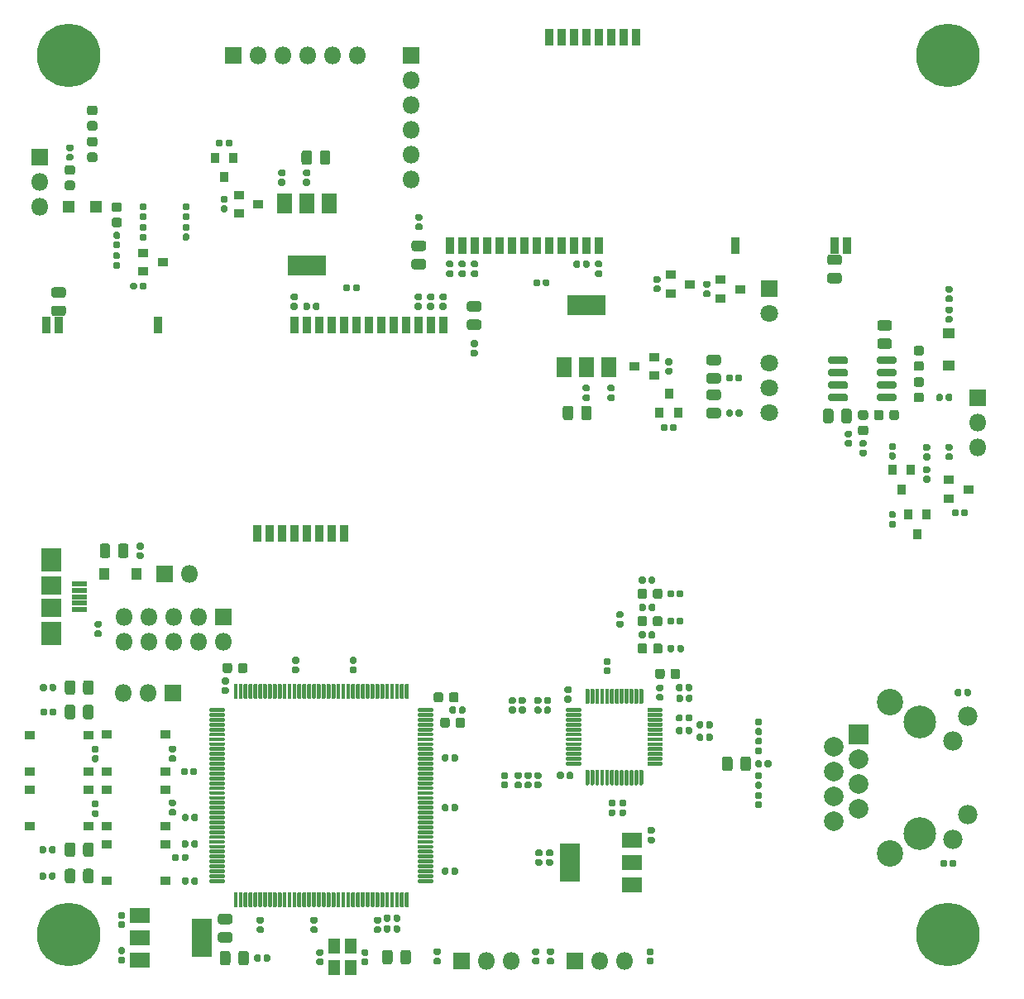
<source format=gts>
G04 #@! TF.GenerationSoftware,KiCad,Pcbnew,(5.1.6)-1*
G04 #@! TF.CreationDate,2020-06-22T19:30:58+02:00*
G04 #@! TF.ProjectId,plc-sniffer,706c632d-736e-4696-9666-65722e6b6963,rev?*
G04 #@! TF.SameCoordinates,Original*
G04 #@! TF.FileFunction,Soldermask,Top*
G04 #@! TF.FilePolarity,Negative*
%FSLAX46Y46*%
G04 Gerber Fmt 4.6, Leading zero omitted, Abs format (unit mm)*
G04 Created by KiCad (PCBNEW (5.1.6)-1) date 2020-06-22 19:30:58*
%MOMM*%
%LPD*%
G01*
G04 APERTURE LIST*
%ADD10O,1.800000X1.800000*%
%ADD11R,1.800000X1.800000*%
%ADD12C,1.800000*%
%ADD13C,0.900000*%
%ADD14C,6.500000*%
%ADD15R,1.000000X0.900000*%
%ADD16R,1.300000X1.500000*%
%ADD17R,2.100000X1.600000*%
%ADD18R,2.100000X3.900000*%
%ADD19R,0.950000X1.800000*%
%ADD20R,1.600000X2.100000*%
%ADD21R,3.900000X2.100000*%
%ADD22R,1.100000X0.850000*%
%ADD23R,0.900000X1.000000*%
%ADD24C,3.350000*%
%ADD25C,2.700000*%
%ADD26C,1.990000*%
%ADD27C,2.000000*%
%ADD28R,2.000000X2.000000*%
%ADD29R,1.500000X0.500000*%
%ADD30R,2.000000X2.400000*%
%ADD31R,2.000000X1.900000*%
%ADD32R,1.000000X1.300000*%
%ADD33R,1.300000X1.000000*%
%ADD34R,1.200000X1.200000*%
G04 APERTURE END LIST*
G04 #@! TO.C,C714*
G36*
G01*
X122312500Y-117981250D02*
X122312500Y-117418750D01*
G75*
G02*
X122556250Y-117175000I243750J0D01*
G01*
X123043750Y-117175000D01*
G75*
G02*
X123287500Y-117418750I0J-243750D01*
G01*
X123287500Y-117981250D01*
G75*
G02*
X123043750Y-118225000I-243750J0D01*
G01*
X122556250Y-118225000D01*
G75*
G02*
X122312500Y-117981250I0J243750D01*
G01*
G37*
G36*
G01*
X120737500Y-117981250D02*
X120737500Y-117418750D01*
G75*
G02*
X120981250Y-117175000I243750J0D01*
G01*
X121468750Y-117175000D01*
G75*
G02*
X121712500Y-117418750I0J-243750D01*
G01*
X121712500Y-117981250D01*
G75*
G02*
X121468750Y-118225000I-243750J0D01*
G01*
X120981250Y-118225000D01*
G75*
G02*
X120737500Y-117981250I0J243750D01*
G01*
G37*
G04 #@! TD*
G04 #@! TO.C,C712*
G36*
G01*
X143987500Y-123018750D02*
X143987500Y-123581250D01*
G75*
G02*
X143743750Y-123825000I-243750J0D01*
G01*
X143256250Y-123825000D01*
G75*
G02*
X143012500Y-123581250I0J243750D01*
G01*
X143012500Y-123018750D01*
G75*
G02*
X143256250Y-122775000I243750J0D01*
G01*
X143743750Y-122775000D01*
G75*
G02*
X143987500Y-123018750I0J-243750D01*
G01*
G37*
G36*
G01*
X145562500Y-123018750D02*
X145562500Y-123581250D01*
G75*
G02*
X145318750Y-123825000I-243750J0D01*
G01*
X144831250Y-123825000D01*
G75*
G02*
X144587500Y-123581250I0J243750D01*
G01*
X144587500Y-123018750D01*
G75*
G02*
X144831250Y-122775000I243750J0D01*
G01*
X145318750Y-122775000D01*
G75*
G02*
X145562500Y-123018750I0J-243750D01*
G01*
G37*
G04 #@! TD*
G04 #@! TO.C,C706*
G36*
G01*
X143312500Y-120418750D02*
X143312500Y-120981250D01*
G75*
G02*
X143068750Y-121225000I-243750J0D01*
G01*
X142581250Y-121225000D01*
G75*
G02*
X142337500Y-120981250I0J243750D01*
G01*
X142337500Y-120418750D01*
G75*
G02*
X142581250Y-120175000I243750J0D01*
G01*
X143068750Y-120175000D01*
G75*
G02*
X143312500Y-120418750I0J-243750D01*
G01*
G37*
G36*
G01*
X144887500Y-120418750D02*
X144887500Y-120981250D01*
G75*
G02*
X144643750Y-121225000I-243750J0D01*
G01*
X144156250Y-121225000D01*
G75*
G02*
X143912500Y-120981250I0J243750D01*
G01*
X143912500Y-120418750D01*
G75*
G02*
X144156250Y-120175000I243750J0D01*
G01*
X144643750Y-120175000D01*
G75*
G02*
X144887500Y-120418750I0J-243750D01*
G01*
G37*
G04 #@! TD*
G04 #@! TO.C,C802*
G36*
G01*
X188018750Y-83962500D02*
X188981250Y-83962500D01*
G75*
G02*
X189250000Y-84231250I0J-268750D01*
G01*
X189250000Y-84768750D01*
G75*
G02*
X188981250Y-85037500I-268750J0D01*
G01*
X188018750Y-85037500D01*
G75*
G02*
X187750000Y-84768750I0J268750D01*
G01*
X187750000Y-84231250D01*
G75*
G02*
X188018750Y-83962500I268750J0D01*
G01*
G37*
G36*
G01*
X188018750Y-82087500D02*
X188981250Y-82087500D01*
G75*
G02*
X189250000Y-82356250I0J-268750D01*
G01*
X189250000Y-82893750D01*
G75*
G02*
X188981250Y-83162500I-268750J0D01*
G01*
X188018750Y-83162500D01*
G75*
G02*
X187750000Y-82893750I0J268750D01*
G01*
X187750000Y-82356250D01*
G75*
G02*
X188018750Y-82087500I268750J0D01*
G01*
G37*
G04 #@! TD*
G04 #@! TO.C,C801*
G36*
G01*
X183262500Y-91418750D02*
X183262500Y-92381250D01*
G75*
G02*
X182993750Y-92650000I-268750J0D01*
G01*
X182456250Y-92650000D01*
G75*
G02*
X182187500Y-92381250I0J268750D01*
G01*
X182187500Y-91418750D01*
G75*
G02*
X182456250Y-91150000I268750J0D01*
G01*
X182993750Y-91150000D01*
G75*
G02*
X183262500Y-91418750I0J-268750D01*
G01*
G37*
G36*
G01*
X185137500Y-91418750D02*
X185137500Y-92381250D01*
G75*
G02*
X184868750Y-92650000I-268750J0D01*
G01*
X184331250Y-92650000D01*
G75*
G02*
X184062500Y-92381250I0J268750D01*
G01*
X184062500Y-91418750D01*
G75*
G02*
X184331250Y-91150000I268750J0D01*
G01*
X184868750Y-91150000D01*
G75*
G02*
X185137500Y-91418750I0J-268750D01*
G01*
G37*
G04 #@! TD*
D10*
G04 #@! TO.C,J601*
X134540000Y-55000000D03*
X132000000Y-55000000D03*
X129460000Y-55000000D03*
X126920000Y-55000000D03*
X124380000Y-55000000D03*
D11*
X121840000Y-55000000D03*
G04 #@! TD*
D10*
G04 #@! TO.C,J501*
X140000000Y-67700000D03*
X140000000Y-65160000D03*
X140000000Y-62620000D03*
X140000000Y-60080000D03*
X140000000Y-57540000D03*
D11*
X140000000Y-55000000D03*
G04 #@! TD*
D12*
G04 #@! TO.C,U802*
X176700000Y-91580000D03*
X176700000Y-89040000D03*
X176700000Y-86500000D03*
X176700000Y-81420000D03*
D11*
X176700000Y-78880000D03*
G04 #@! TD*
G04 #@! TO.C,U702*
G36*
G01*
X120862500Y-139700000D02*
X119487500Y-139700000D01*
G75*
G02*
X119387500Y-139600000I0J100000D01*
G01*
X119387500Y-139400000D01*
G75*
G02*
X119487500Y-139300000I100000J0D01*
G01*
X120862500Y-139300000D01*
G75*
G02*
X120962500Y-139400000I0J-100000D01*
G01*
X120962500Y-139600000D01*
G75*
G02*
X120862500Y-139700000I-100000J0D01*
G01*
G37*
G36*
G01*
X120862500Y-139200000D02*
X119487500Y-139200000D01*
G75*
G02*
X119387500Y-139100000I0J100000D01*
G01*
X119387500Y-138900000D01*
G75*
G02*
X119487500Y-138800000I100000J0D01*
G01*
X120862500Y-138800000D01*
G75*
G02*
X120962500Y-138900000I0J-100000D01*
G01*
X120962500Y-139100000D01*
G75*
G02*
X120862500Y-139200000I-100000J0D01*
G01*
G37*
G36*
G01*
X120862500Y-138700000D02*
X119487500Y-138700000D01*
G75*
G02*
X119387500Y-138600000I0J100000D01*
G01*
X119387500Y-138400000D01*
G75*
G02*
X119487500Y-138300000I100000J0D01*
G01*
X120862500Y-138300000D01*
G75*
G02*
X120962500Y-138400000I0J-100000D01*
G01*
X120962500Y-138600000D01*
G75*
G02*
X120862500Y-138700000I-100000J0D01*
G01*
G37*
G36*
G01*
X120862500Y-138200000D02*
X119487500Y-138200000D01*
G75*
G02*
X119387500Y-138100000I0J100000D01*
G01*
X119387500Y-137900000D01*
G75*
G02*
X119487500Y-137800000I100000J0D01*
G01*
X120862500Y-137800000D01*
G75*
G02*
X120962500Y-137900000I0J-100000D01*
G01*
X120962500Y-138100000D01*
G75*
G02*
X120862500Y-138200000I-100000J0D01*
G01*
G37*
G36*
G01*
X120862500Y-137700000D02*
X119487500Y-137700000D01*
G75*
G02*
X119387500Y-137600000I0J100000D01*
G01*
X119387500Y-137400000D01*
G75*
G02*
X119487500Y-137300000I100000J0D01*
G01*
X120862500Y-137300000D01*
G75*
G02*
X120962500Y-137400000I0J-100000D01*
G01*
X120962500Y-137600000D01*
G75*
G02*
X120862500Y-137700000I-100000J0D01*
G01*
G37*
G36*
G01*
X120862500Y-137200000D02*
X119487500Y-137200000D01*
G75*
G02*
X119387500Y-137100000I0J100000D01*
G01*
X119387500Y-136900000D01*
G75*
G02*
X119487500Y-136800000I100000J0D01*
G01*
X120862500Y-136800000D01*
G75*
G02*
X120962500Y-136900000I0J-100000D01*
G01*
X120962500Y-137100000D01*
G75*
G02*
X120862500Y-137200000I-100000J0D01*
G01*
G37*
G36*
G01*
X120862500Y-136700000D02*
X119487500Y-136700000D01*
G75*
G02*
X119387500Y-136600000I0J100000D01*
G01*
X119387500Y-136400000D01*
G75*
G02*
X119487500Y-136300000I100000J0D01*
G01*
X120862500Y-136300000D01*
G75*
G02*
X120962500Y-136400000I0J-100000D01*
G01*
X120962500Y-136600000D01*
G75*
G02*
X120862500Y-136700000I-100000J0D01*
G01*
G37*
G36*
G01*
X120862500Y-136200000D02*
X119487500Y-136200000D01*
G75*
G02*
X119387500Y-136100000I0J100000D01*
G01*
X119387500Y-135900000D01*
G75*
G02*
X119487500Y-135800000I100000J0D01*
G01*
X120862500Y-135800000D01*
G75*
G02*
X120962500Y-135900000I0J-100000D01*
G01*
X120962500Y-136100000D01*
G75*
G02*
X120862500Y-136200000I-100000J0D01*
G01*
G37*
G36*
G01*
X120862500Y-135700000D02*
X119487500Y-135700000D01*
G75*
G02*
X119387500Y-135600000I0J100000D01*
G01*
X119387500Y-135400000D01*
G75*
G02*
X119487500Y-135300000I100000J0D01*
G01*
X120862500Y-135300000D01*
G75*
G02*
X120962500Y-135400000I0J-100000D01*
G01*
X120962500Y-135600000D01*
G75*
G02*
X120862500Y-135700000I-100000J0D01*
G01*
G37*
G36*
G01*
X120862500Y-135200000D02*
X119487500Y-135200000D01*
G75*
G02*
X119387500Y-135100000I0J100000D01*
G01*
X119387500Y-134900000D01*
G75*
G02*
X119487500Y-134800000I100000J0D01*
G01*
X120862500Y-134800000D01*
G75*
G02*
X120962500Y-134900000I0J-100000D01*
G01*
X120962500Y-135100000D01*
G75*
G02*
X120862500Y-135200000I-100000J0D01*
G01*
G37*
G36*
G01*
X120862500Y-134700000D02*
X119487500Y-134700000D01*
G75*
G02*
X119387500Y-134600000I0J100000D01*
G01*
X119387500Y-134400000D01*
G75*
G02*
X119487500Y-134300000I100000J0D01*
G01*
X120862500Y-134300000D01*
G75*
G02*
X120962500Y-134400000I0J-100000D01*
G01*
X120962500Y-134600000D01*
G75*
G02*
X120862500Y-134700000I-100000J0D01*
G01*
G37*
G36*
G01*
X120862500Y-134200000D02*
X119487500Y-134200000D01*
G75*
G02*
X119387500Y-134100000I0J100000D01*
G01*
X119387500Y-133900000D01*
G75*
G02*
X119487500Y-133800000I100000J0D01*
G01*
X120862500Y-133800000D01*
G75*
G02*
X120962500Y-133900000I0J-100000D01*
G01*
X120962500Y-134100000D01*
G75*
G02*
X120862500Y-134200000I-100000J0D01*
G01*
G37*
G36*
G01*
X120862500Y-133700000D02*
X119487500Y-133700000D01*
G75*
G02*
X119387500Y-133600000I0J100000D01*
G01*
X119387500Y-133400000D01*
G75*
G02*
X119487500Y-133300000I100000J0D01*
G01*
X120862500Y-133300000D01*
G75*
G02*
X120962500Y-133400000I0J-100000D01*
G01*
X120962500Y-133600000D01*
G75*
G02*
X120862500Y-133700000I-100000J0D01*
G01*
G37*
G36*
G01*
X120862500Y-133200000D02*
X119487500Y-133200000D01*
G75*
G02*
X119387500Y-133100000I0J100000D01*
G01*
X119387500Y-132900000D01*
G75*
G02*
X119487500Y-132800000I100000J0D01*
G01*
X120862500Y-132800000D01*
G75*
G02*
X120962500Y-132900000I0J-100000D01*
G01*
X120962500Y-133100000D01*
G75*
G02*
X120862500Y-133200000I-100000J0D01*
G01*
G37*
G36*
G01*
X120862500Y-132700000D02*
X119487500Y-132700000D01*
G75*
G02*
X119387500Y-132600000I0J100000D01*
G01*
X119387500Y-132400000D01*
G75*
G02*
X119487500Y-132300000I100000J0D01*
G01*
X120862500Y-132300000D01*
G75*
G02*
X120962500Y-132400000I0J-100000D01*
G01*
X120962500Y-132600000D01*
G75*
G02*
X120862500Y-132700000I-100000J0D01*
G01*
G37*
G36*
G01*
X120862500Y-132200000D02*
X119487500Y-132200000D01*
G75*
G02*
X119387500Y-132100000I0J100000D01*
G01*
X119387500Y-131900000D01*
G75*
G02*
X119487500Y-131800000I100000J0D01*
G01*
X120862500Y-131800000D01*
G75*
G02*
X120962500Y-131900000I0J-100000D01*
G01*
X120962500Y-132100000D01*
G75*
G02*
X120862500Y-132200000I-100000J0D01*
G01*
G37*
G36*
G01*
X120862500Y-131700000D02*
X119487500Y-131700000D01*
G75*
G02*
X119387500Y-131600000I0J100000D01*
G01*
X119387500Y-131400000D01*
G75*
G02*
X119487500Y-131300000I100000J0D01*
G01*
X120862500Y-131300000D01*
G75*
G02*
X120962500Y-131400000I0J-100000D01*
G01*
X120962500Y-131600000D01*
G75*
G02*
X120862500Y-131700000I-100000J0D01*
G01*
G37*
G36*
G01*
X120862500Y-131200000D02*
X119487500Y-131200000D01*
G75*
G02*
X119387500Y-131100000I0J100000D01*
G01*
X119387500Y-130900000D01*
G75*
G02*
X119487500Y-130800000I100000J0D01*
G01*
X120862500Y-130800000D01*
G75*
G02*
X120962500Y-130900000I0J-100000D01*
G01*
X120962500Y-131100000D01*
G75*
G02*
X120862500Y-131200000I-100000J0D01*
G01*
G37*
G36*
G01*
X120862500Y-130700000D02*
X119487500Y-130700000D01*
G75*
G02*
X119387500Y-130600000I0J100000D01*
G01*
X119387500Y-130400000D01*
G75*
G02*
X119487500Y-130300000I100000J0D01*
G01*
X120862500Y-130300000D01*
G75*
G02*
X120962500Y-130400000I0J-100000D01*
G01*
X120962500Y-130600000D01*
G75*
G02*
X120862500Y-130700000I-100000J0D01*
G01*
G37*
G36*
G01*
X120862500Y-130200000D02*
X119487500Y-130200000D01*
G75*
G02*
X119387500Y-130100000I0J100000D01*
G01*
X119387500Y-129900000D01*
G75*
G02*
X119487500Y-129800000I100000J0D01*
G01*
X120862500Y-129800000D01*
G75*
G02*
X120962500Y-129900000I0J-100000D01*
G01*
X120962500Y-130100000D01*
G75*
G02*
X120862500Y-130200000I-100000J0D01*
G01*
G37*
G36*
G01*
X120862500Y-129700000D02*
X119487500Y-129700000D01*
G75*
G02*
X119387500Y-129600000I0J100000D01*
G01*
X119387500Y-129400000D01*
G75*
G02*
X119487500Y-129300000I100000J0D01*
G01*
X120862500Y-129300000D01*
G75*
G02*
X120962500Y-129400000I0J-100000D01*
G01*
X120962500Y-129600000D01*
G75*
G02*
X120862500Y-129700000I-100000J0D01*
G01*
G37*
G36*
G01*
X120862500Y-129200000D02*
X119487500Y-129200000D01*
G75*
G02*
X119387500Y-129100000I0J100000D01*
G01*
X119387500Y-128900000D01*
G75*
G02*
X119487500Y-128800000I100000J0D01*
G01*
X120862500Y-128800000D01*
G75*
G02*
X120962500Y-128900000I0J-100000D01*
G01*
X120962500Y-129100000D01*
G75*
G02*
X120862500Y-129200000I-100000J0D01*
G01*
G37*
G36*
G01*
X120862500Y-128700000D02*
X119487500Y-128700000D01*
G75*
G02*
X119387500Y-128600000I0J100000D01*
G01*
X119387500Y-128400000D01*
G75*
G02*
X119487500Y-128300000I100000J0D01*
G01*
X120862500Y-128300000D01*
G75*
G02*
X120962500Y-128400000I0J-100000D01*
G01*
X120962500Y-128600000D01*
G75*
G02*
X120862500Y-128700000I-100000J0D01*
G01*
G37*
G36*
G01*
X120862500Y-128200000D02*
X119487500Y-128200000D01*
G75*
G02*
X119387500Y-128100000I0J100000D01*
G01*
X119387500Y-127900000D01*
G75*
G02*
X119487500Y-127800000I100000J0D01*
G01*
X120862500Y-127800000D01*
G75*
G02*
X120962500Y-127900000I0J-100000D01*
G01*
X120962500Y-128100000D01*
G75*
G02*
X120862500Y-128200000I-100000J0D01*
G01*
G37*
G36*
G01*
X120862500Y-127700000D02*
X119487500Y-127700000D01*
G75*
G02*
X119387500Y-127600000I0J100000D01*
G01*
X119387500Y-127400000D01*
G75*
G02*
X119487500Y-127300000I100000J0D01*
G01*
X120862500Y-127300000D01*
G75*
G02*
X120962500Y-127400000I0J-100000D01*
G01*
X120962500Y-127600000D01*
G75*
G02*
X120862500Y-127700000I-100000J0D01*
G01*
G37*
G36*
G01*
X120862500Y-127200000D02*
X119487500Y-127200000D01*
G75*
G02*
X119387500Y-127100000I0J100000D01*
G01*
X119387500Y-126900000D01*
G75*
G02*
X119487500Y-126800000I100000J0D01*
G01*
X120862500Y-126800000D01*
G75*
G02*
X120962500Y-126900000I0J-100000D01*
G01*
X120962500Y-127100000D01*
G75*
G02*
X120862500Y-127200000I-100000J0D01*
G01*
G37*
G36*
G01*
X120862500Y-126700000D02*
X119487500Y-126700000D01*
G75*
G02*
X119387500Y-126600000I0J100000D01*
G01*
X119387500Y-126400000D01*
G75*
G02*
X119487500Y-126300000I100000J0D01*
G01*
X120862500Y-126300000D01*
G75*
G02*
X120962500Y-126400000I0J-100000D01*
G01*
X120962500Y-126600000D01*
G75*
G02*
X120862500Y-126700000I-100000J0D01*
G01*
G37*
G36*
G01*
X120862500Y-126200000D02*
X119487500Y-126200000D01*
G75*
G02*
X119387500Y-126100000I0J100000D01*
G01*
X119387500Y-125900000D01*
G75*
G02*
X119487500Y-125800000I100000J0D01*
G01*
X120862500Y-125800000D01*
G75*
G02*
X120962500Y-125900000I0J-100000D01*
G01*
X120962500Y-126100000D01*
G75*
G02*
X120862500Y-126200000I-100000J0D01*
G01*
G37*
G36*
G01*
X120862500Y-125700000D02*
X119487500Y-125700000D01*
G75*
G02*
X119387500Y-125600000I0J100000D01*
G01*
X119387500Y-125400000D01*
G75*
G02*
X119487500Y-125300000I100000J0D01*
G01*
X120862500Y-125300000D01*
G75*
G02*
X120962500Y-125400000I0J-100000D01*
G01*
X120962500Y-125600000D01*
G75*
G02*
X120862500Y-125700000I-100000J0D01*
G01*
G37*
G36*
G01*
X120862500Y-125200000D02*
X119487500Y-125200000D01*
G75*
G02*
X119387500Y-125100000I0J100000D01*
G01*
X119387500Y-124900000D01*
G75*
G02*
X119487500Y-124800000I100000J0D01*
G01*
X120862500Y-124800000D01*
G75*
G02*
X120962500Y-124900000I0J-100000D01*
G01*
X120962500Y-125100000D01*
G75*
G02*
X120862500Y-125200000I-100000J0D01*
G01*
G37*
G36*
G01*
X120862500Y-124700000D02*
X119487500Y-124700000D01*
G75*
G02*
X119387500Y-124600000I0J100000D01*
G01*
X119387500Y-124400000D01*
G75*
G02*
X119487500Y-124300000I100000J0D01*
G01*
X120862500Y-124300000D01*
G75*
G02*
X120962500Y-124400000I0J-100000D01*
G01*
X120962500Y-124600000D01*
G75*
G02*
X120862500Y-124700000I-100000J0D01*
G01*
G37*
G36*
G01*
X120862500Y-124200000D02*
X119487500Y-124200000D01*
G75*
G02*
X119387500Y-124100000I0J100000D01*
G01*
X119387500Y-123900000D01*
G75*
G02*
X119487500Y-123800000I100000J0D01*
G01*
X120862500Y-123800000D01*
G75*
G02*
X120962500Y-123900000I0J-100000D01*
G01*
X120962500Y-124100000D01*
G75*
G02*
X120862500Y-124200000I-100000J0D01*
G01*
G37*
G36*
G01*
X120862500Y-123700000D02*
X119487500Y-123700000D01*
G75*
G02*
X119387500Y-123600000I0J100000D01*
G01*
X119387500Y-123400000D01*
G75*
G02*
X119487500Y-123300000I100000J0D01*
G01*
X120862500Y-123300000D01*
G75*
G02*
X120962500Y-123400000I0J-100000D01*
G01*
X120962500Y-123600000D01*
G75*
G02*
X120862500Y-123700000I-100000J0D01*
G01*
G37*
G36*
G01*
X120862500Y-123200000D02*
X119487500Y-123200000D01*
G75*
G02*
X119387500Y-123100000I0J100000D01*
G01*
X119387500Y-122900000D01*
G75*
G02*
X119487500Y-122800000I100000J0D01*
G01*
X120862500Y-122800000D01*
G75*
G02*
X120962500Y-122900000I0J-100000D01*
G01*
X120962500Y-123100000D01*
G75*
G02*
X120862500Y-123200000I-100000J0D01*
G01*
G37*
G36*
G01*
X120862500Y-122700000D02*
X119487500Y-122700000D01*
G75*
G02*
X119387500Y-122600000I0J100000D01*
G01*
X119387500Y-122400000D01*
G75*
G02*
X119487500Y-122300000I100000J0D01*
G01*
X120862500Y-122300000D01*
G75*
G02*
X120962500Y-122400000I0J-100000D01*
G01*
X120962500Y-122600000D01*
G75*
G02*
X120862500Y-122700000I-100000J0D01*
G01*
G37*
G36*
G01*
X120862500Y-122200000D02*
X119487500Y-122200000D01*
G75*
G02*
X119387500Y-122100000I0J100000D01*
G01*
X119387500Y-121900000D01*
G75*
G02*
X119487500Y-121800000I100000J0D01*
G01*
X120862500Y-121800000D01*
G75*
G02*
X120962500Y-121900000I0J-100000D01*
G01*
X120962500Y-122100000D01*
G75*
G02*
X120862500Y-122200000I-100000J0D01*
G01*
G37*
G36*
G01*
X122187500Y-120875000D02*
X121987500Y-120875000D01*
G75*
G02*
X121887500Y-120775000I0J100000D01*
G01*
X121887500Y-119400000D01*
G75*
G02*
X121987500Y-119300000I100000J0D01*
G01*
X122187500Y-119300000D01*
G75*
G02*
X122287500Y-119400000I0J-100000D01*
G01*
X122287500Y-120775000D01*
G75*
G02*
X122187500Y-120875000I-100000J0D01*
G01*
G37*
G36*
G01*
X122687500Y-120875000D02*
X122487500Y-120875000D01*
G75*
G02*
X122387500Y-120775000I0J100000D01*
G01*
X122387500Y-119400000D01*
G75*
G02*
X122487500Y-119300000I100000J0D01*
G01*
X122687500Y-119300000D01*
G75*
G02*
X122787500Y-119400000I0J-100000D01*
G01*
X122787500Y-120775000D01*
G75*
G02*
X122687500Y-120875000I-100000J0D01*
G01*
G37*
G36*
G01*
X123187500Y-120875000D02*
X122987500Y-120875000D01*
G75*
G02*
X122887500Y-120775000I0J100000D01*
G01*
X122887500Y-119400000D01*
G75*
G02*
X122987500Y-119300000I100000J0D01*
G01*
X123187500Y-119300000D01*
G75*
G02*
X123287500Y-119400000I0J-100000D01*
G01*
X123287500Y-120775000D01*
G75*
G02*
X123187500Y-120875000I-100000J0D01*
G01*
G37*
G36*
G01*
X123687500Y-120875000D02*
X123487500Y-120875000D01*
G75*
G02*
X123387500Y-120775000I0J100000D01*
G01*
X123387500Y-119400000D01*
G75*
G02*
X123487500Y-119300000I100000J0D01*
G01*
X123687500Y-119300000D01*
G75*
G02*
X123787500Y-119400000I0J-100000D01*
G01*
X123787500Y-120775000D01*
G75*
G02*
X123687500Y-120875000I-100000J0D01*
G01*
G37*
G36*
G01*
X124187500Y-120875000D02*
X123987500Y-120875000D01*
G75*
G02*
X123887500Y-120775000I0J100000D01*
G01*
X123887500Y-119400000D01*
G75*
G02*
X123987500Y-119300000I100000J0D01*
G01*
X124187500Y-119300000D01*
G75*
G02*
X124287500Y-119400000I0J-100000D01*
G01*
X124287500Y-120775000D01*
G75*
G02*
X124187500Y-120875000I-100000J0D01*
G01*
G37*
G36*
G01*
X124687500Y-120875000D02*
X124487500Y-120875000D01*
G75*
G02*
X124387500Y-120775000I0J100000D01*
G01*
X124387500Y-119400000D01*
G75*
G02*
X124487500Y-119300000I100000J0D01*
G01*
X124687500Y-119300000D01*
G75*
G02*
X124787500Y-119400000I0J-100000D01*
G01*
X124787500Y-120775000D01*
G75*
G02*
X124687500Y-120875000I-100000J0D01*
G01*
G37*
G36*
G01*
X125187500Y-120875000D02*
X124987500Y-120875000D01*
G75*
G02*
X124887500Y-120775000I0J100000D01*
G01*
X124887500Y-119400000D01*
G75*
G02*
X124987500Y-119300000I100000J0D01*
G01*
X125187500Y-119300000D01*
G75*
G02*
X125287500Y-119400000I0J-100000D01*
G01*
X125287500Y-120775000D01*
G75*
G02*
X125187500Y-120875000I-100000J0D01*
G01*
G37*
G36*
G01*
X125687500Y-120875000D02*
X125487500Y-120875000D01*
G75*
G02*
X125387500Y-120775000I0J100000D01*
G01*
X125387500Y-119400000D01*
G75*
G02*
X125487500Y-119300000I100000J0D01*
G01*
X125687500Y-119300000D01*
G75*
G02*
X125787500Y-119400000I0J-100000D01*
G01*
X125787500Y-120775000D01*
G75*
G02*
X125687500Y-120875000I-100000J0D01*
G01*
G37*
G36*
G01*
X126187500Y-120875000D02*
X125987500Y-120875000D01*
G75*
G02*
X125887500Y-120775000I0J100000D01*
G01*
X125887500Y-119400000D01*
G75*
G02*
X125987500Y-119300000I100000J0D01*
G01*
X126187500Y-119300000D01*
G75*
G02*
X126287500Y-119400000I0J-100000D01*
G01*
X126287500Y-120775000D01*
G75*
G02*
X126187500Y-120875000I-100000J0D01*
G01*
G37*
G36*
G01*
X126687500Y-120875000D02*
X126487500Y-120875000D01*
G75*
G02*
X126387500Y-120775000I0J100000D01*
G01*
X126387500Y-119400000D01*
G75*
G02*
X126487500Y-119300000I100000J0D01*
G01*
X126687500Y-119300000D01*
G75*
G02*
X126787500Y-119400000I0J-100000D01*
G01*
X126787500Y-120775000D01*
G75*
G02*
X126687500Y-120875000I-100000J0D01*
G01*
G37*
G36*
G01*
X127187500Y-120875000D02*
X126987500Y-120875000D01*
G75*
G02*
X126887500Y-120775000I0J100000D01*
G01*
X126887500Y-119400000D01*
G75*
G02*
X126987500Y-119300000I100000J0D01*
G01*
X127187500Y-119300000D01*
G75*
G02*
X127287500Y-119400000I0J-100000D01*
G01*
X127287500Y-120775000D01*
G75*
G02*
X127187500Y-120875000I-100000J0D01*
G01*
G37*
G36*
G01*
X127687500Y-120875000D02*
X127487500Y-120875000D01*
G75*
G02*
X127387500Y-120775000I0J100000D01*
G01*
X127387500Y-119400000D01*
G75*
G02*
X127487500Y-119300000I100000J0D01*
G01*
X127687500Y-119300000D01*
G75*
G02*
X127787500Y-119400000I0J-100000D01*
G01*
X127787500Y-120775000D01*
G75*
G02*
X127687500Y-120875000I-100000J0D01*
G01*
G37*
G36*
G01*
X128187500Y-120875000D02*
X127987500Y-120875000D01*
G75*
G02*
X127887500Y-120775000I0J100000D01*
G01*
X127887500Y-119400000D01*
G75*
G02*
X127987500Y-119300000I100000J0D01*
G01*
X128187500Y-119300000D01*
G75*
G02*
X128287500Y-119400000I0J-100000D01*
G01*
X128287500Y-120775000D01*
G75*
G02*
X128187500Y-120875000I-100000J0D01*
G01*
G37*
G36*
G01*
X128687500Y-120875000D02*
X128487500Y-120875000D01*
G75*
G02*
X128387500Y-120775000I0J100000D01*
G01*
X128387500Y-119400000D01*
G75*
G02*
X128487500Y-119300000I100000J0D01*
G01*
X128687500Y-119300000D01*
G75*
G02*
X128787500Y-119400000I0J-100000D01*
G01*
X128787500Y-120775000D01*
G75*
G02*
X128687500Y-120875000I-100000J0D01*
G01*
G37*
G36*
G01*
X129187500Y-120875000D02*
X128987500Y-120875000D01*
G75*
G02*
X128887500Y-120775000I0J100000D01*
G01*
X128887500Y-119400000D01*
G75*
G02*
X128987500Y-119300000I100000J0D01*
G01*
X129187500Y-119300000D01*
G75*
G02*
X129287500Y-119400000I0J-100000D01*
G01*
X129287500Y-120775000D01*
G75*
G02*
X129187500Y-120875000I-100000J0D01*
G01*
G37*
G36*
G01*
X129687500Y-120875000D02*
X129487500Y-120875000D01*
G75*
G02*
X129387500Y-120775000I0J100000D01*
G01*
X129387500Y-119400000D01*
G75*
G02*
X129487500Y-119300000I100000J0D01*
G01*
X129687500Y-119300000D01*
G75*
G02*
X129787500Y-119400000I0J-100000D01*
G01*
X129787500Y-120775000D01*
G75*
G02*
X129687500Y-120875000I-100000J0D01*
G01*
G37*
G36*
G01*
X130187500Y-120875000D02*
X129987500Y-120875000D01*
G75*
G02*
X129887500Y-120775000I0J100000D01*
G01*
X129887500Y-119400000D01*
G75*
G02*
X129987500Y-119300000I100000J0D01*
G01*
X130187500Y-119300000D01*
G75*
G02*
X130287500Y-119400000I0J-100000D01*
G01*
X130287500Y-120775000D01*
G75*
G02*
X130187500Y-120875000I-100000J0D01*
G01*
G37*
G36*
G01*
X130687500Y-120875000D02*
X130487500Y-120875000D01*
G75*
G02*
X130387500Y-120775000I0J100000D01*
G01*
X130387500Y-119400000D01*
G75*
G02*
X130487500Y-119300000I100000J0D01*
G01*
X130687500Y-119300000D01*
G75*
G02*
X130787500Y-119400000I0J-100000D01*
G01*
X130787500Y-120775000D01*
G75*
G02*
X130687500Y-120875000I-100000J0D01*
G01*
G37*
G36*
G01*
X131187500Y-120875000D02*
X130987500Y-120875000D01*
G75*
G02*
X130887500Y-120775000I0J100000D01*
G01*
X130887500Y-119400000D01*
G75*
G02*
X130987500Y-119300000I100000J0D01*
G01*
X131187500Y-119300000D01*
G75*
G02*
X131287500Y-119400000I0J-100000D01*
G01*
X131287500Y-120775000D01*
G75*
G02*
X131187500Y-120875000I-100000J0D01*
G01*
G37*
G36*
G01*
X131687500Y-120875000D02*
X131487500Y-120875000D01*
G75*
G02*
X131387500Y-120775000I0J100000D01*
G01*
X131387500Y-119400000D01*
G75*
G02*
X131487500Y-119300000I100000J0D01*
G01*
X131687500Y-119300000D01*
G75*
G02*
X131787500Y-119400000I0J-100000D01*
G01*
X131787500Y-120775000D01*
G75*
G02*
X131687500Y-120875000I-100000J0D01*
G01*
G37*
G36*
G01*
X132187500Y-120875000D02*
X131987500Y-120875000D01*
G75*
G02*
X131887500Y-120775000I0J100000D01*
G01*
X131887500Y-119400000D01*
G75*
G02*
X131987500Y-119300000I100000J0D01*
G01*
X132187500Y-119300000D01*
G75*
G02*
X132287500Y-119400000I0J-100000D01*
G01*
X132287500Y-120775000D01*
G75*
G02*
X132187500Y-120875000I-100000J0D01*
G01*
G37*
G36*
G01*
X132687500Y-120875000D02*
X132487500Y-120875000D01*
G75*
G02*
X132387500Y-120775000I0J100000D01*
G01*
X132387500Y-119400000D01*
G75*
G02*
X132487500Y-119300000I100000J0D01*
G01*
X132687500Y-119300000D01*
G75*
G02*
X132787500Y-119400000I0J-100000D01*
G01*
X132787500Y-120775000D01*
G75*
G02*
X132687500Y-120875000I-100000J0D01*
G01*
G37*
G36*
G01*
X133187500Y-120875000D02*
X132987500Y-120875000D01*
G75*
G02*
X132887500Y-120775000I0J100000D01*
G01*
X132887500Y-119400000D01*
G75*
G02*
X132987500Y-119300000I100000J0D01*
G01*
X133187500Y-119300000D01*
G75*
G02*
X133287500Y-119400000I0J-100000D01*
G01*
X133287500Y-120775000D01*
G75*
G02*
X133187500Y-120875000I-100000J0D01*
G01*
G37*
G36*
G01*
X133687500Y-120875000D02*
X133487500Y-120875000D01*
G75*
G02*
X133387500Y-120775000I0J100000D01*
G01*
X133387500Y-119400000D01*
G75*
G02*
X133487500Y-119300000I100000J0D01*
G01*
X133687500Y-119300000D01*
G75*
G02*
X133787500Y-119400000I0J-100000D01*
G01*
X133787500Y-120775000D01*
G75*
G02*
X133687500Y-120875000I-100000J0D01*
G01*
G37*
G36*
G01*
X134187500Y-120875000D02*
X133987500Y-120875000D01*
G75*
G02*
X133887500Y-120775000I0J100000D01*
G01*
X133887500Y-119400000D01*
G75*
G02*
X133987500Y-119300000I100000J0D01*
G01*
X134187500Y-119300000D01*
G75*
G02*
X134287500Y-119400000I0J-100000D01*
G01*
X134287500Y-120775000D01*
G75*
G02*
X134187500Y-120875000I-100000J0D01*
G01*
G37*
G36*
G01*
X134687500Y-120875000D02*
X134487500Y-120875000D01*
G75*
G02*
X134387500Y-120775000I0J100000D01*
G01*
X134387500Y-119400000D01*
G75*
G02*
X134487500Y-119300000I100000J0D01*
G01*
X134687500Y-119300000D01*
G75*
G02*
X134787500Y-119400000I0J-100000D01*
G01*
X134787500Y-120775000D01*
G75*
G02*
X134687500Y-120875000I-100000J0D01*
G01*
G37*
G36*
G01*
X135187500Y-120875000D02*
X134987500Y-120875000D01*
G75*
G02*
X134887500Y-120775000I0J100000D01*
G01*
X134887500Y-119400000D01*
G75*
G02*
X134987500Y-119300000I100000J0D01*
G01*
X135187500Y-119300000D01*
G75*
G02*
X135287500Y-119400000I0J-100000D01*
G01*
X135287500Y-120775000D01*
G75*
G02*
X135187500Y-120875000I-100000J0D01*
G01*
G37*
G36*
G01*
X135687500Y-120875000D02*
X135487500Y-120875000D01*
G75*
G02*
X135387500Y-120775000I0J100000D01*
G01*
X135387500Y-119400000D01*
G75*
G02*
X135487500Y-119300000I100000J0D01*
G01*
X135687500Y-119300000D01*
G75*
G02*
X135787500Y-119400000I0J-100000D01*
G01*
X135787500Y-120775000D01*
G75*
G02*
X135687500Y-120875000I-100000J0D01*
G01*
G37*
G36*
G01*
X136187500Y-120875000D02*
X135987500Y-120875000D01*
G75*
G02*
X135887500Y-120775000I0J100000D01*
G01*
X135887500Y-119400000D01*
G75*
G02*
X135987500Y-119300000I100000J0D01*
G01*
X136187500Y-119300000D01*
G75*
G02*
X136287500Y-119400000I0J-100000D01*
G01*
X136287500Y-120775000D01*
G75*
G02*
X136187500Y-120875000I-100000J0D01*
G01*
G37*
G36*
G01*
X136687500Y-120875000D02*
X136487500Y-120875000D01*
G75*
G02*
X136387500Y-120775000I0J100000D01*
G01*
X136387500Y-119400000D01*
G75*
G02*
X136487500Y-119300000I100000J0D01*
G01*
X136687500Y-119300000D01*
G75*
G02*
X136787500Y-119400000I0J-100000D01*
G01*
X136787500Y-120775000D01*
G75*
G02*
X136687500Y-120875000I-100000J0D01*
G01*
G37*
G36*
G01*
X137187500Y-120875000D02*
X136987500Y-120875000D01*
G75*
G02*
X136887500Y-120775000I0J100000D01*
G01*
X136887500Y-119400000D01*
G75*
G02*
X136987500Y-119300000I100000J0D01*
G01*
X137187500Y-119300000D01*
G75*
G02*
X137287500Y-119400000I0J-100000D01*
G01*
X137287500Y-120775000D01*
G75*
G02*
X137187500Y-120875000I-100000J0D01*
G01*
G37*
G36*
G01*
X137687500Y-120875000D02*
X137487500Y-120875000D01*
G75*
G02*
X137387500Y-120775000I0J100000D01*
G01*
X137387500Y-119400000D01*
G75*
G02*
X137487500Y-119300000I100000J0D01*
G01*
X137687500Y-119300000D01*
G75*
G02*
X137787500Y-119400000I0J-100000D01*
G01*
X137787500Y-120775000D01*
G75*
G02*
X137687500Y-120875000I-100000J0D01*
G01*
G37*
G36*
G01*
X138187500Y-120875000D02*
X137987500Y-120875000D01*
G75*
G02*
X137887500Y-120775000I0J100000D01*
G01*
X137887500Y-119400000D01*
G75*
G02*
X137987500Y-119300000I100000J0D01*
G01*
X138187500Y-119300000D01*
G75*
G02*
X138287500Y-119400000I0J-100000D01*
G01*
X138287500Y-120775000D01*
G75*
G02*
X138187500Y-120875000I-100000J0D01*
G01*
G37*
G36*
G01*
X138687500Y-120875000D02*
X138487500Y-120875000D01*
G75*
G02*
X138387500Y-120775000I0J100000D01*
G01*
X138387500Y-119400000D01*
G75*
G02*
X138487500Y-119300000I100000J0D01*
G01*
X138687500Y-119300000D01*
G75*
G02*
X138787500Y-119400000I0J-100000D01*
G01*
X138787500Y-120775000D01*
G75*
G02*
X138687500Y-120875000I-100000J0D01*
G01*
G37*
G36*
G01*
X139187500Y-120875000D02*
X138987500Y-120875000D01*
G75*
G02*
X138887500Y-120775000I0J100000D01*
G01*
X138887500Y-119400000D01*
G75*
G02*
X138987500Y-119300000I100000J0D01*
G01*
X139187500Y-119300000D01*
G75*
G02*
X139287500Y-119400000I0J-100000D01*
G01*
X139287500Y-120775000D01*
G75*
G02*
X139187500Y-120875000I-100000J0D01*
G01*
G37*
G36*
G01*
X139687500Y-120875000D02*
X139487500Y-120875000D01*
G75*
G02*
X139387500Y-120775000I0J100000D01*
G01*
X139387500Y-119400000D01*
G75*
G02*
X139487500Y-119300000I100000J0D01*
G01*
X139687500Y-119300000D01*
G75*
G02*
X139787500Y-119400000I0J-100000D01*
G01*
X139787500Y-120775000D01*
G75*
G02*
X139687500Y-120875000I-100000J0D01*
G01*
G37*
G36*
G01*
X142187500Y-122200000D02*
X140812500Y-122200000D01*
G75*
G02*
X140712500Y-122100000I0J100000D01*
G01*
X140712500Y-121900000D01*
G75*
G02*
X140812500Y-121800000I100000J0D01*
G01*
X142187500Y-121800000D01*
G75*
G02*
X142287500Y-121900000I0J-100000D01*
G01*
X142287500Y-122100000D01*
G75*
G02*
X142187500Y-122200000I-100000J0D01*
G01*
G37*
G36*
G01*
X142187500Y-122700000D02*
X140812500Y-122700000D01*
G75*
G02*
X140712500Y-122600000I0J100000D01*
G01*
X140712500Y-122400000D01*
G75*
G02*
X140812500Y-122300000I100000J0D01*
G01*
X142187500Y-122300000D01*
G75*
G02*
X142287500Y-122400000I0J-100000D01*
G01*
X142287500Y-122600000D01*
G75*
G02*
X142187500Y-122700000I-100000J0D01*
G01*
G37*
G36*
G01*
X142187500Y-123200000D02*
X140812500Y-123200000D01*
G75*
G02*
X140712500Y-123100000I0J100000D01*
G01*
X140712500Y-122900000D01*
G75*
G02*
X140812500Y-122800000I100000J0D01*
G01*
X142187500Y-122800000D01*
G75*
G02*
X142287500Y-122900000I0J-100000D01*
G01*
X142287500Y-123100000D01*
G75*
G02*
X142187500Y-123200000I-100000J0D01*
G01*
G37*
G36*
G01*
X142187500Y-123700000D02*
X140812500Y-123700000D01*
G75*
G02*
X140712500Y-123600000I0J100000D01*
G01*
X140712500Y-123400000D01*
G75*
G02*
X140812500Y-123300000I100000J0D01*
G01*
X142187500Y-123300000D01*
G75*
G02*
X142287500Y-123400000I0J-100000D01*
G01*
X142287500Y-123600000D01*
G75*
G02*
X142187500Y-123700000I-100000J0D01*
G01*
G37*
G36*
G01*
X142187500Y-124200000D02*
X140812500Y-124200000D01*
G75*
G02*
X140712500Y-124100000I0J100000D01*
G01*
X140712500Y-123900000D01*
G75*
G02*
X140812500Y-123800000I100000J0D01*
G01*
X142187500Y-123800000D01*
G75*
G02*
X142287500Y-123900000I0J-100000D01*
G01*
X142287500Y-124100000D01*
G75*
G02*
X142187500Y-124200000I-100000J0D01*
G01*
G37*
G36*
G01*
X142187500Y-124700000D02*
X140812500Y-124700000D01*
G75*
G02*
X140712500Y-124600000I0J100000D01*
G01*
X140712500Y-124400000D01*
G75*
G02*
X140812500Y-124300000I100000J0D01*
G01*
X142187500Y-124300000D01*
G75*
G02*
X142287500Y-124400000I0J-100000D01*
G01*
X142287500Y-124600000D01*
G75*
G02*
X142187500Y-124700000I-100000J0D01*
G01*
G37*
G36*
G01*
X142187500Y-125200000D02*
X140812500Y-125200000D01*
G75*
G02*
X140712500Y-125100000I0J100000D01*
G01*
X140712500Y-124900000D01*
G75*
G02*
X140812500Y-124800000I100000J0D01*
G01*
X142187500Y-124800000D01*
G75*
G02*
X142287500Y-124900000I0J-100000D01*
G01*
X142287500Y-125100000D01*
G75*
G02*
X142187500Y-125200000I-100000J0D01*
G01*
G37*
G36*
G01*
X142187500Y-125700000D02*
X140812500Y-125700000D01*
G75*
G02*
X140712500Y-125600000I0J100000D01*
G01*
X140712500Y-125400000D01*
G75*
G02*
X140812500Y-125300000I100000J0D01*
G01*
X142187500Y-125300000D01*
G75*
G02*
X142287500Y-125400000I0J-100000D01*
G01*
X142287500Y-125600000D01*
G75*
G02*
X142187500Y-125700000I-100000J0D01*
G01*
G37*
G36*
G01*
X142187500Y-126200000D02*
X140812500Y-126200000D01*
G75*
G02*
X140712500Y-126100000I0J100000D01*
G01*
X140712500Y-125900000D01*
G75*
G02*
X140812500Y-125800000I100000J0D01*
G01*
X142187500Y-125800000D01*
G75*
G02*
X142287500Y-125900000I0J-100000D01*
G01*
X142287500Y-126100000D01*
G75*
G02*
X142187500Y-126200000I-100000J0D01*
G01*
G37*
G36*
G01*
X142187500Y-126700000D02*
X140812500Y-126700000D01*
G75*
G02*
X140712500Y-126600000I0J100000D01*
G01*
X140712500Y-126400000D01*
G75*
G02*
X140812500Y-126300000I100000J0D01*
G01*
X142187500Y-126300000D01*
G75*
G02*
X142287500Y-126400000I0J-100000D01*
G01*
X142287500Y-126600000D01*
G75*
G02*
X142187500Y-126700000I-100000J0D01*
G01*
G37*
G36*
G01*
X142187500Y-127200000D02*
X140812500Y-127200000D01*
G75*
G02*
X140712500Y-127100000I0J100000D01*
G01*
X140712500Y-126900000D01*
G75*
G02*
X140812500Y-126800000I100000J0D01*
G01*
X142187500Y-126800000D01*
G75*
G02*
X142287500Y-126900000I0J-100000D01*
G01*
X142287500Y-127100000D01*
G75*
G02*
X142187500Y-127200000I-100000J0D01*
G01*
G37*
G36*
G01*
X142187500Y-127700000D02*
X140812500Y-127700000D01*
G75*
G02*
X140712500Y-127600000I0J100000D01*
G01*
X140712500Y-127400000D01*
G75*
G02*
X140812500Y-127300000I100000J0D01*
G01*
X142187500Y-127300000D01*
G75*
G02*
X142287500Y-127400000I0J-100000D01*
G01*
X142287500Y-127600000D01*
G75*
G02*
X142187500Y-127700000I-100000J0D01*
G01*
G37*
G36*
G01*
X142187500Y-128200000D02*
X140812500Y-128200000D01*
G75*
G02*
X140712500Y-128100000I0J100000D01*
G01*
X140712500Y-127900000D01*
G75*
G02*
X140812500Y-127800000I100000J0D01*
G01*
X142187500Y-127800000D01*
G75*
G02*
X142287500Y-127900000I0J-100000D01*
G01*
X142287500Y-128100000D01*
G75*
G02*
X142187500Y-128200000I-100000J0D01*
G01*
G37*
G36*
G01*
X142187500Y-128700000D02*
X140812500Y-128700000D01*
G75*
G02*
X140712500Y-128600000I0J100000D01*
G01*
X140712500Y-128400000D01*
G75*
G02*
X140812500Y-128300000I100000J0D01*
G01*
X142187500Y-128300000D01*
G75*
G02*
X142287500Y-128400000I0J-100000D01*
G01*
X142287500Y-128600000D01*
G75*
G02*
X142187500Y-128700000I-100000J0D01*
G01*
G37*
G36*
G01*
X142187500Y-129200000D02*
X140812500Y-129200000D01*
G75*
G02*
X140712500Y-129100000I0J100000D01*
G01*
X140712500Y-128900000D01*
G75*
G02*
X140812500Y-128800000I100000J0D01*
G01*
X142187500Y-128800000D01*
G75*
G02*
X142287500Y-128900000I0J-100000D01*
G01*
X142287500Y-129100000D01*
G75*
G02*
X142187500Y-129200000I-100000J0D01*
G01*
G37*
G36*
G01*
X142187500Y-129700000D02*
X140812500Y-129700000D01*
G75*
G02*
X140712500Y-129600000I0J100000D01*
G01*
X140712500Y-129400000D01*
G75*
G02*
X140812500Y-129300000I100000J0D01*
G01*
X142187500Y-129300000D01*
G75*
G02*
X142287500Y-129400000I0J-100000D01*
G01*
X142287500Y-129600000D01*
G75*
G02*
X142187500Y-129700000I-100000J0D01*
G01*
G37*
G36*
G01*
X142187500Y-130200000D02*
X140812500Y-130200000D01*
G75*
G02*
X140712500Y-130100000I0J100000D01*
G01*
X140712500Y-129900000D01*
G75*
G02*
X140812500Y-129800000I100000J0D01*
G01*
X142187500Y-129800000D01*
G75*
G02*
X142287500Y-129900000I0J-100000D01*
G01*
X142287500Y-130100000D01*
G75*
G02*
X142187500Y-130200000I-100000J0D01*
G01*
G37*
G36*
G01*
X142187500Y-130700000D02*
X140812500Y-130700000D01*
G75*
G02*
X140712500Y-130600000I0J100000D01*
G01*
X140712500Y-130400000D01*
G75*
G02*
X140812500Y-130300000I100000J0D01*
G01*
X142187500Y-130300000D01*
G75*
G02*
X142287500Y-130400000I0J-100000D01*
G01*
X142287500Y-130600000D01*
G75*
G02*
X142187500Y-130700000I-100000J0D01*
G01*
G37*
G36*
G01*
X142187500Y-131200000D02*
X140812500Y-131200000D01*
G75*
G02*
X140712500Y-131100000I0J100000D01*
G01*
X140712500Y-130900000D01*
G75*
G02*
X140812500Y-130800000I100000J0D01*
G01*
X142187500Y-130800000D01*
G75*
G02*
X142287500Y-130900000I0J-100000D01*
G01*
X142287500Y-131100000D01*
G75*
G02*
X142187500Y-131200000I-100000J0D01*
G01*
G37*
G36*
G01*
X142187500Y-131700000D02*
X140812500Y-131700000D01*
G75*
G02*
X140712500Y-131600000I0J100000D01*
G01*
X140712500Y-131400000D01*
G75*
G02*
X140812500Y-131300000I100000J0D01*
G01*
X142187500Y-131300000D01*
G75*
G02*
X142287500Y-131400000I0J-100000D01*
G01*
X142287500Y-131600000D01*
G75*
G02*
X142187500Y-131700000I-100000J0D01*
G01*
G37*
G36*
G01*
X142187500Y-132200000D02*
X140812500Y-132200000D01*
G75*
G02*
X140712500Y-132100000I0J100000D01*
G01*
X140712500Y-131900000D01*
G75*
G02*
X140812500Y-131800000I100000J0D01*
G01*
X142187500Y-131800000D01*
G75*
G02*
X142287500Y-131900000I0J-100000D01*
G01*
X142287500Y-132100000D01*
G75*
G02*
X142187500Y-132200000I-100000J0D01*
G01*
G37*
G36*
G01*
X142187500Y-132700000D02*
X140812500Y-132700000D01*
G75*
G02*
X140712500Y-132600000I0J100000D01*
G01*
X140712500Y-132400000D01*
G75*
G02*
X140812500Y-132300000I100000J0D01*
G01*
X142187500Y-132300000D01*
G75*
G02*
X142287500Y-132400000I0J-100000D01*
G01*
X142287500Y-132600000D01*
G75*
G02*
X142187500Y-132700000I-100000J0D01*
G01*
G37*
G36*
G01*
X142187500Y-133200000D02*
X140812500Y-133200000D01*
G75*
G02*
X140712500Y-133100000I0J100000D01*
G01*
X140712500Y-132900000D01*
G75*
G02*
X140812500Y-132800000I100000J0D01*
G01*
X142187500Y-132800000D01*
G75*
G02*
X142287500Y-132900000I0J-100000D01*
G01*
X142287500Y-133100000D01*
G75*
G02*
X142187500Y-133200000I-100000J0D01*
G01*
G37*
G36*
G01*
X142187500Y-133700000D02*
X140812500Y-133700000D01*
G75*
G02*
X140712500Y-133600000I0J100000D01*
G01*
X140712500Y-133400000D01*
G75*
G02*
X140812500Y-133300000I100000J0D01*
G01*
X142187500Y-133300000D01*
G75*
G02*
X142287500Y-133400000I0J-100000D01*
G01*
X142287500Y-133600000D01*
G75*
G02*
X142187500Y-133700000I-100000J0D01*
G01*
G37*
G36*
G01*
X142187500Y-134200000D02*
X140812500Y-134200000D01*
G75*
G02*
X140712500Y-134100000I0J100000D01*
G01*
X140712500Y-133900000D01*
G75*
G02*
X140812500Y-133800000I100000J0D01*
G01*
X142187500Y-133800000D01*
G75*
G02*
X142287500Y-133900000I0J-100000D01*
G01*
X142287500Y-134100000D01*
G75*
G02*
X142187500Y-134200000I-100000J0D01*
G01*
G37*
G36*
G01*
X142187500Y-134700000D02*
X140812500Y-134700000D01*
G75*
G02*
X140712500Y-134600000I0J100000D01*
G01*
X140712500Y-134400000D01*
G75*
G02*
X140812500Y-134300000I100000J0D01*
G01*
X142187500Y-134300000D01*
G75*
G02*
X142287500Y-134400000I0J-100000D01*
G01*
X142287500Y-134600000D01*
G75*
G02*
X142187500Y-134700000I-100000J0D01*
G01*
G37*
G36*
G01*
X142187500Y-135200000D02*
X140812500Y-135200000D01*
G75*
G02*
X140712500Y-135100000I0J100000D01*
G01*
X140712500Y-134900000D01*
G75*
G02*
X140812500Y-134800000I100000J0D01*
G01*
X142187500Y-134800000D01*
G75*
G02*
X142287500Y-134900000I0J-100000D01*
G01*
X142287500Y-135100000D01*
G75*
G02*
X142187500Y-135200000I-100000J0D01*
G01*
G37*
G36*
G01*
X142187500Y-135700000D02*
X140812500Y-135700000D01*
G75*
G02*
X140712500Y-135600000I0J100000D01*
G01*
X140712500Y-135400000D01*
G75*
G02*
X140812500Y-135300000I100000J0D01*
G01*
X142187500Y-135300000D01*
G75*
G02*
X142287500Y-135400000I0J-100000D01*
G01*
X142287500Y-135600000D01*
G75*
G02*
X142187500Y-135700000I-100000J0D01*
G01*
G37*
G36*
G01*
X142187500Y-136200000D02*
X140812500Y-136200000D01*
G75*
G02*
X140712500Y-136100000I0J100000D01*
G01*
X140712500Y-135900000D01*
G75*
G02*
X140812500Y-135800000I100000J0D01*
G01*
X142187500Y-135800000D01*
G75*
G02*
X142287500Y-135900000I0J-100000D01*
G01*
X142287500Y-136100000D01*
G75*
G02*
X142187500Y-136200000I-100000J0D01*
G01*
G37*
G36*
G01*
X142187500Y-136700000D02*
X140812500Y-136700000D01*
G75*
G02*
X140712500Y-136600000I0J100000D01*
G01*
X140712500Y-136400000D01*
G75*
G02*
X140812500Y-136300000I100000J0D01*
G01*
X142187500Y-136300000D01*
G75*
G02*
X142287500Y-136400000I0J-100000D01*
G01*
X142287500Y-136600000D01*
G75*
G02*
X142187500Y-136700000I-100000J0D01*
G01*
G37*
G36*
G01*
X142187500Y-137200000D02*
X140812500Y-137200000D01*
G75*
G02*
X140712500Y-137100000I0J100000D01*
G01*
X140712500Y-136900000D01*
G75*
G02*
X140812500Y-136800000I100000J0D01*
G01*
X142187500Y-136800000D01*
G75*
G02*
X142287500Y-136900000I0J-100000D01*
G01*
X142287500Y-137100000D01*
G75*
G02*
X142187500Y-137200000I-100000J0D01*
G01*
G37*
G36*
G01*
X142187500Y-137700000D02*
X140812500Y-137700000D01*
G75*
G02*
X140712500Y-137600000I0J100000D01*
G01*
X140712500Y-137400000D01*
G75*
G02*
X140812500Y-137300000I100000J0D01*
G01*
X142187500Y-137300000D01*
G75*
G02*
X142287500Y-137400000I0J-100000D01*
G01*
X142287500Y-137600000D01*
G75*
G02*
X142187500Y-137700000I-100000J0D01*
G01*
G37*
G36*
G01*
X142187500Y-138200000D02*
X140812500Y-138200000D01*
G75*
G02*
X140712500Y-138100000I0J100000D01*
G01*
X140712500Y-137900000D01*
G75*
G02*
X140812500Y-137800000I100000J0D01*
G01*
X142187500Y-137800000D01*
G75*
G02*
X142287500Y-137900000I0J-100000D01*
G01*
X142287500Y-138100000D01*
G75*
G02*
X142187500Y-138200000I-100000J0D01*
G01*
G37*
G36*
G01*
X142187500Y-138700000D02*
X140812500Y-138700000D01*
G75*
G02*
X140712500Y-138600000I0J100000D01*
G01*
X140712500Y-138400000D01*
G75*
G02*
X140812500Y-138300000I100000J0D01*
G01*
X142187500Y-138300000D01*
G75*
G02*
X142287500Y-138400000I0J-100000D01*
G01*
X142287500Y-138600000D01*
G75*
G02*
X142187500Y-138700000I-100000J0D01*
G01*
G37*
G36*
G01*
X142187500Y-139200000D02*
X140812500Y-139200000D01*
G75*
G02*
X140712500Y-139100000I0J100000D01*
G01*
X140712500Y-138900000D01*
G75*
G02*
X140812500Y-138800000I100000J0D01*
G01*
X142187500Y-138800000D01*
G75*
G02*
X142287500Y-138900000I0J-100000D01*
G01*
X142287500Y-139100000D01*
G75*
G02*
X142187500Y-139200000I-100000J0D01*
G01*
G37*
G36*
G01*
X142187500Y-139700000D02*
X140812500Y-139700000D01*
G75*
G02*
X140712500Y-139600000I0J100000D01*
G01*
X140712500Y-139400000D01*
G75*
G02*
X140812500Y-139300000I100000J0D01*
G01*
X142187500Y-139300000D01*
G75*
G02*
X142287500Y-139400000I0J-100000D01*
G01*
X142287500Y-139600000D01*
G75*
G02*
X142187500Y-139700000I-100000J0D01*
G01*
G37*
G36*
G01*
X139687500Y-142200000D02*
X139487500Y-142200000D01*
G75*
G02*
X139387500Y-142100000I0J100000D01*
G01*
X139387500Y-140725000D01*
G75*
G02*
X139487500Y-140625000I100000J0D01*
G01*
X139687500Y-140625000D01*
G75*
G02*
X139787500Y-140725000I0J-100000D01*
G01*
X139787500Y-142100000D01*
G75*
G02*
X139687500Y-142200000I-100000J0D01*
G01*
G37*
G36*
G01*
X139187500Y-142200000D02*
X138987500Y-142200000D01*
G75*
G02*
X138887500Y-142100000I0J100000D01*
G01*
X138887500Y-140725000D01*
G75*
G02*
X138987500Y-140625000I100000J0D01*
G01*
X139187500Y-140625000D01*
G75*
G02*
X139287500Y-140725000I0J-100000D01*
G01*
X139287500Y-142100000D01*
G75*
G02*
X139187500Y-142200000I-100000J0D01*
G01*
G37*
G36*
G01*
X138687500Y-142200000D02*
X138487500Y-142200000D01*
G75*
G02*
X138387500Y-142100000I0J100000D01*
G01*
X138387500Y-140725000D01*
G75*
G02*
X138487500Y-140625000I100000J0D01*
G01*
X138687500Y-140625000D01*
G75*
G02*
X138787500Y-140725000I0J-100000D01*
G01*
X138787500Y-142100000D01*
G75*
G02*
X138687500Y-142200000I-100000J0D01*
G01*
G37*
G36*
G01*
X138187500Y-142200000D02*
X137987500Y-142200000D01*
G75*
G02*
X137887500Y-142100000I0J100000D01*
G01*
X137887500Y-140725000D01*
G75*
G02*
X137987500Y-140625000I100000J0D01*
G01*
X138187500Y-140625000D01*
G75*
G02*
X138287500Y-140725000I0J-100000D01*
G01*
X138287500Y-142100000D01*
G75*
G02*
X138187500Y-142200000I-100000J0D01*
G01*
G37*
G36*
G01*
X137687500Y-142200000D02*
X137487500Y-142200000D01*
G75*
G02*
X137387500Y-142100000I0J100000D01*
G01*
X137387500Y-140725000D01*
G75*
G02*
X137487500Y-140625000I100000J0D01*
G01*
X137687500Y-140625000D01*
G75*
G02*
X137787500Y-140725000I0J-100000D01*
G01*
X137787500Y-142100000D01*
G75*
G02*
X137687500Y-142200000I-100000J0D01*
G01*
G37*
G36*
G01*
X137187500Y-142200000D02*
X136987500Y-142200000D01*
G75*
G02*
X136887500Y-142100000I0J100000D01*
G01*
X136887500Y-140725000D01*
G75*
G02*
X136987500Y-140625000I100000J0D01*
G01*
X137187500Y-140625000D01*
G75*
G02*
X137287500Y-140725000I0J-100000D01*
G01*
X137287500Y-142100000D01*
G75*
G02*
X137187500Y-142200000I-100000J0D01*
G01*
G37*
G36*
G01*
X136687500Y-142200000D02*
X136487500Y-142200000D01*
G75*
G02*
X136387500Y-142100000I0J100000D01*
G01*
X136387500Y-140725000D01*
G75*
G02*
X136487500Y-140625000I100000J0D01*
G01*
X136687500Y-140625000D01*
G75*
G02*
X136787500Y-140725000I0J-100000D01*
G01*
X136787500Y-142100000D01*
G75*
G02*
X136687500Y-142200000I-100000J0D01*
G01*
G37*
G36*
G01*
X136187500Y-142200000D02*
X135987500Y-142200000D01*
G75*
G02*
X135887500Y-142100000I0J100000D01*
G01*
X135887500Y-140725000D01*
G75*
G02*
X135987500Y-140625000I100000J0D01*
G01*
X136187500Y-140625000D01*
G75*
G02*
X136287500Y-140725000I0J-100000D01*
G01*
X136287500Y-142100000D01*
G75*
G02*
X136187500Y-142200000I-100000J0D01*
G01*
G37*
G36*
G01*
X135687500Y-142200000D02*
X135487500Y-142200000D01*
G75*
G02*
X135387500Y-142100000I0J100000D01*
G01*
X135387500Y-140725000D01*
G75*
G02*
X135487500Y-140625000I100000J0D01*
G01*
X135687500Y-140625000D01*
G75*
G02*
X135787500Y-140725000I0J-100000D01*
G01*
X135787500Y-142100000D01*
G75*
G02*
X135687500Y-142200000I-100000J0D01*
G01*
G37*
G36*
G01*
X135187500Y-142200000D02*
X134987500Y-142200000D01*
G75*
G02*
X134887500Y-142100000I0J100000D01*
G01*
X134887500Y-140725000D01*
G75*
G02*
X134987500Y-140625000I100000J0D01*
G01*
X135187500Y-140625000D01*
G75*
G02*
X135287500Y-140725000I0J-100000D01*
G01*
X135287500Y-142100000D01*
G75*
G02*
X135187500Y-142200000I-100000J0D01*
G01*
G37*
G36*
G01*
X134687500Y-142200000D02*
X134487500Y-142200000D01*
G75*
G02*
X134387500Y-142100000I0J100000D01*
G01*
X134387500Y-140725000D01*
G75*
G02*
X134487500Y-140625000I100000J0D01*
G01*
X134687500Y-140625000D01*
G75*
G02*
X134787500Y-140725000I0J-100000D01*
G01*
X134787500Y-142100000D01*
G75*
G02*
X134687500Y-142200000I-100000J0D01*
G01*
G37*
G36*
G01*
X134187500Y-142200000D02*
X133987500Y-142200000D01*
G75*
G02*
X133887500Y-142100000I0J100000D01*
G01*
X133887500Y-140725000D01*
G75*
G02*
X133987500Y-140625000I100000J0D01*
G01*
X134187500Y-140625000D01*
G75*
G02*
X134287500Y-140725000I0J-100000D01*
G01*
X134287500Y-142100000D01*
G75*
G02*
X134187500Y-142200000I-100000J0D01*
G01*
G37*
G36*
G01*
X133687500Y-142200000D02*
X133487500Y-142200000D01*
G75*
G02*
X133387500Y-142100000I0J100000D01*
G01*
X133387500Y-140725000D01*
G75*
G02*
X133487500Y-140625000I100000J0D01*
G01*
X133687500Y-140625000D01*
G75*
G02*
X133787500Y-140725000I0J-100000D01*
G01*
X133787500Y-142100000D01*
G75*
G02*
X133687500Y-142200000I-100000J0D01*
G01*
G37*
G36*
G01*
X133187500Y-142200000D02*
X132987500Y-142200000D01*
G75*
G02*
X132887500Y-142100000I0J100000D01*
G01*
X132887500Y-140725000D01*
G75*
G02*
X132987500Y-140625000I100000J0D01*
G01*
X133187500Y-140625000D01*
G75*
G02*
X133287500Y-140725000I0J-100000D01*
G01*
X133287500Y-142100000D01*
G75*
G02*
X133187500Y-142200000I-100000J0D01*
G01*
G37*
G36*
G01*
X132687500Y-142200000D02*
X132487500Y-142200000D01*
G75*
G02*
X132387500Y-142100000I0J100000D01*
G01*
X132387500Y-140725000D01*
G75*
G02*
X132487500Y-140625000I100000J0D01*
G01*
X132687500Y-140625000D01*
G75*
G02*
X132787500Y-140725000I0J-100000D01*
G01*
X132787500Y-142100000D01*
G75*
G02*
X132687500Y-142200000I-100000J0D01*
G01*
G37*
G36*
G01*
X132187500Y-142200000D02*
X131987500Y-142200000D01*
G75*
G02*
X131887500Y-142100000I0J100000D01*
G01*
X131887500Y-140725000D01*
G75*
G02*
X131987500Y-140625000I100000J0D01*
G01*
X132187500Y-140625000D01*
G75*
G02*
X132287500Y-140725000I0J-100000D01*
G01*
X132287500Y-142100000D01*
G75*
G02*
X132187500Y-142200000I-100000J0D01*
G01*
G37*
G36*
G01*
X131687500Y-142200000D02*
X131487500Y-142200000D01*
G75*
G02*
X131387500Y-142100000I0J100000D01*
G01*
X131387500Y-140725000D01*
G75*
G02*
X131487500Y-140625000I100000J0D01*
G01*
X131687500Y-140625000D01*
G75*
G02*
X131787500Y-140725000I0J-100000D01*
G01*
X131787500Y-142100000D01*
G75*
G02*
X131687500Y-142200000I-100000J0D01*
G01*
G37*
G36*
G01*
X131187500Y-142200000D02*
X130987500Y-142200000D01*
G75*
G02*
X130887500Y-142100000I0J100000D01*
G01*
X130887500Y-140725000D01*
G75*
G02*
X130987500Y-140625000I100000J0D01*
G01*
X131187500Y-140625000D01*
G75*
G02*
X131287500Y-140725000I0J-100000D01*
G01*
X131287500Y-142100000D01*
G75*
G02*
X131187500Y-142200000I-100000J0D01*
G01*
G37*
G36*
G01*
X130687500Y-142200000D02*
X130487500Y-142200000D01*
G75*
G02*
X130387500Y-142100000I0J100000D01*
G01*
X130387500Y-140725000D01*
G75*
G02*
X130487500Y-140625000I100000J0D01*
G01*
X130687500Y-140625000D01*
G75*
G02*
X130787500Y-140725000I0J-100000D01*
G01*
X130787500Y-142100000D01*
G75*
G02*
X130687500Y-142200000I-100000J0D01*
G01*
G37*
G36*
G01*
X130187500Y-142200000D02*
X129987500Y-142200000D01*
G75*
G02*
X129887500Y-142100000I0J100000D01*
G01*
X129887500Y-140725000D01*
G75*
G02*
X129987500Y-140625000I100000J0D01*
G01*
X130187500Y-140625000D01*
G75*
G02*
X130287500Y-140725000I0J-100000D01*
G01*
X130287500Y-142100000D01*
G75*
G02*
X130187500Y-142200000I-100000J0D01*
G01*
G37*
G36*
G01*
X129687500Y-142200000D02*
X129487500Y-142200000D01*
G75*
G02*
X129387500Y-142100000I0J100000D01*
G01*
X129387500Y-140725000D01*
G75*
G02*
X129487500Y-140625000I100000J0D01*
G01*
X129687500Y-140625000D01*
G75*
G02*
X129787500Y-140725000I0J-100000D01*
G01*
X129787500Y-142100000D01*
G75*
G02*
X129687500Y-142200000I-100000J0D01*
G01*
G37*
G36*
G01*
X129187500Y-142200000D02*
X128987500Y-142200000D01*
G75*
G02*
X128887500Y-142100000I0J100000D01*
G01*
X128887500Y-140725000D01*
G75*
G02*
X128987500Y-140625000I100000J0D01*
G01*
X129187500Y-140625000D01*
G75*
G02*
X129287500Y-140725000I0J-100000D01*
G01*
X129287500Y-142100000D01*
G75*
G02*
X129187500Y-142200000I-100000J0D01*
G01*
G37*
G36*
G01*
X128687500Y-142200000D02*
X128487500Y-142200000D01*
G75*
G02*
X128387500Y-142100000I0J100000D01*
G01*
X128387500Y-140725000D01*
G75*
G02*
X128487500Y-140625000I100000J0D01*
G01*
X128687500Y-140625000D01*
G75*
G02*
X128787500Y-140725000I0J-100000D01*
G01*
X128787500Y-142100000D01*
G75*
G02*
X128687500Y-142200000I-100000J0D01*
G01*
G37*
G36*
G01*
X128187500Y-142200000D02*
X127987500Y-142200000D01*
G75*
G02*
X127887500Y-142100000I0J100000D01*
G01*
X127887500Y-140725000D01*
G75*
G02*
X127987500Y-140625000I100000J0D01*
G01*
X128187500Y-140625000D01*
G75*
G02*
X128287500Y-140725000I0J-100000D01*
G01*
X128287500Y-142100000D01*
G75*
G02*
X128187500Y-142200000I-100000J0D01*
G01*
G37*
G36*
G01*
X127687500Y-142200000D02*
X127487500Y-142200000D01*
G75*
G02*
X127387500Y-142100000I0J100000D01*
G01*
X127387500Y-140725000D01*
G75*
G02*
X127487500Y-140625000I100000J0D01*
G01*
X127687500Y-140625000D01*
G75*
G02*
X127787500Y-140725000I0J-100000D01*
G01*
X127787500Y-142100000D01*
G75*
G02*
X127687500Y-142200000I-100000J0D01*
G01*
G37*
G36*
G01*
X127187500Y-142200000D02*
X126987500Y-142200000D01*
G75*
G02*
X126887500Y-142100000I0J100000D01*
G01*
X126887500Y-140725000D01*
G75*
G02*
X126987500Y-140625000I100000J0D01*
G01*
X127187500Y-140625000D01*
G75*
G02*
X127287500Y-140725000I0J-100000D01*
G01*
X127287500Y-142100000D01*
G75*
G02*
X127187500Y-142200000I-100000J0D01*
G01*
G37*
G36*
G01*
X126687500Y-142200000D02*
X126487500Y-142200000D01*
G75*
G02*
X126387500Y-142100000I0J100000D01*
G01*
X126387500Y-140725000D01*
G75*
G02*
X126487500Y-140625000I100000J0D01*
G01*
X126687500Y-140625000D01*
G75*
G02*
X126787500Y-140725000I0J-100000D01*
G01*
X126787500Y-142100000D01*
G75*
G02*
X126687500Y-142200000I-100000J0D01*
G01*
G37*
G36*
G01*
X126187500Y-142200000D02*
X125987500Y-142200000D01*
G75*
G02*
X125887500Y-142100000I0J100000D01*
G01*
X125887500Y-140725000D01*
G75*
G02*
X125987500Y-140625000I100000J0D01*
G01*
X126187500Y-140625000D01*
G75*
G02*
X126287500Y-140725000I0J-100000D01*
G01*
X126287500Y-142100000D01*
G75*
G02*
X126187500Y-142200000I-100000J0D01*
G01*
G37*
G36*
G01*
X125687500Y-142200000D02*
X125487500Y-142200000D01*
G75*
G02*
X125387500Y-142100000I0J100000D01*
G01*
X125387500Y-140725000D01*
G75*
G02*
X125487500Y-140625000I100000J0D01*
G01*
X125687500Y-140625000D01*
G75*
G02*
X125787500Y-140725000I0J-100000D01*
G01*
X125787500Y-142100000D01*
G75*
G02*
X125687500Y-142200000I-100000J0D01*
G01*
G37*
G36*
G01*
X125187500Y-142200000D02*
X124987500Y-142200000D01*
G75*
G02*
X124887500Y-142100000I0J100000D01*
G01*
X124887500Y-140725000D01*
G75*
G02*
X124987500Y-140625000I100000J0D01*
G01*
X125187500Y-140625000D01*
G75*
G02*
X125287500Y-140725000I0J-100000D01*
G01*
X125287500Y-142100000D01*
G75*
G02*
X125187500Y-142200000I-100000J0D01*
G01*
G37*
G36*
G01*
X124687500Y-142200000D02*
X124487500Y-142200000D01*
G75*
G02*
X124387500Y-142100000I0J100000D01*
G01*
X124387500Y-140725000D01*
G75*
G02*
X124487500Y-140625000I100000J0D01*
G01*
X124687500Y-140625000D01*
G75*
G02*
X124787500Y-140725000I0J-100000D01*
G01*
X124787500Y-142100000D01*
G75*
G02*
X124687500Y-142200000I-100000J0D01*
G01*
G37*
G36*
G01*
X124187500Y-142200000D02*
X123987500Y-142200000D01*
G75*
G02*
X123887500Y-142100000I0J100000D01*
G01*
X123887500Y-140725000D01*
G75*
G02*
X123987500Y-140625000I100000J0D01*
G01*
X124187500Y-140625000D01*
G75*
G02*
X124287500Y-140725000I0J-100000D01*
G01*
X124287500Y-142100000D01*
G75*
G02*
X124187500Y-142200000I-100000J0D01*
G01*
G37*
G36*
G01*
X123687500Y-142200000D02*
X123487500Y-142200000D01*
G75*
G02*
X123387500Y-142100000I0J100000D01*
G01*
X123387500Y-140725000D01*
G75*
G02*
X123487500Y-140625000I100000J0D01*
G01*
X123687500Y-140625000D01*
G75*
G02*
X123787500Y-140725000I0J-100000D01*
G01*
X123787500Y-142100000D01*
G75*
G02*
X123687500Y-142200000I-100000J0D01*
G01*
G37*
G36*
G01*
X123187500Y-142200000D02*
X122987500Y-142200000D01*
G75*
G02*
X122887500Y-142100000I0J100000D01*
G01*
X122887500Y-140725000D01*
G75*
G02*
X122987500Y-140625000I100000J0D01*
G01*
X123187500Y-140625000D01*
G75*
G02*
X123287500Y-140725000I0J-100000D01*
G01*
X123287500Y-142100000D01*
G75*
G02*
X123187500Y-142200000I-100000J0D01*
G01*
G37*
G36*
G01*
X122687500Y-142200000D02*
X122487500Y-142200000D01*
G75*
G02*
X122387500Y-142100000I0J100000D01*
G01*
X122387500Y-140725000D01*
G75*
G02*
X122487500Y-140625000I100000J0D01*
G01*
X122687500Y-140625000D01*
G75*
G02*
X122787500Y-140725000I0J-100000D01*
G01*
X122787500Y-142100000D01*
G75*
G02*
X122687500Y-142200000I-100000J0D01*
G01*
G37*
G36*
G01*
X122187500Y-142200000D02*
X121987500Y-142200000D01*
G75*
G02*
X121887500Y-142100000I0J100000D01*
G01*
X121887500Y-140725000D01*
G75*
G02*
X121987500Y-140625000I100000J0D01*
G01*
X122187500Y-140625000D01*
G75*
G02*
X122287500Y-140725000I0J-100000D01*
G01*
X122287500Y-142100000D01*
G75*
G02*
X122187500Y-142200000I-100000J0D01*
G01*
G37*
G04 #@! TD*
D13*
G04 #@! TO.C,REF\u002A\u002A*
X196697056Y-53302944D03*
X195000000Y-52600000D03*
X193302944Y-53302944D03*
X192600000Y-55000000D03*
X193302944Y-56697056D03*
X195000000Y-57400000D03*
X196697056Y-56697056D03*
X197400000Y-55000000D03*
D14*
X195000000Y-55000000D03*
G04 #@! TD*
D13*
G04 #@! TO.C,REF\u002A\u002A*
X106697056Y-53302944D03*
X105000000Y-52600000D03*
X103302944Y-53302944D03*
X102600000Y-55000000D03*
X103302944Y-56697056D03*
X105000000Y-57400000D03*
X106697056Y-56697056D03*
X107400000Y-55000000D03*
D14*
X105000000Y-55000000D03*
G04 #@! TD*
D13*
G04 #@! TO.C,REF\u002A\u002A*
X106697056Y-146697056D03*
X107400000Y-145000000D03*
X106697056Y-143302944D03*
X105000000Y-142600000D03*
X103302944Y-143302944D03*
X102600000Y-145000000D03*
X103302944Y-146697056D03*
X105000000Y-147400000D03*
D14*
X105000000Y-145000000D03*
G04 #@! TD*
D13*
G04 #@! TO.C,REF\u002A\u002A*
X196697056Y-143302944D03*
X195000000Y-142600000D03*
X193302944Y-143302944D03*
X192600000Y-145000000D03*
X193302944Y-146697056D03*
X195000000Y-147400000D03*
X196697056Y-146697056D03*
X197400000Y-145000000D03*
D14*
X195000000Y-145000000D03*
G04 #@! TD*
G04 #@! TO.C,R1028*
G36*
G01*
X196340000Y-101997500D02*
X196340000Y-101602500D01*
G75*
G02*
X196512500Y-101430000I172500J0D01*
G01*
X196857500Y-101430000D01*
G75*
G02*
X197030000Y-101602500I0J-172500D01*
G01*
X197030000Y-101997500D01*
G75*
G02*
X196857500Y-102170000I-172500J0D01*
G01*
X196512500Y-102170000D01*
G75*
G02*
X196340000Y-101997500I0J172500D01*
G01*
G37*
G36*
G01*
X195370000Y-101997500D02*
X195370000Y-101602500D01*
G75*
G02*
X195542500Y-101430000I172500J0D01*
G01*
X195887500Y-101430000D01*
G75*
G02*
X196060000Y-101602500I0J-172500D01*
G01*
X196060000Y-101997500D01*
G75*
G02*
X195887500Y-102170000I-172500J0D01*
G01*
X195542500Y-102170000D01*
G75*
G02*
X195370000Y-101997500I0J172500D01*
G01*
G37*
G04 #@! TD*
G04 #@! TO.C,R405*
G36*
G01*
X194902500Y-95725000D02*
X195297500Y-95725000D01*
G75*
G02*
X195470000Y-95897500I0J-172500D01*
G01*
X195470000Y-96242500D01*
G75*
G02*
X195297500Y-96415000I-172500J0D01*
G01*
X194902500Y-96415000D01*
G75*
G02*
X194730000Y-96242500I0J172500D01*
G01*
X194730000Y-95897500D01*
G75*
G02*
X194902500Y-95725000I172500J0D01*
G01*
G37*
G36*
G01*
X194902500Y-94755000D02*
X195297500Y-94755000D01*
G75*
G02*
X195470000Y-94927500I0J-172500D01*
G01*
X195470000Y-95272500D01*
G75*
G02*
X195297500Y-95445000I-172500J0D01*
G01*
X194902500Y-95445000D01*
G75*
G02*
X194730000Y-95272500I0J172500D01*
G01*
X194730000Y-94927500D01*
G75*
G02*
X194902500Y-94755000I172500J0D01*
G01*
G37*
G04 #@! TD*
D15*
G04 #@! TO.C,Q403*
X197100000Y-99400000D03*
X195100000Y-100350000D03*
X195100000Y-98450000D03*
G04 #@! TD*
G04 #@! TO.C,R707*
G36*
G01*
X120518750Y-144737500D02*
X121481250Y-144737500D01*
G75*
G02*
X121750000Y-145006250I0J-268750D01*
G01*
X121750000Y-145543750D01*
G75*
G02*
X121481250Y-145812500I-268750J0D01*
G01*
X120518750Y-145812500D01*
G75*
G02*
X120250000Y-145543750I0J268750D01*
G01*
X120250000Y-145006250D01*
G75*
G02*
X120518750Y-144737500I268750J0D01*
G01*
G37*
G36*
G01*
X120518750Y-142862500D02*
X121481250Y-142862500D01*
G75*
G02*
X121750000Y-143131250I0J-268750D01*
G01*
X121750000Y-143668750D01*
G75*
G02*
X121481250Y-143937500I-268750J0D01*
G01*
X120518750Y-143937500D01*
G75*
G02*
X120250000Y-143668750I0J268750D01*
G01*
X120250000Y-143131250D01*
G75*
G02*
X120518750Y-142862500I268750J0D01*
G01*
G37*
G04 #@! TD*
G04 #@! TO.C,R610*
G36*
G01*
X104431250Y-79795000D02*
X103468750Y-79795000D01*
G75*
G02*
X103200000Y-79526250I0J268750D01*
G01*
X103200000Y-78988750D01*
G75*
G02*
X103468750Y-78720000I268750J0D01*
G01*
X104431250Y-78720000D01*
G75*
G02*
X104700000Y-78988750I0J-268750D01*
G01*
X104700000Y-79526250D01*
G75*
G02*
X104431250Y-79795000I-268750J0D01*
G01*
G37*
G36*
G01*
X104431250Y-81670000D02*
X103468750Y-81670000D01*
G75*
G02*
X103200000Y-81401250I0J268750D01*
G01*
X103200000Y-80863750D01*
G75*
G02*
X103468750Y-80595000I268750J0D01*
G01*
X104431250Y-80595000D01*
G75*
G02*
X104700000Y-80863750I0J-268750D01*
G01*
X104700000Y-81401250D01*
G75*
G02*
X104431250Y-81670000I-268750J0D01*
G01*
G37*
G04 #@! TD*
G04 #@! TO.C,R510*
G36*
G01*
X182888750Y-77235001D02*
X183851250Y-77235001D01*
G75*
G02*
X184120000Y-77503751I0J-268750D01*
G01*
X184120000Y-78041251D01*
G75*
G02*
X183851250Y-78310001I-268750J0D01*
G01*
X182888750Y-78310001D01*
G75*
G02*
X182620000Y-78041251I0J268750D01*
G01*
X182620000Y-77503751D01*
G75*
G02*
X182888750Y-77235001I268750J0D01*
G01*
G37*
G36*
G01*
X182888750Y-75360001D02*
X183851250Y-75360001D01*
G75*
G02*
X184120000Y-75628751I0J-268750D01*
G01*
X184120000Y-76166251D01*
G75*
G02*
X183851250Y-76435001I-268750J0D01*
G01*
X182888750Y-76435001D01*
G75*
G02*
X182620000Y-76166251I0J268750D01*
G01*
X182620000Y-75628751D01*
G75*
G02*
X182888750Y-75360001I268750J0D01*
G01*
G37*
G04 #@! TD*
D16*
G04 #@! TO.C,Y701*
X132150000Y-148400000D03*
X132150000Y-146200000D03*
X133850000Y-146200000D03*
X133850000Y-148400000D03*
G04 #@! TD*
G04 #@! TO.C,U1002*
G36*
G01*
X157362500Y-127700000D02*
X155987500Y-127700000D01*
G75*
G02*
X155887500Y-127600000I0J100000D01*
G01*
X155887500Y-127400000D01*
G75*
G02*
X155987500Y-127300000I100000J0D01*
G01*
X157362500Y-127300000D01*
G75*
G02*
X157462500Y-127400000I0J-100000D01*
G01*
X157462500Y-127600000D01*
G75*
G02*
X157362500Y-127700000I-100000J0D01*
G01*
G37*
G36*
G01*
X157362500Y-127200000D02*
X155987500Y-127200000D01*
G75*
G02*
X155887500Y-127100000I0J100000D01*
G01*
X155887500Y-126900000D01*
G75*
G02*
X155987500Y-126800000I100000J0D01*
G01*
X157362500Y-126800000D01*
G75*
G02*
X157462500Y-126900000I0J-100000D01*
G01*
X157462500Y-127100000D01*
G75*
G02*
X157362500Y-127200000I-100000J0D01*
G01*
G37*
G36*
G01*
X157362500Y-126700000D02*
X155987500Y-126700000D01*
G75*
G02*
X155887500Y-126600000I0J100000D01*
G01*
X155887500Y-126400000D01*
G75*
G02*
X155987500Y-126300000I100000J0D01*
G01*
X157362500Y-126300000D01*
G75*
G02*
X157462500Y-126400000I0J-100000D01*
G01*
X157462500Y-126600000D01*
G75*
G02*
X157362500Y-126700000I-100000J0D01*
G01*
G37*
G36*
G01*
X157362500Y-126200000D02*
X155987500Y-126200000D01*
G75*
G02*
X155887500Y-126100000I0J100000D01*
G01*
X155887500Y-125900000D01*
G75*
G02*
X155987500Y-125800000I100000J0D01*
G01*
X157362500Y-125800000D01*
G75*
G02*
X157462500Y-125900000I0J-100000D01*
G01*
X157462500Y-126100000D01*
G75*
G02*
X157362500Y-126200000I-100000J0D01*
G01*
G37*
G36*
G01*
X157362500Y-125700000D02*
X155987500Y-125700000D01*
G75*
G02*
X155887500Y-125600000I0J100000D01*
G01*
X155887500Y-125400000D01*
G75*
G02*
X155987500Y-125300000I100000J0D01*
G01*
X157362500Y-125300000D01*
G75*
G02*
X157462500Y-125400000I0J-100000D01*
G01*
X157462500Y-125600000D01*
G75*
G02*
X157362500Y-125700000I-100000J0D01*
G01*
G37*
G36*
G01*
X157362500Y-125200000D02*
X155987500Y-125200000D01*
G75*
G02*
X155887500Y-125100000I0J100000D01*
G01*
X155887500Y-124900000D01*
G75*
G02*
X155987500Y-124800000I100000J0D01*
G01*
X157362500Y-124800000D01*
G75*
G02*
X157462500Y-124900000I0J-100000D01*
G01*
X157462500Y-125100000D01*
G75*
G02*
X157362500Y-125200000I-100000J0D01*
G01*
G37*
G36*
G01*
X157362500Y-124700000D02*
X155987500Y-124700000D01*
G75*
G02*
X155887500Y-124600000I0J100000D01*
G01*
X155887500Y-124400000D01*
G75*
G02*
X155987500Y-124300000I100000J0D01*
G01*
X157362500Y-124300000D01*
G75*
G02*
X157462500Y-124400000I0J-100000D01*
G01*
X157462500Y-124600000D01*
G75*
G02*
X157362500Y-124700000I-100000J0D01*
G01*
G37*
G36*
G01*
X157362500Y-124200000D02*
X155987500Y-124200000D01*
G75*
G02*
X155887500Y-124100000I0J100000D01*
G01*
X155887500Y-123900000D01*
G75*
G02*
X155987500Y-123800000I100000J0D01*
G01*
X157362500Y-123800000D01*
G75*
G02*
X157462500Y-123900000I0J-100000D01*
G01*
X157462500Y-124100000D01*
G75*
G02*
X157362500Y-124200000I-100000J0D01*
G01*
G37*
G36*
G01*
X157362500Y-123700000D02*
X155987500Y-123700000D01*
G75*
G02*
X155887500Y-123600000I0J100000D01*
G01*
X155887500Y-123400000D01*
G75*
G02*
X155987500Y-123300000I100000J0D01*
G01*
X157362500Y-123300000D01*
G75*
G02*
X157462500Y-123400000I0J-100000D01*
G01*
X157462500Y-123600000D01*
G75*
G02*
X157362500Y-123700000I-100000J0D01*
G01*
G37*
G36*
G01*
X157362500Y-123200000D02*
X155987500Y-123200000D01*
G75*
G02*
X155887500Y-123100000I0J100000D01*
G01*
X155887500Y-122900000D01*
G75*
G02*
X155987500Y-122800000I100000J0D01*
G01*
X157362500Y-122800000D01*
G75*
G02*
X157462500Y-122900000I0J-100000D01*
G01*
X157462500Y-123100000D01*
G75*
G02*
X157362500Y-123200000I-100000J0D01*
G01*
G37*
G36*
G01*
X157362500Y-122700000D02*
X155987500Y-122700000D01*
G75*
G02*
X155887500Y-122600000I0J100000D01*
G01*
X155887500Y-122400000D01*
G75*
G02*
X155987500Y-122300000I100000J0D01*
G01*
X157362500Y-122300000D01*
G75*
G02*
X157462500Y-122400000I0J-100000D01*
G01*
X157462500Y-122600000D01*
G75*
G02*
X157362500Y-122700000I-100000J0D01*
G01*
G37*
G36*
G01*
X157362500Y-122200000D02*
X155987500Y-122200000D01*
G75*
G02*
X155887500Y-122100000I0J100000D01*
G01*
X155887500Y-121900000D01*
G75*
G02*
X155987500Y-121800000I100000J0D01*
G01*
X157362500Y-121800000D01*
G75*
G02*
X157462500Y-121900000I0J-100000D01*
G01*
X157462500Y-122100000D01*
G75*
G02*
X157362500Y-122200000I-100000J0D01*
G01*
G37*
G36*
G01*
X158187500Y-121375000D02*
X157987500Y-121375000D01*
G75*
G02*
X157887500Y-121275000I0J100000D01*
G01*
X157887500Y-119900000D01*
G75*
G02*
X157987500Y-119800000I100000J0D01*
G01*
X158187500Y-119800000D01*
G75*
G02*
X158287500Y-119900000I0J-100000D01*
G01*
X158287500Y-121275000D01*
G75*
G02*
X158187500Y-121375000I-100000J0D01*
G01*
G37*
G36*
G01*
X158687500Y-121375000D02*
X158487500Y-121375000D01*
G75*
G02*
X158387500Y-121275000I0J100000D01*
G01*
X158387500Y-119900000D01*
G75*
G02*
X158487500Y-119800000I100000J0D01*
G01*
X158687500Y-119800000D01*
G75*
G02*
X158787500Y-119900000I0J-100000D01*
G01*
X158787500Y-121275000D01*
G75*
G02*
X158687500Y-121375000I-100000J0D01*
G01*
G37*
G36*
G01*
X159187500Y-121375000D02*
X158987500Y-121375000D01*
G75*
G02*
X158887500Y-121275000I0J100000D01*
G01*
X158887500Y-119900000D01*
G75*
G02*
X158987500Y-119800000I100000J0D01*
G01*
X159187500Y-119800000D01*
G75*
G02*
X159287500Y-119900000I0J-100000D01*
G01*
X159287500Y-121275000D01*
G75*
G02*
X159187500Y-121375000I-100000J0D01*
G01*
G37*
G36*
G01*
X159687500Y-121375000D02*
X159487500Y-121375000D01*
G75*
G02*
X159387500Y-121275000I0J100000D01*
G01*
X159387500Y-119900000D01*
G75*
G02*
X159487500Y-119800000I100000J0D01*
G01*
X159687500Y-119800000D01*
G75*
G02*
X159787500Y-119900000I0J-100000D01*
G01*
X159787500Y-121275000D01*
G75*
G02*
X159687500Y-121375000I-100000J0D01*
G01*
G37*
G36*
G01*
X160187500Y-121375000D02*
X159987500Y-121375000D01*
G75*
G02*
X159887500Y-121275000I0J100000D01*
G01*
X159887500Y-119900000D01*
G75*
G02*
X159987500Y-119800000I100000J0D01*
G01*
X160187500Y-119800000D01*
G75*
G02*
X160287500Y-119900000I0J-100000D01*
G01*
X160287500Y-121275000D01*
G75*
G02*
X160187500Y-121375000I-100000J0D01*
G01*
G37*
G36*
G01*
X160687500Y-121375000D02*
X160487500Y-121375000D01*
G75*
G02*
X160387500Y-121275000I0J100000D01*
G01*
X160387500Y-119900000D01*
G75*
G02*
X160487500Y-119800000I100000J0D01*
G01*
X160687500Y-119800000D01*
G75*
G02*
X160787500Y-119900000I0J-100000D01*
G01*
X160787500Y-121275000D01*
G75*
G02*
X160687500Y-121375000I-100000J0D01*
G01*
G37*
G36*
G01*
X161187500Y-121375000D02*
X160987500Y-121375000D01*
G75*
G02*
X160887500Y-121275000I0J100000D01*
G01*
X160887500Y-119900000D01*
G75*
G02*
X160987500Y-119800000I100000J0D01*
G01*
X161187500Y-119800000D01*
G75*
G02*
X161287500Y-119900000I0J-100000D01*
G01*
X161287500Y-121275000D01*
G75*
G02*
X161187500Y-121375000I-100000J0D01*
G01*
G37*
G36*
G01*
X161687500Y-121375000D02*
X161487500Y-121375000D01*
G75*
G02*
X161387500Y-121275000I0J100000D01*
G01*
X161387500Y-119900000D01*
G75*
G02*
X161487500Y-119800000I100000J0D01*
G01*
X161687500Y-119800000D01*
G75*
G02*
X161787500Y-119900000I0J-100000D01*
G01*
X161787500Y-121275000D01*
G75*
G02*
X161687500Y-121375000I-100000J0D01*
G01*
G37*
G36*
G01*
X162187500Y-121375000D02*
X161987500Y-121375000D01*
G75*
G02*
X161887500Y-121275000I0J100000D01*
G01*
X161887500Y-119900000D01*
G75*
G02*
X161987500Y-119800000I100000J0D01*
G01*
X162187500Y-119800000D01*
G75*
G02*
X162287500Y-119900000I0J-100000D01*
G01*
X162287500Y-121275000D01*
G75*
G02*
X162187500Y-121375000I-100000J0D01*
G01*
G37*
G36*
G01*
X162687500Y-121375000D02*
X162487500Y-121375000D01*
G75*
G02*
X162387500Y-121275000I0J100000D01*
G01*
X162387500Y-119900000D01*
G75*
G02*
X162487500Y-119800000I100000J0D01*
G01*
X162687500Y-119800000D01*
G75*
G02*
X162787500Y-119900000I0J-100000D01*
G01*
X162787500Y-121275000D01*
G75*
G02*
X162687500Y-121375000I-100000J0D01*
G01*
G37*
G36*
G01*
X163187500Y-121375000D02*
X162987500Y-121375000D01*
G75*
G02*
X162887500Y-121275000I0J100000D01*
G01*
X162887500Y-119900000D01*
G75*
G02*
X162987500Y-119800000I100000J0D01*
G01*
X163187500Y-119800000D01*
G75*
G02*
X163287500Y-119900000I0J-100000D01*
G01*
X163287500Y-121275000D01*
G75*
G02*
X163187500Y-121375000I-100000J0D01*
G01*
G37*
G36*
G01*
X163687500Y-121375000D02*
X163487500Y-121375000D01*
G75*
G02*
X163387500Y-121275000I0J100000D01*
G01*
X163387500Y-119900000D01*
G75*
G02*
X163487500Y-119800000I100000J0D01*
G01*
X163687500Y-119800000D01*
G75*
G02*
X163787500Y-119900000I0J-100000D01*
G01*
X163787500Y-121275000D01*
G75*
G02*
X163687500Y-121375000I-100000J0D01*
G01*
G37*
G36*
G01*
X165687500Y-122200000D02*
X164312500Y-122200000D01*
G75*
G02*
X164212500Y-122100000I0J100000D01*
G01*
X164212500Y-121900000D01*
G75*
G02*
X164312500Y-121800000I100000J0D01*
G01*
X165687500Y-121800000D01*
G75*
G02*
X165787500Y-121900000I0J-100000D01*
G01*
X165787500Y-122100000D01*
G75*
G02*
X165687500Y-122200000I-100000J0D01*
G01*
G37*
G36*
G01*
X165687500Y-122700000D02*
X164312500Y-122700000D01*
G75*
G02*
X164212500Y-122600000I0J100000D01*
G01*
X164212500Y-122400000D01*
G75*
G02*
X164312500Y-122300000I100000J0D01*
G01*
X165687500Y-122300000D01*
G75*
G02*
X165787500Y-122400000I0J-100000D01*
G01*
X165787500Y-122600000D01*
G75*
G02*
X165687500Y-122700000I-100000J0D01*
G01*
G37*
G36*
G01*
X165687500Y-123200000D02*
X164312500Y-123200000D01*
G75*
G02*
X164212500Y-123100000I0J100000D01*
G01*
X164212500Y-122900000D01*
G75*
G02*
X164312500Y-122800000I100000J0D01*
G01*
X165687500Y-122800000D01*
G75*
G02*
X165787500Y-122900000I0J-100000D01*
G01*
X165787500Y-123100000D01*
G75*
G02*
X165687500Y-123200000I-100000J0D01*
G01*
G37*
G36*
G01*
X165687500Y-123700000D02*
X164312500Y-123700000D01*
G75*
G02*
X164212500Y-123600000I0J100000D01*
G01*
X164212500Y-123400000D01*
G75*
G02*
X164312500Y-123300000I100000J0D01*
G01*
X165687500Y-123300000D01*
G75*
G02*
X165787500Y-123400000I0J-100000D01*
G01*
X165787500Y-123600000D01*
G75*
G02*
X165687500Y-123700000I-100000J0D01*
G01*
G37*
G36*
G01*
X165687500Y-124200000D02*
X164312500Y-124200000D01*
G75*
G02*
X164212500Y-124100000I0J100000D01*
G01*
X164212500Y-123900000D01*
G75*
G02*
X164312500Y-123800000I100000J0D01*
G01*
X165687500Y-123800000D01*
G75*
G02*
X165787500Y-123900000I0J-100000D01*
G01*
X165787500Y-124100000D01*
G75*
G02*
X165687500Y-124200000I-100000J0D01*
G01*
G37*
G36*
G01*
X165687500Y-124700000D02*
X164312500Y-124700000D01*
G75*
G02*
X164212500Y-124600000I0J100000D01*
G01*
X164212500Y-124400000D01*
G75*
G02*
X164312500Y-124300000I100000J0D01*
G01*
X165687500Y-124300000D01*
G75*
G02*
X165787500Y-124400000I0J-100000D01*
G01*
X165787500Y-124600000D01*
G75*
G02*
X165687500Y-124700000I-100000J0D01*
G01*
G37*
G36*
G01*
X165687500Y-125200000D02*
X164312500Y-125200000D01*
G75*
G02*
X164212500Y-125100000I0J100000D01*
G01*
X164212500Y-124900000D01*
G75*
G02*
X164312500Y-124800000I100000J0D01*
G01*
X165687500Y-124800000D01*
G75*
G02*
X165787500Y-124900000I0J-100000D01*
G01*
X165787500Y-125100000D01*
G75*
G02*
X165687500Y-125200000I-100000J0D01*
G01*
G37*
G36*
G01*
X165687500Y-125700000D02*
X164312500Y-125700000D01*
G75*
G02*
X164212500Y-125600000I0J100000D01*
G01*
X164212500Y-125400000D01*
G75*
G02*
X164312500Y-125300000I100000J0D01*
G01*
X165687500Y-125300000D01*
G75*
G02*
X165787500Y-125400000I0J-100000D01*
G01*
X165787500Y-125600000D01*
G75*
G02*
X165687500Y-125700000I-100000J0D01*
G01*
G37*
G36*
G01*
X165687500Y-126200000D02*
X164312500Y-126200000D01*
G75*
G02*
X164212500Y-126100000I0J100000D01*
G01*
X164212500Y-125900000D01*
G75*
G02*
X164312500Y-125800000I100000J0D01*
G01*
X165687500Y-125800000D01*
G75*
G02*
X165787500Y-125900000I0J-100000D01*
G01*
X165787500Y-126100000D01*
G75*
G02*
X165687500Y-126200000I-100000J0D01*
G01*
G37*
G36*
G01*
X165687500Y-126700000D02*
X164312500Y-126700000D01*
G75*
G02*
X164212500Y-126600000I0J100000D01*
G01*
X164212500Y-126400000D01*
G75*
G02*
X164312500Y-126300000I100000J0D01*
G01*
X165687500Y-126300000D01*
G75*
G02*
X165787500Y-126400000I0J-100000D01*
G01*
X165787500Y-126600000D01*
G75*
G02*
X165687500Y-126700000I-100000J0D01*
G01*
G37*
G36*
G01*
X165687500Y-127200000D02*
X164312500Y-127200000D01*
G75*
G02*
X164212500Y-127100000I0J100000D01*
G01*
X164212500Y-126900000D01*
G75*
G02*
X164312500Y-126800000I100000J0D01*
G01*
X165687500Y-126800000D01*
G75*
G02*
X165787500Y-126900000I0J-100000D01*
G01*
X165787500Y-127100000D01*
G75*
G02*
X165687500Y-127200000I-100000J0D01*
G01*
G37*
G36*
G01*
X165687500Y-127700000D02*
X164312500Y-127700000D01*
G75*
G02*
X164212500Y-127600000I0J100000D01*
G01*
X164212500Y-127400000D01*
G75*
G02*
X164312500Y-127300000I100000J0D01*
G01*
X165687500Y-127300000D01*
G75*
G02*
X165787500Y-127400000I0J-100000D01*
G01*
X165787500Y-127600000D01*
G75*
G02*
X165687500Y-127700000I-100000J0D01*
G01*
G37*
G36*
G01*
X163687500Y-129700000D02*
X163487500Y-129700000D01*
G75*
G02*
X163387500Y-129600000I0J100000D01*
G01*
X163387500Y-128225000D01*
G75*
G02*
X163487500Y-128125000I100000J0D01*
G01*
X163687500Y-128125000D01*
G75*
G02*
X163787500Y-128225000I0J-100000D01*
G01*
X163787500Y-129600000D01*
G75*
G02*
X163687500Y-129700000I-100000J0D01*
G01*
G37*
G36*
G01*
X163187500Y-129700000D02*
X162987500Y-129700000D01*
G75*
G02*
X162887500Y-129600000I0J100000D01*
G01*
X162887500Y-128225000D01*
G75*
G02*
X162987500Y-128125000I100000J0D01*
G01*
X163187500Y-128125000D01*
G75*
G02*
X163287500Y-128225000I0J-100000D01*
G01*
X163287500Y-129600000D01*
G75*
G02*
X163187500Y-129700000I-100000J0D01*
G01*
G37*
G36*
G01*
X162687500Y-129700000D02*
X162487500Y-129700000D01*
G75*
G02*
X162387500Y-129600000I0J100000D01*
G01*
X162387500Y-128225000D01*
G75*
G02*
X162487500Y-128125000I100000J0D01*
G01*
X162687500Y-128125000D01*
G75*
G02*
X162787500Y-128225000I0J-100000D01*
G01*
X162787500Y-129600000D01*
G75*
G02*
X162687500Y-129700000I-100000J0D01*
G01*
G37*
G36*
G01*
X162187500Y-129700000D02*
X161987500Y-129700000D01*
G75*
G02*
X161887500Y-129600000I0J100000D01*
G01*
X161887500Y-128225000D01*
G75*
G02*
X161987500Y-128125000I100000J0D01*
G01*
X162187500Y-128125000D01*
G75*
G02*
X162287500Y-128225000I0J-100000D01*
G01*
X162287500Y-129600000D01*
G75*
G02*
X162187500Y-129700000I-100000J0D01*
G01*
G37*
G36*
G01*
X161687500Y-129700000D02*
X161487500Y-129700000D01*
G75*
G02*
X161387500Y-129600000I0J100000D01*
G01*
X161387500Y-128225000D01*
G75*
G02*
X161487500Y-128125000I100000J0D01*
G01*
X161687500Y-128125000D01*
G75*
G02*
X161787500Y-128225000I0J-100000D01*
G01*
X161787500Y-129600000D01*
G75*
G02*
X161687500Y-129700000I-100000J0D01*
G01*
G37*
G36*
G01*
X161187500Y-129700000D02*
X160987500Y-129700000D01*
G75*
G02*
X160887500Y-129600000I0J100000D01*
G01*
X160887500Y-128225000D01*
G75*
G02*
X160987500Y-128125000I100000J0D01*
G01*
X161187500Y-128125000D01*
G75*
G02*
X161287500Y-128225000I0J-100000D01*
G01*
X161287500Y-129600000D01*
G75*
G02*
X161187500Y-129700000I-100000J0D01*
G01*
G37*
G36*
G01*
X160687500Y-129700000D02*
X160487500Y-129700000D01*
G75*
G02*
X160387500Y-129600000I0J100000D01*
G01*
X160387500Y-128225000D01*
G75*
G02*
X160487500Y-128125000I100000J0D01*
G01*
X160687500Y-128125000D01*
G75*
G02*
X160787500Y-128225000I0J-100000D01*
G01*
X160787500Y-129600000D01*
G75*
G02*
X160687500Y-129700000I-100000J0D01*
G01*
G37*
G36*
G01*
X160187500Y-129700000D02*
X159987500Y-129700000D01*
G75*
G02*
X159887500Y-129600000I0J100000D01*
G01*
X159887500Y-128225000D01*
G75*
G02*
X159987500Y-128125000I100000J0D01*
G01*
X160187500Y-128125000D01*
G75*
G02*
X160287500Y-128225000I0J-100000D01*
G01*
X160287500Y-129600000D01*
G75*
G02*
X160187500Y-129700000I-100000J0D01*
G01*
G37*
G36*
G01*
X159687500Y-129700000D02*
X159487500Y-129700000D01*
G75*
G02*
X159387500Y-129600000I0J100000D01*
G01*
X159387500Y-128225000D01*
G75*
G02*
X159487500Y-128125000I100000J0D01*
G01*
X159687500Y-128125000D01*
G75*
G02*
X159787500Y-128225000I0J-100000D01*
G01*
X159787500Y-129600000D01*
G75*
G02*
X159687500Y-129700000I-100000J0D01*
G01*
G37*
G36*
G01*
X159187500Y-129700000D02*
X158987500Y-129700000D01*
G75*
G02*
X158887500Y-129600000I0J100000D01*
G01*
X158887500Y-128225000D01*
G75*
G02*
X158987500Y-128125000I100000J0D01*
G01*
X159187500Y-128125000D01*
G75*
G02*
X159287500Y-128225000I0J-100000D01*
G01*
X159287500Y-129600000D01*
G75*
G02*
X159187500Y-129700000I-100000J0D01*
G01*
G37*
G36*
G01*
X158687500Y-129700000D02*
X158487500Y-129700000D01*
G75*
G02*
X158387500Y-129600000I0J100000D01*
G01*
X158387500Y-128225000D01*
G75*
G02*
X158487500Y-128125000I100000J0D01*
G01*
X158687500Y-128125000D01*
G75*
G02*
X158787500Y-128225000I0J-100000D01*
G01*
X158787500Y-129600000D01*
G75*
G02*
X158687500Y-129700000I-100000J0D01*
G01*
G37*
G36*
G01*
X158187500Y-129700000D02*
X157987500Y-129700000D01*
G75*
G02*
X157887500Y-129600000I0J100000D01*
G01*
X157887500Y-128225000D01*
G75*
G02*
X157987500Y-128125000I100000J0D01*
G01*
X158187500Y-128125000D01*
G75*
G02*
X158287500Y-128225000I0J-100000D01*
G01*
X158287500Y-129600000D01*
G75*
G02*
X158187500Y-129700000I-100000J0D01*
G01*
G37*
G04 #@! TD*
D17*
G04 #@! TO.C,U1001*
X162600000Y-139900000D03*
X162600000Y-135300000D03*
X162600000Y-137600000D03*
D18*
X156300000Y-137600000D03*
G04 #@! TD*
G04 #@! TO.C,U801*
G36*
G01*
X184775000Y-89825000D02*
X184775000Y-90175000D01*
G75*
G02*
X184600000Y-90350000I-175000J0D01*
G01*
X182900000Y-90350000D01*
G75*
G02*
X182725000Y-90175000I0J175000D01*
G01*
X182725000Y-89825000D01*
G75*
G02*
X182900000Y-89650000I175000J0D01*
G01*
X184600000Y-89650000D01*
G75*
G02*
X184775000Y-89825000I0J-175000D01*
G01*
G37*
G36*
G01*
X184775000Y-88555000D02*
X184775000Y-88905000D01*
G75*
G02*
X184600000Y-89080000I-175000J0D01*
G01*
X182900000Y-89080000D01*
G75*
G02*
X182725000Y-88905000I0J175000D01*
G01*
X182725000Y-88555000D01*
G75*
G02*
X182900000Y-88380000I175000J0D01*
G01*
X184600000Y-88380000D01*
G75*
G02*
X184775000Y-88555000I0J-175000D01*
G01*
G37*
G36*
G01*
X184775000Y-87285000D02*
X184775000Y-87635000D01*
G75*
G02*
X184600000Y-87810000I-175000J0D01*
G01*
X182900000Y-87810000D01*
G75*
G02*
X182725000Y-87635000I0J175000D01*
G01*
X182725000Y-87285000D01*
G75*
G02*
X182900000Y-87110000I175000J0D01*
G01*
X184600000Y-87110000D01*
G75*
G02*
X184775000Y-87285000I0J-175000D01*
G01*
G37*
G36*
G01*
X184775000Y-86015000D02*
X184775000Y-86365000D01*
G75*
G02*
X184600000Y-86540000I-175000J0D01*
G01*
X182900000Y-86540000D01*
G75*
G02*
X182725000Y-86365000I0J175000D01*
G01*
X182725000Y-86015000D01*
G75*
G02*
X182900000Y-85840000I175000J0D01*
G01*
X184600000Y-85840000D01*
G75*
G02*
X184775000Y-86015000I0J-175000D01*
G01*
G37*
G36*
G01*
X189725000Y-86015000D02*
X189725000Y-86365000D01*
G75*
G02*
X189550000Y-86540000I-175000J0D01*
G01*
X187850000Y-86540000D01*
G75*
G02*
X187675000Y-86365000I0J175000D01*
G01*
X187675000Y-86015000D01*
G75*
G02*
X187850000Y-85840000I175000J0D01*
G01*
X189550000Y-85840000D01*
G75*
G02*
X189725000Y-86015000I0J-175000D01*
G01*
G37*
G36*
G01*
X189725000Y-87285000D02*
X189725000Y-87635000D01*
G75*
G02*
X189550000Y-87810000I-175000J0D01*
G01*
X187850000Y-87810000D01*
G75*
G02*
X187675000Y-87635000I0J175000D01*
G01*
X187675000Y-87285000D01*
G75*
G02*
X187850000Y-87110000I175000J0D01*
G01*
X189550000Y-87110000D01*
G75*
G02*
X189725000Y-87285000I0J-175000D01*
G01*
G37*
G36*
G01*
X189725000Y-88555000D02*
X189725000Y-88905000D01*
G75*
G02*
X189550000Y-89080000I-175000J0D01*
G01*
X187850000Y-89080000D01*
G75*
G02*
X187675000Y-88905000I0J175000D01*
G01*
X187675000Y-88555000D01*
G75*
G02*
X187850000Y-88380000I175000J0D01*
G01*
X189550000Y-88380000D01*
G75*
G02*
X189725000Y-88555000I0J-175000D01*
G01*
G37*
G36*
G01*
X189725000Y-89825000D02*
X189725000Y-90175000D01*
G75*
G02*
X189550000Y-90350000I-175000J0D01*
G01*
X187850000Y-90350000D01*
G75*
G02*
X187675000Y-90175000I0J175000D01*
G01*
X187675000Y-89825000D01*
G75*
G02*
X187850000Y-89650000I175000J0D01*
G01*
X189550000Y-89650000D01*
G75*
G02*
X189725000Y-89825000I0J-175000D01*
G01*
G37*
G04 #@! TD*
D17*
G04 #@! TO.C,U701*
X112300000Y-143000000D03*
X112300000Y-147600000D03*
X112300000Y-145300000D03*
D18*
X118600000Y-145300000D03*
G04 #@! TD*
D19*
G04 #@! TO.C,U602*
X133160000Y-103905000D03*
X131890000Y-103905000D03*
X130620000Y-103905000D03*
X129350000Y-103905000D03*
X128080000Y-103905000D03*
X126810000Y-103905000D03*
X125540000Y-103905000D03*
X124270000Y-103905000D03*
X102680000Y-82585000D03*
X103950000Y-82585000D03*
X114110000Y-82585000D03*
X128080000Y-82585000D03*
X129350000Y-82585000D03*
X130620000Y-82585000D03*
X131890000Y-82585000D03*
X133160000Y-82585000D03*
X134430000Y-82585000D03*
X135700000Y-82585000D03*
X136970000Y-82585000D03*
X138240000Y-82585000D03*
X139510000Y-82585000D03*
X140780000Y-82585000D03*
X142050000Y-82585000D03*
X143320000Y-82585000D03*
G04 #@! TD*
D20*
G04 #@! TO.C,U601*
X131650000Y-70150000D03*
X127050000Y-70150000D03*
X129350000Y-70150000D03*
D21*
X129350000Y-76450000D03*
G04 #@! TD*
D19*
G04 #@! TO.C,U502*
X154160000Y-53125001D03*
X155430000Y-53125001D03*
X156700000Y-53125001D03*
X157970000Y-53125001D03*
X159240000Y-53125001D03*
X160510000Y-53125001D03*
X161780000Y-53125001D03*
X163050000Y-53125001D03*
X184640000Y-74445001D03*
X183370000Y-74445001D03*
X173210000Y-74445001D03*
X159240000Y-74445001D03*
X157970000Y-74445001D03*
X156700000Y-74445001D03*
X155430000Y-74445001D03*
X154160000Y-74445001D03*
X152890000Y-74445001D03*
X151620000Y-74445001D03*
X150350000Y-74445001D03*
X149080000Y-74445001D03*
X147810000Y-74445001D03*
X146540000Y-74445001D03*
X145270000Y-74445001D03*
X144000000Y-74445001D03*
G04 #@! TD*
D20*
G04 #@! TO.C,U501*
X155670000Y-86880001D03*
X160270000Y-86880001D03*
X157970000Y-86880001D03*
D21*
X157970000Y-80580001D03*
G04 #@! TD*
D22*
G04 #@! TO.C,SW705*
X107000000Y-130150000D03*
X101000000Y-130150000D03*
X101000000Y-133900000D03*
X107000000Y-133900000D03*
G04 #@! TD*
G04 #@! TO.C,SW704*
X107000000Y-124550000D03*
X101000000Y-124550000D03*
X101000000Y-128300000D03*
X107000000Y-128300000D03*
G04 #@! TD*
G04 #@! TO.C,SW703*
X114900000Y-124525000D03*
X108900000Y-124525000D03*
X108900000Y-128275000D03*
X114900000Y-128275000D03*
G04 #@! TD*
G04 #@! TO.C,SW702*
X114900000Y-130125000D03*
X108900000Y-130125000D03*
X108900000Y-133875000D03*
X114900000Y-133875000D03*
G04 #@! TD*
G04 #@! TO.C,SW701*
X108900000Y-139475000D03*
X114900000Y-139475000D03*
X114900000Y-135725000D03*
X108900000Y-135725000D03*
G04 #@! TD*
G04 #@! TO.C,R1027*
G36*
G01*
X164045000Y-114102500D02*
X164045000Y-114497500D01*
G75*
G02*
X163872500Y-114670000I-172500J0D01*
G01*
X163527500Y-114670000D01*
G75*
G02*
X163355000Y-114497500I0J172500D01*
G01*
X163355000Y-114102500D01*
G75*
G02*
X163527500Y-113930000I172500J0D01*
G01*
X163872500Y-113930000D01*
G75*
G02*
X164045000Y-114102500I0J-172500D01*
G01*
G37*
G36*
G01*
X165015000Y-114102500D02*
X165015000Y-114497500D01*
G75*
G02*
X164842500Y-114670000I-172500J0D01*
G01*
X164497500Y-114670000D01*
G75*
G02*
X164325000Y-114497500I0J172500D01*
G01*
X164325000Y-114102500D01*
G75*
G02*
X164497500Y-113930000I172500J0D01*
G01*
X164842500Y-113930000D01*
G75*
G02*
X165015000Y-114102500I0J-172500D01*
G01*
G37*
G04 #@! TD*
G04 #@! TO.C,R1026*
G36*
G01*
X164060000Y-111302500D02*
X164060000Y-111697500D01*
G75*
G02*
X163887500Y-111870000I-172500J0D01*
G01*
X163542500Y-111870000D01*
G75*
G02*
X163370000Y-111697500I0J172500D01*
G01*
X163370000Y-111302500D01*
G75*
G02*
X163542500Y-111130000I172500J0D01*
G01*
X163887500Y-111130000D01*
G75*
G02*
X164060000Y-111302500I0J-172500D01*
G01*
G37*
G36*
G01*
X165030000Y-111302500D02*
X165030000Y-111697500D01*
G75*
G02*
X164857500Y-111870000I-172500J0D01*
G01*
X164512500Y-111870000D01*
G75*
G02*
X164340000Y-111697500I0J172500D01*
G01*
X164340000Y-111302500D01*
G75*
G02*
X164512500Y-111130000I172500J0D01*
G01*
X164857500Y-111130000D01*
G75*
G02*
X165030000Y-111302500I0J-172500D01*
G01*
G37*
G04 #@! TD*
G04 #@! TO.C,R1025*
G36*
G01*
X164045000Y-108502500D02*
X164045000Y-108897500D01*
G75*
G02*
X163872500Y-109070000I-172500J0D01*
G01*
X163527500Y-109070000D01*
G75*
G02*
X163355000Y-108897500I0J172500D01*
G01*
X163355000Y-108502500D01*
G75*
G02*
X163527500Y-108330000I172500J0D01*
G01*
X163872500Y-108330000D01*
G75*
G02*
X164045000Y-108502500I0J-172500D01*
G01*
G37*
G36*
G01*
X165015000Y-108502500D02*
X165015000Y-108897500D01*
G75*
G02*
X164842500Y-109070000I-172500J0D01*
G01*
X164497500Y-109070000D01*
G75*
G02*
X164325000Y-108897500I0J172500D01*
G01*
X164325000Y-108502500D01*
G75*
G02*
X164497500Y-108330000I172500J0D01*
G01*
X164842500Y-108330000D01*
G75*
G02*
X165015000Y-108502500I0J-172500D01*
G01*
G37*
G04 #@! TD*
G04 #@! TO.C,R1024*
G36*
G01*
X166975000Y-115502500D02*
X166975000Y-115897500D01*
G75*
G02*
X166802500Y-116070000I-172500J0D01*
G01*
X166457500Y-116070000D01*
G75*
G02*
X166285000Y-115897500I0J172500D01*
G01*
X166285000Y-115502500D01*
G75*
G02*
X166457500Y-115330000I172500J0D01*
G01*
X166802500Y-115330000D01*
G75*
G02*
X166975000Y-115502500I0J-172500D01*
G01*
G37*
G36*
G01*
X167945000Y-115502500D02*
X167945000Y-115897500D01*
G75*
G02*
X167772500Y-116070000I-172500J0D01*
G01*
X167427500Y-116070000D01*
G75*
G02*
X167255000Y-115897500I0J172500D01*
G01*
X167255000Y-115502500D01*
G75*
G02*
X167427500Y-115330000I172500J0D01*
G01*
X167772500Y-115330000D01*
G75*
G02*
X167945000Y-115502500I0J-172500D01*
G01*
G37*
G04 #@! TD*
G04 #@! TO.C,R1023*
G36*
G01*
X166945000Y-112702500D02*
X166945000Y-113097500D01*
G75*
G02*
X166772500Y-113270000I-172500J0D01*
G01*
X166427500Y-113270000D01*
G75*
G02*
X166255000Y-113097500I0J172500D01*
G01*
X166255000Y-112702500D01*
G75*
G02*
X166427500Y-112530000I172500J0D01*
G01*
X166772500Y-112530000D01*
G75*
G02*
X166945000Y-112702500I0J-172500D01*
G01*
G37*
G36*
G01*
X167915000Y-112702500D02*
X167915000Y-113097500D01*
G75*
G02*
X167742500Y-113270000I-172500J0D01*
G01*
X167397500Y-113270000D01*
G75*
G02*
X167225000Y-113097500I0J172500D01*
G01*
X167225000Y-112702500D01*
G75*
G02*
X167397500Y-112530000I172500J0D01*
G01*
X167742500Y-112530000D01*
G75*
G02*
X167915000Y-112702500I0J-172500D01*
G01*
G37*
G04 #@! TD*
G04 #@! TO.C,R1022*
G36*
G01*
X166945000Y-109902500D02*
X166945000Y-110297500D01*
G75*
G02*
X166772500Y-110470000I-172500J0D01*
G01*
X166427500Y-110470000D01*
G75*
G02*
X166255000Y-110297500I0J172500D01*
G01*
X166255000Y-109902500D01*
G75*
G02*
X166427500Y-109730000I172500J0D01*
G01*
X166772500Y-109730000D01*
G75*
G02*
X166945000Y-109902500I0J-172500D01*
G01*
G37*
G36*
G01*
X167915000Y-109902500D02*
X167915000Y-110297500D01*
G75*
G02*
X167742500Y-110470000I-172500J0D01*
G01*
X167397500Y-110470000D01*
G75*
G02*
X167225000Y-110297500I0J172500D01*
G01*
X167225000Y-109902500D01*
G75*
G02*
X167397500Y-109730000I172500J0D01*
G01*
X167742500Y-109730000D01*
G75*
G02*
X167915000Y-109902500I0J-172500D01*
G01*
G37*
G04 #@! TD*
G04 #@! TO.C,R1021*
G36*
G01*
X161897500Y-131875000D02*
X161502500Y-131875000D01*
G75*
G02*
X161330000Y-131702500I0J172500D01*
G01*
X161330000Y-131357500D01*
G75*
G02*
X161502500Y-131185000I172500J0D01*
G01*
X161897500Y-131185000D01*
G75*
G02*
X162070000Y-131357500I0J-172500D01*
G01*
X162070000Y-131702500D01*
G75*
G02*
X161897500Y-131875000I-172500J0D01*
G01*
G37*
G36*
G01*
X161897500Y-132845000D02*
X161502500Y-132845000D01*
G75*
G02*
X161330000Y-132672500I0J172500D01*
G01*
X161330000Y-132327500D01*
G75*
G02*
X161502500Y-132155000I172500J0D01*
G01*
X161897500Y-132155000D01*
G75*
G02*
X162070000Y-132327500I0J-172500D01*
G01*
X162070000Y-132672500D01*
G75*
G02*
X161897500Y-132845000I-172500J0D01*
G01*
G37*
G04 #@! TD*
G04 #@! TO.C,R1020*
G36*
G01*
X194875000Y-137502500D02*
X194875000Y-137897500D01*
G75*
G02*
X194702500Y-138070000I-172500J0D01*
G01*
X194357500Y-138070000D01*
G75*
G02*
X194185000Y-137897500I0J172500D01*
G01*
X194185000Y-137502500D01*
G75*
G02*
X194357500Y-137330000I172500J0D01*
G01*
X194702500Y-137330000D01*
G75*
G02*
X194875000Y-137502500I0J-172500D01*
G01*
G37*
G36*
G01*
X195845000Y-137502500D02*
X195845000Y-137897500D01*
G75*
G02*
X195672500Y-138070000I-172500J0D01*
G01*
X195327500Y-138070000D01*
G75*
G02*
X195155000Y-137897500I0J172500D01*
G01*
X195155000Y-137502500D01*
G75*
G02*
X195327500Y-137330000I172500J0D01*
G01*
X195672500Y-137330000D01*
G75*
G02*
X195845000Y-137502500I0J-172500D01*
G01*
G37*
G04 #@! TD*
G04 #@! TO.C,R1019*
G36*
G01*
X196375000Y-120002500D02*
X196375000Y-120397500D01*
G75*
G02*
X196202500Y-120570000I-172500J0D01*
G01*
X195857500Y-120570000D01*
G75*
G02*
X195685000Y-120397500I0J172500D01*
G01*
X195685000Y-120002500D01*
G75*
G02*
X195857500Y-119830000I172500J0D01*
G01*
X196202500Y-119830000D01*
G75*
G02*
X196375000Y-120002500I0J-172500D01*
G01*
G37*
G36*
G01*
X197345000Y-120002500D02*
X197345000Y-120397500D01*
G75*
G02*
X197172500Y-120570000I-172500J0D01*
G01*
X196827500Y-120570000D01*
G75*
G02*
X196655000Y-120397500I0J172500D01*
G01*
X196655000Y-120002500D01*
G75*
G02*
X196827500Y-119830000I172500J0D01*
G01*
X197172500Y-119830000D01*
G75*
G02*
X197345000Y-120002500I0J-172500D01*
G01*
G37*
G04 #@! TD*
G04 #@! TO.C,R1018*
G36*
G01*
X161202500Y-112855000D02*
X161597500Y-112855000D01*
G75*
G02*
X161770000Y-113027500I0J-172500D01*
G01*
X161770000Y-113372500D01*
G75*
G02*
X161597500Y-113545000I-172500J0D01*
G01*
X161202500Y-113545000D01*
G75*
G02*
X161030000Y-113372500I0J172500D01*
G01*
X161030000Y-113027500D01*
G75*
G02*
X161202500Y-112855000I172500J0D01*
G01*
G37*
G36*
G01*
X161202500Y-111885000D02*
X161597500Y-111885000D01*
G75*
G02*
X161770000Y-112057500I0J-172500D01*
G01*
X161770000Y-112402500D01*
G75*
G02*
X161597500Y-112575000I-172500J0D01*
G01*
X161202500Y-112575000D01*
G75*
G02*
X161030000Y-112402500I0J172500D01*
G01*
X161030000Y-112057500D01*
G75*
G02*
X161202500Y-111885000I172500J0D01*
G01*
G37*
G04 #@! TD*
G04 #@! TO.C,R1017*
G36*
G01*
X152802500Y-121655000D02*
X153197500Y-121655000D01*
G75*
G02*
X153370000Y-121827500I0J-172500D01*
G01*
X153370000Y-122172500D01*
G75*
G02*
X153197500Y-122345000I-172500J0D01*
G01*
X152802500Y-122345000D01*
G75*
G02*
X152630000Y-122172500I0J172500D01*
G01*
X152630000Y-121827500D01*
G75*
G02*
X152802500Y-121655000I172500J0D01*
G01*
G37*
G36*
G01*
X152802500Y-120685000D02*
X153197500Y-120685000D01*
G75*
G02*
X153370000Y-120857500I0J-172500D01*
G01*
X153370000Y-121202500D01*
G75*
G02*
X153197500Y-121375000I-172500J0D01*
G01*
X152802500Y-121375000D01*
G75*
G02*
X152630000Y-121202500I0J172500D01*
G01*
X152630000Y-120857500D01*
G75*
G02*
X152802500Y-120685000I172500J0D01*
G01*
G37*
G04 #@! TD*
G04 #@! TO.C,R1016*
G36*
G01*
X165987500Y-118018750D02*
X165987500Y-118581250D01*
G75*
G02*
X165743750Y-118825000I-243750J0D01*
G01*
X165256250Y-118825000D01*
G75*
G02*
X165012500Y-118581250I0J243750D01*
G01*
X165012500Y-118018750D01*
G75*
G02*
X165256250Y-117775000I243750J0D01*
G01*
X165743750Y-117775000D01*
G75*
G02*
X165987500Y-118018750I0J-243750D01*
G01*
G37*
G36*
G01*
X167562500Y-118018750D02*
X167562500Y-118581250D01*
G75*
G02*
X167318750Y-118825000I-243750J0D01*
G01*
X166831250Y-118825000D01*
G75*
G02*
X166587500Y-118581250I0J243750D01*
G01*
X166587500Y-118018750D01*
G75*
G02*
X166831250Y-117775000I243750J0D01*
G01*
X167318750Y-117775000D01*
G75*
G02*
X167562500Y-118018750I0J-243750D01*
G01*
G37*
G04 #@! TD*
G04 #@! TO.C,R1015*
G36*
G01*
X175797500Y-131075000D02*
X175402500Y-131075000D01*
G75*
G02*
X175230000Y-130902500I0J172500D01*
G01*
X175230000Y-130557500D01*
G75*
G02*
X175402500Y-130385000I172500J0D01*
G01*
X175797500Y-130385000D01*
G75*
G02*
X175970000Y-130557500I0J-172500D01*
G01*
X175970000Y-130902500D01*
G75*
G02*
X175797500Y-131075000I-172500J0D01*
G01*
G37*
G36*
G01*
X175797500Y-132045000D02*
X175402500Y-132045000D01*
G75*
G02*
X175230000Y-131872500I0J172500D01*
G01*
X175230000Y-131527500D01*
G75*
G02*
X175402500Y-131355000I172500J0D01*
G01*
X175797500Y-131355000D01*
G75*
G02*
X175970000Y-131527500I0J-172500D01*
G01*
X175970000Y-131872500D01*
G75*
G02*
X175797500Y-132045000I-172500J0D01*
G01*
G37*
G04 #@! TD*
G04 #@! TO.C,R1014*
G36*
G01*
X175797500Y-125545000D02*
X175402500Y-125545000D01*
G75*
G02*
X175230000Y-125372500I0J172500D01*
G01*
X175230000Y-125027500D01*
G75*
G02*
X175402500Y-124855000I172500J0D01*
G01*
X175797500Y-124855000D01*
G75*
G02*
X175970000Y-125027500I0J-172500D01*
G01*
X175970000Y-125372500D01*
G75*
G02*
X175797500Y-125545000I-172500J0D01*
G01*
G37*
G36*
G01*
X175797500Y-126515000D02*
X175402500Y-126515000D01*
G75*
G02*
X175230000Y-126342500I0J172500D01*
G01*
X175230000Y-125997500D01*
G75*
G02*
X175402500Y-125825000I172500J0D01*
G01*
X175797500Y-125825000D01*
G75*
G02*
X175970000Y-125997500I0J-172500D01*
G01*
X175970000Y-126342500D01*
G75*
G02*
X175797500Y-126515000I-172500J0D01*
G01*
G37*
G04 #@! TD*
G04 #@! TO.C,R1013*
G36*
G01*
X165302500Y-120355000D02*
X165697500Y-120355000D01*
G75*
G02*
X165870000Y-120527500I0J-172500D01*
G01*
X165870000Y-120872500D01*
G75*
G02*
X165697500Y-121045000I-172500J0D01*
G01*
X165302500Y-121045000D01*
G75*
G02*
X165130000Y-120872500I0J172500D01*
G01*
X165130000Y-120527500D01*
G75*
G02*
X165302500Y-120355000I172500J0D01*
G01*
G37*
G36*
G01*
X165302500Y-119385000D02*
X165697500Y-119385000D01*
G75*
G02*
X165870000Y-119557500I0J-172500D01*
G01*
X165870000Y-119902500D01*
G75*
G02*
X165697500Y-120075000I-172500J0D01*
G01*
X165302500Y-120075000D01*
G75*
G02*
X165130000Y-119902500I0J172500D01*
G01*
X165130000Y-119557500D01*
G75*
G02*
X165302500Y-119385000I172500J0D01*
G01*
G37*
G04 #@! TD*
G04 #@! TO.C,R1012*
G36*
G01*
X169945000Y-123302500D02*
X169945000Y-123697500D01*
G75*
G02*
X169772500Y-123870000I-172500J0D01*
G01*
X169427500Y-123870000D01*
G75*
G02*
X169255000Y-123697500I0J172500D01*
G01*
X169255000Y-123302500D01*
G75*
G02*
X169427500Y-123130000I172500J0D01*
G01*
X169772500Y-123130000D01*
G75*
G02*
X169945000Y-123302500I0J-172500D01*
G01*
G37*
G36*
G01*
X170915000Y-123302500D02*
X170915000Y-123697500D01*
G75*
G02*
X170742500Y-123870000I-172500J0D01*
G01*
X170397500Y-123870000D01*
G75*
G02*
X170225000Y-123697500I0J172500D01*
G01*
X170225000Y-123302500D01*
G75*
G02*
X170397500Y-123130000I172500J0D01*
G01*
X170742500Y-123130000D01*
G75*
G02*
X170915000Y-123302500I0J-172500D01*
G01*
G37*
G04 #@! TD*
G04 #@! TO.C,R1011*
G36*
G01*
X167845000Y-123902500D02*
X167845000Y-124297500D01*
G75*
G02*
X167672500Y-124470000I-172500J0D01*
G01*
X167327500Y-124470000D01*
G75*
G02*
X167155000Y-124297500I0J172500D01*
G01*
X167155000Y-123902500D01*
G75*
G02*
X167327500Y-123730000I172500J0D01*
G01*
X167672500Y-123730000D01*
G75*
G02*
X167845000Y-123902500I0J-172500D01*
G01*
G37*
G36*
G01*
X168815000Y-123902500D02*
X168815000Y-124297500D01*
G75*
G02*
X168642500Y-124470000I-172500J0D01*
G01*
X168297500Y-124470000D01*
G75*
G02*
X168125000Y-124297500I0J172500D01*
G01*
X168125000Y-123902500D01*
G75*
G02*
X168297500Y-123730000I172500J0D01*
G01*
X168642500Y-123730000D01*
G75*
G02*
X168815000Y-123902500I0J-172500D01*
G01*
G37*
G04 #@! TD*
G04 #@! TO.C,R1010*
G36*
G01*
X175402500Y-129355000D02*
X175797500Y-129355000D01*
G75*
G02*
X175970000Y-129527500I0J-172500D01*
G01*
X175970000Y-129872500D01*
G75*
G02*
X175797500Y-130045000I-172500J0D01*
G01*
X175402500Y-130045000D01*
G75*
G02*
X175230000Y-129872500I0J172500D01*
G01*
X175230000Y-129527500D01*
G75*
G02*
X175402500Y-129355000I172500J0D01*
G01*
G37*
G36*
G01*
X175402500Y-128385000D02*
X175797500Y-128385000D01*
G75*
G02*
X175970000Y-128557500I0J-172500D01*
G01*
X175970000Y-128902500D01*
G75*
G02*
X175797500Y-129075000I-172500J0D01*
G01*
X175402500Y-129075000D01*
G75*
G02*
X175230000Y-128902500I0J172500D01*
G01*
X175230000Y-128557500D01*
G75*
G02*
X175402500Y-128385000I172500J0D01*
G01*
G37*
G04 #@! TD*
G04 #@! TO.C,R1009*
G36*
G01*
X175402500Y-123855000D02*
X175797500Y-123855000D01*
G75*
G02*
X175970000Y-124027500I0J-172500D01*
G01*
X175970000Y-124372500D01*
G75*
G02*
X175797500Y-124545000I-172500J0D01*
G01*
X175402500Y-124545000D01*
G75*
G02*
X175230000Y-124372500I0J172500D01*
G01*
X175230000Y-124027500D01*
G75*
G02*
X175402500Y-123855000I172500J0D01*
G01*
G37*
G36*
G01*
X175402500Y-122885000D02*
X175797500Y-122885000D01*
G75*
G02*
X175970000Y-123057500I0J-172500D01*
G01*
X175970000Y-123402500D01*
G75*
G02*
X175797500Y-123575000I-172500J0D01*
G01*
X175402500Y-123575000D01*
G75*
G02*
X175230000Y-123402500I0J172500D01*
G01*
X175230000Y-123057500D01*
G75*
G02*
X175402500Y-122885000I172500J0D01*
G01*
G37*
G04 #@! TD*
G04 #@! TO.C,R1008*
G36*
G01*
X150202500Y-121655000D02*
X150597500Y-121655000D01*
G75*
G02*
X150770000Y-121827500I0J-172500D01*
G01*
X150770000Y-122172500D01*
G75*
G02*
X150597500Y-122345000I-172500J0D01*
G01*
X150202500Y-122345000D01*
G75*
G02*
X150030000Y-122172500I0J172500D01*
G01*
X150030000Y-121827500D01*
G75*
G02*
X150202500Y-121655000I172500J0D01*
G01*
G37*
G36*
G01*
X150202500Y-120685000D02*
X150597500Y-120685000D01*
G75*
G02*
X150770000Y-120857500I0J-172500D01*
G01*
X150770000Y-121202500D01*
G75*
G02*
X150597500Y-121375000I-172500J0D01*
G01*
X150202500Y-121375000D01*
G75*
G02*
X150030000Y-121202500I0J172500D01*
G01*
X150030000Y-120857500D01*
G75*
G02*
X150202500Y-120685000I172500J0D01*
G01*
G37*
G04 #@! TD*
G04 #@! TO.C,R1007*
G36*
G01*
X153802500Y-121655000D02*
X154197500Y-121655000D01*
G75*
G02*
X154370000Y-121827500I0J-172500D01*
G01*
X154370000Y-122172500D01*
G75*
G02*
X154197500Y-122345000I-172500J0D01*
G01*
X153802500Y-122345000D01*
G75*
G02*
X153630000Y-122172500I0J172500D01*
G01*
X153630000Y-121827500D01*
G75*
G02*
X153802500Y-121655000I172500J0D01*
G01*
G37*
G36*
G01*
X153802500Y-120685000D02*
X154197500Y-120685000D01*
G75*
G02*
X154370000Y-120857500I0J-172500D01*
G01*
X154370000Y-121202500D01*
G75*
G02*
X154197500Y-121375000I-172500J0D01*
G01*
X153802500Y-121375000D01*
G75*
G02*
X153630000Y-121202500I0J172500D01*
G01*
X153630000Y-120857500D01*
G75*
G02*
X153802500Y-120685000I172500J0D01*
G01*
G37*
G04 #@! TD*
G04 #@! TO.C,R1006*
G36*
G01*
X151202500Y-121655000D02*
X151597500Y-121655000D01*
G75*
G02*
X151770000Y-121827500I0J-172500D01*
G01*
X151770000Y-122172500D01*
G75*
G02*
X151597500Y-122345000I-172500J0D01*
G01*
X151202500Y-122345000D01*
G75*
G02*
X151030000Y-122172500I0J172500D01*
G01*
X151030000Y-121827500D01*
G75*
G02*
X151202500Y-121655000I172500J0D01*
G01*
G37*
G36*
G01*
X151202500Y-120685000D02*
X151597500Y-120685000D01*
G75*
G02*
X151770000Y-120857500I0J-172500D01*
G01*
X151770000Y-121202500D01*
G75*
G02*
X151597500Y-121375000I-172500J0D01*
G01*
X151202500Y-121375000D01*
G75*
G02*
X151030000Y-121202500I0J172500D01*
G01*
X151030000Y-120857500D01*
G75*
G02*
X151202500Y-120685000I172500J0D01*
G01*
G37*
G04 #@! TD*
G04 #@! TO.C,R1005*
G36*
G01*
X152802500Y-129325000D02*
X153197500Y-129325000D01*
G75*
G02*
X153370000Y-129497500I0J-172500D01*
G01*
X153370000Y-129842500D01*
G75*
G02*
X153197500Y-130015000I-172500J0D01*
G01*
X152802500Y-130015000D01*
G75*
G02*
X152630000Y-129842500I0J172500D01*
G01*
X152630000Y-129497500D01*
G75*
G02*
X152802500Y-129325000I172500J0D01*
G01*
G37*
G36*
G01*
X152802500Y-128355000D02*
X153197500Y-128355000D01*
G75*
G02*
X153370000Y-128527500I0J-172500D01*
G01*
X153370000Y-128872500D01*
G75*
G02*
X153197500Y-129045000I-172500J0D01*
G01*
X152802500Y-129045000D01*
G75*
G02*
X152630000Y-128872500I0J172500D01*
G01*
X152630000Y-128527500D01*
G75*
G02*
X152802500Y-128355000I172500J0D01*
G01*
G37*
G04 #@! TD*
G04 #@! TO.C,R1004*
G36*
G01*
X151802500Y-129325000D02*
X152197500Y-129325000D01*
G75*
G02*
X152370000Y-129497500I0J-172500D01*
G01*
X152370000Y-129842500D01*
G75*
G02*
X152197500Y-130015000I-172500J0D01*
G01*
X151802500Y-130015000D01*
G75*
G02*
X151630000Y-129842500I0J172500D01*
G01*
X151630000Y-129497500D01*
G75*
G02*
X151802500Y-129325000I172500J0D01*
G01*
G37*
G36*
G01*
X151802500Y-128355000D02*
X152197500Y-128355000D01*
G75*
G02*
X152370000Y-128527500I0J-172500D01*
G01*
X152370000Y-128872500D01*
G75*
G02*
X152197500Y-129045000I-172500J0D01*
G01*
X151802500Y-129045000D01*
G75*
G02*
X151630000Y-128872500I0J172500D01*
G01*
X151630000Y-128527500D01*
G75*
G02*
X151802500Y-128355000I172500J0D01*
G01*
G37*
G04 #@! TD*
G04 #@! TO.C,R1003*
G36*
G01*
X150802500Y-129325000D02*
X151197500Y-129325000D01*
G75*
G02*
X151370000Y-129497500I0J-172500D01*
G01*
X151370000Y-129842500D01*
G75*
G02*
X151197500Y-130015000I-172500J0D01*
G01*
X150802500Y-130015000D01*
G75*
G02*
X150630000Y-129842500I0J172500D01*
G01*
X150630000Y-129497500D01*
G75*
G02*
X150802500Y-129325000I172500J0D01*
G01*
G37*
G36*
G01*
X150802500Y-128355000D02*
X151197500Y-128355000D01*
G75*
G02*
X151370000Y-128527500I0J-172500D01*
G01*
X151370000Y-128872500D01*
G75*
G02*
X151197500Y-129045000I-172500J0D01*
G01*
X150802500Y-129045000D01*
G75*
G02*
X150630000Y-128872500I0J172500D01*
G01*
X150630000Y-128527500D01*
G75*
G02*
X150802500Y-128355000I172500J0D01*
G01*
G37*
G04 #@! TD*
G04 #@! TO.C,R1002*
G36*
G01*
X149402500Y-129325000D02*
X149797500Y-129325000D01*
G75*
G02*
X149970000Y-129497500I0J-172500D01*
G01*
X149970000Y-129842500D01*
G75*
G02*
X149797500Y-130015000I-172500J0D01*
G01*
X149402500Y-130015000D01*
G75*
G02*
X149230000Y-129842500I0J172500D01*
G01*
X149230000Y-129497500D01*
G75*
G02*
X149402500Y-129325000I172500J0D01*
G01*
G37*
G36*
G01*
X149402500Y-128355000D02*
X149797500Y-128355000D01*
G75*
G02*
X149970000Y-128527500I0J-172500D01*
G01*
X149970000Y-128872500D01*
G75*
G02*
X149797500Y-129045000I-172500J0D01*
G01*
X149402500Y-129045000D01*
G75*
G02*
X149230000Y-128872500I0J172500D01*
G01*
X149230000Y-128527500D01*
G75*
G02*
X149402500Y-128355000I172500J0D01*
G01*
G37*
G04 #@! TD*
G04 #@! TO.C,R1001*
G36*
G01*
X160402500Y-132155000D02*
X160797500Y-132155000D01*
G75*
G02*
X160970000Y-132327500I0J-172500D01*
G01*
X160970000Y-132672500D01*
G75*
G02*
X160797500Y-132845000I-172500J0D01*
G01*
X160402500Y-132845000D01*
G75*
G02*
X160230000Y-132672500I0J172500D01*
G01*
X160230000Y-132327500D01*
G75*
G02*
X160402500Y-132155000I172500J0D01*
G01*
G37*
G36*
G01*
X160402500Y-131185000D02*
X160797500Y-131185000D01*
G75*
G02*
X160970000Y-131357500I0J-172500D01*
G01*
X160970000Y-131702500D01*
G75*
G02*
X160797500Y-131875000I-172500J0D01*
G01*
X160402500Y-131875000D01*
G75*
G02*
X160230000Y-131702500I0J172500D01*
G01*
X160230000Y-131357500D01*
G75*
G02*
X160402500Y-131185000I172500J0D01*
G01*
G37*
G04 #@! TD*
G04 #@! TO.C,R901*
G36*
G01*
X112102500Y-105855000D02*
X112497500Y-105855000D01*
G75*
G02*
X112670000Y-106027500I0J-172500D01*
G01*
X112670000Y-106372500D01*
G75*
G02*
X112497500Y-106545000I-172500J0D01*
G01*
X112102500Y-106545000D01*
G75*
G02*
X111930000Y-106372500I0J172500D01*
G01*
X111930000Y-106027500D01*
G75*
G02*
X112102500Y-105855000I172500J0D01*
G01*
G37*
G36*
G01*
X112102500Y-104885000D02*
X112497500Y-104885000D01*
G75*
G02*
X112670000Y-105057500I0J-172500D01*
G01*
X112670000Y-105402500D01*
G75*
G02*
X112497500Y-105575000I-172500J0D01*
G01*
X112102500Y-105575000D01*
G75*
G02*
X111930000Y-105402500I0J172500D01*
G01*
X111930000Y-105057500D01*
G75*
G02*
X112102500Y-104885000I172500J0D01*
G01*
G37*
G04 #@! TD*
G04 #@! TO.C,R813*
G36*
G01*
X172945000Y-87802500D02*
X172945000Y-88197500D01*
G75*
G02*
X172772500Y-88370000I-172500J0D01*
G01*
X172427500Y-88370000D01*
G75*
G02*
X172255000Y-88197500I0J172500D01*
G01*
X172255000Y-87802500D01*
G75*
G02*
X172427500Y-87630000I172500J0D01*
G01*
X172772500Y-87630000D01*
G75*
G02*
X172945000Y-87802500I0J-172500D01*
G01*
G37*
G36*
G01*
X173915000Y-87802500D02*
X173915000Y-88197500D01*
G75*
G02*
X173742500Y-88370000I-172500J0D01*
G01*
X173397500Y-88370000D01*
G75*
G02*
X173225000Y-88197500I0J172500D01*
G01*
X173225000Y-87802500D01*
G75*
G02*
X173397500Y-87630000I172500J0D01*
G01*
X173742500Y-87630000D01*
G75*
G02*
X173915000Y-87802500I0J-172500D01*
G01*
G37*
G04 #@! TD*
G04 #@! TO.C,R812*
G36*
G01*
X172975000Y-91402500D02*
X172975000Y-91797500D01*
G75*
G02*
X172802500Y-91970000I-172500J0D01*
G01*
X172457500Y-91970000D01*
G75*
G02*
X172285000Y-91797500I0J172500D01*
G01*
X172285000Y-91402500D01*
G75*
G02*
X172457500Y-91230000I172500J0D01*
G01*
X172802500Y-91230000D01*
G75*
G02*
X172975000Y-91402500I0J-172500D01*
G01*
G37*
G36*
G01*
X173945000Y-91402500D02*
X173945000Y-91797500D01*
G75*
G02*
X173772500Y-91970000I-172500J0D01*
G01*
X173427500Y-91970000D01*
G75*
G02*
X173255000Y-91797500I0J172500D01*
G01*
X173255000Y-91402500D01*
G75*
G02*
X173427500Y-91230000I172500J0D01*
G01*
X173772500Y-91230000D01*
G75*
G02*
X173945000Y-91402500I0J-172500D01*
G01*
G37*
G04 #@! TD*
G04 #@! TO.C,R811*
G36*
G01*
X194902500Y-79555000D02*
X195297500Y-79555000D01*
G75*
G02*
X195470000Y-79727500I0J-172500D01*
G01*
X195470000Y-80072500D01*
G75*
G02*
X195297500Y-80245000I-172500J0D01*
G01*
X194902500Y-80245000D01*
G75*
G02*
X194730000Y-80072500I0J172500D01*
G01*
X194730000Y-79727500D01*
G75*
G02*
X194902500Y-79555000I172500J0D01*
G01*
G37*
G36*
G01*
X194902500Y-78585000D02*
X195297500Y-78585000D01*
G75*
G02*
X195470000Y-78757500I0J-172500D01*
G01*
X195470000Y-79102500D01*
G75*
G02*
X195297500Y-79275000I-172500J0D01*
G01*
X194902500Y-79275000D01*
G75*
G02*
X194730000Y-79102500I0J172500D01*
G01*
X194730000Y-78757500D01*
G75*
G02*
X194902500Y-78585000I172500J0D01*
G01*
G37*
G04 #@! TD*
G04 #@! TO.C,R810*
G36*
G01*
X194902500Y-81655000D02*
X195297500Y-81655000D01*
G75*
G02*
X195470000Y-81827500I0J-172500D01*
G01*
X195470000Y-82172500D01*
G75*
G02*
X195297500Y-82345000I-172500J0D01*
G01*
X194902500Y-82345000D01*
G75*
G02*
X194730000Y-82172500I0J172500D01*
G01*
X194730000Y-81827500D01*
G75*
G02*
X194902500Y-81655000I172500J0D01*
G01*
G37*
G36*
G01*
X194902500Y-80685000D02*
X195297500Y-80685000D01*
G75*
G02*
X195470000Y-80857500I0J-172500D01*
G01*
X195470000Y-81202500D01*
G75*
G02*
X195297500Y-81375000I-172500J0D01*
G01*
X194902500Y-81375000D01*
G75*
G02*
X194730000Y-81202500I0J172500D01*
G01*
X194730000Y-80857500D01*
G75*
G02*
X194902500Y-80685000I172500J0D01*
G01*
G37*
G04 #@! TD*
G04 #@! TO.C,R809*
G36*
G01*
X194755000Y-90197500D02*
X194755000Y-89802500D01*
G75*
G02*
X194927500Y-89630000I172500J0D01*
G01*
X195272500Y-89630000D01*
G75*
G02*
X195445000Y-89802500I0J-172500D01*
G01*
X195445000Y-90197500D01*
G75*
G02*
X195272500Y-90370000I-172500J0D01*
G01*
X194927500Y-90370000D01*
G75*
G02*
X194755000Y-90197500I0J172500D01*
G01*
G37*
G36*
G01*
X193785000Y-90197500D02*
X193785000Y-89802500D01*
G75*
G02*
X193957500Y-89630000I172500J0D01*
G01*
X194302500Y-89630000D01*
G75*
G02*
X194475000Y-89802500I0J-172500D01*
G01*
X194475000Y-90197500D01*
G75*
G02*
X194302500Y-90370000I-172500J0D01*
G01*
X193957500Y-90370000D01*
G75*
G02*
X193785000Y-90197500I0J172500D01*
G01*
G37*
G04 #@! TD*
G04 #@! TO.C,R808*
G36*
G01*
X191718750Y-89512500D02*
X192281250Y-89512500D01*
G75*
G02*
X192525000Y-89756250I0J-243750D01*
G01*
X192525000Y-90243750D01*
G75*
G02*
X192281250Y-90487500I-243750J0D01*
G01*
X191718750Y-90487500D01*
G75*
G02*
X191475000Y-90243750I0J243750D01*
G01*
X191475000Y-89756250D01*
G75*
G02*
X191718750Y-89512500I243750J0D01*
G01*
G37*
G36*
G01*
X191718750Y-87937500D02*
X192281250Y-87937500D01*
G75*
G02*
X192525000Y-88181250I0J-243750D01*
G01*
X192525000Y-88668750D01*
G75*
G02*
X192281250Y-88912500I-243750J0D01*
G01*
X191718750Y-88912500D01*
G75*
G02*
X191475000Y-88668750I0J243750D01*
G01*
X191475000Y-88181250D01*
G75*
G02*
X191718750Y-87937500I243750J0D01*
G01*
G37*
G04 #@! TD*
G04 #@! TO.C,R807*
G36*
G01*
X188987500Y-92081250D02*
X188987500Y-91518750D01*
G75*
G02*
X189231250Y-91275000I243750J0D01*
G01*
X189718750Y-91275000D01*
G75*
G02*
X189962500Y-91518750I0J-243750D01*
G01*
X189962500Y-92081250D01*
G75*
G02*
X189718750Y-92325000I-243750J0D01*
G01*
X189231250Y-92325000D01*
G75*
G02*
X188987500Y-92081250I0J243750D01*
G01*
G37*
G36*
G01*
X187412500Y-92081250D02*
X187412500Y-91518750D01*
G75*
G02*
X187656250Y-91275000I243750J0D01*
G01*
X188143750Y-91275000D01*
G75*
G02*
X188387500Y-91518750I0J-243750D01*
G01*
X188387500Y-92081250D01*
G75*
G02*
X188143750Y-92325000I-243750J0D01*
G01*
X187656250Y-92325000D01*
G75*
G02*
X187412500Y-92081250I0J243750D01*
G01*
G37*
G04 #@! TD*
G04 #@! TO.C,R806*
G36*
G01*
X186581250Y-92287500D02*
X186018750Y-92287500D01*
G75*
G02*
X185775000Y-92043750I0J243750D01*
G01*
X185775000Y-91556250D01*
G75*
G02*
X186018750Y-91312500I243750J0D01*
G01*
X186581250Y-91312500D01*
G75*
G02*
X186825000Y-91556250I0J-243750D01*
G01*
X186825000Y-92043750D01*
G75*
G02*
X186581250Y-92287500I-243750J0D01*
G01*
G37*
G36*
G01*
X186581250Y-93862500D02*
X186018750Y-93862500D01*
G75*
G02*
X185775000Y-93618750I0J243750D01*
G01*
X185775000Y-93131250D01*
G75*
G02*
X186018750Y-92887500I243750J0D01*
G01*
X186581250Y-92887500D01*
G75*
G02*
X186825000Y-93131250I0J-243750D01*
G01*
X186825000Y-93618750D01*
G75*
G02*
X186581250Y-93862500I-243750J0D01*
G01*
G37*
G04 #@! TD*
G04 #@! TO.C,R805*
G36*
G01*
X191718750Y-86300000D02*
X192281250Y-86300000D01*
G75*
G02*
X192525000Y-86543750I0J-243750D01*
G01*
X192525000Y-87031250D01*
G75*
G02*
X192281250Y-87275000I-243750J0D01*
G01*
X191718750Y-87275000D01*
G75*
G02*
X191475000Y-87031250I0J243750D01*
G01*
X191475000Y-86543750D01*
G75*
G02*
X191718750Y-86300000I243750J0D01*
G01*
G37*
G36*
G01*
X191718750Y-84725000D02*
X192281250Y-84725000D01*
G75*
G02*
X192525000Y-84968750I0J-243750D01*
G01*
X192525000Y-85456250D01*
G75*
G02*
X192281250Y-85700000I-243750J0D01*
G01*
X191718750Y-85700000D01*
G75*
G02*
X191475000Y-85456250I0J243750D01*
G01*
X191475000Y-84968750D01*
G75*
G02*
X191718750Y-84725000I243750J0D01*
G01*
G37*
G04 #@! TD*
G04 #@! TO.C,R804*
G36*
G01*
X184997500Y-94075000D02*
X184602500Y-94075000D01*
G75*
G02*
X184430000Y-93902500I0J172500D01*
G01*
X184430000Y-93557500D01*
G75*
G02*
X184602500Y-93385000I172500J0D01*
G01*
X184997500Y-93385000D01*
G75*
G02*
X185170000Y-93557500I0J-172500D01*
G01*
X185170000Y-93902500D01*
G75*
G02*
X184997500Y-94075000I-172500J0D01*
G01*
G37*
G36*
G01*
X184997500Y-95045000D02*
X184602500Y-95045000D01*
G75*
G02*
X184430000Y-94872500I0J172500D01*
G01*
X184430000Y-94527500D01*
G75*
G02*
X184602500Y-94355000I172500J0D01*
G01*
X184997500Y-94355000D01*
G75*
G02*
X185170000Y-94527500I0J-172500D01*
G01*
X185170000Y-94872500D01*
G75*
G02*
X184997500Y-95045000I-172500J0D01*
G01*
G37*
G04 #@! TD*
G04 #@! TO.C,R803*
G36*
G01*
X186102500Y-95325000D02*
X186497500Y-95325000D01*
G75*
G02*
X186670000Y-95497500I0J-172500D01*
G01*
X186670000Y-95842500D01*
G75*
G02*
X186497500Y-96015000I-172500J0D01*
G01*
X186102500Y-96015000D01*
G75*
G02*
X185930000Y-95842500I0J172500D01*
G01*
X185930000Y-95497500D01*
G75*
G02*
X186102500Y-95325000I172500J0D01*
G01*
G37*
G36*
G01*
X186102500Y-94355000D02*
X186497500Y-94355000D01*
G75*
G02*
X186670000Y-94527500I0J-172500D01*
G01*
X186670000Y-94872500D01*
G75*
G02*
X186497500Y-95045000I-172500J0D01*
G01*
X186102500Y-95045000D01*
G75*
G02*
X185930000Y-94872500I0J172500D01*
G01*
X185930000Y-94527500D01*
G75*
G02*
X186102500Y-94355000I172500J0D01*
G01*
G37*
G04 #@! TD*
G04 #@! TO.C,R802*
G36*
G01*
X165002500Y-78540000D02*
X165397500Y-78540000D01*
G75*
G02*
X165570000Y-78712500I0J-172500D01*
G01*
X165570000Y-79057500D01*
G75*
G02*
X165397500Y-79230000I-172500J0D01*
G01*
X165002500Y-79230000D01*
G75*
G02*
X164830000Y-79057500I0J172500D01*
G01*
X164830000Y-78712500D01*
G75*
G02*
X165002500Y-78540000I172500J0D01*
G01*
G37*
G36*
G01*
X165002500Y-77570000D02*
X165397500Y-77570000D01*
G75*
G02*
X165570000Y-77742500I0J-172500D01*
G01*
X165570000Y-78087500D01*
G75*
G02*
X165397500Y-78260000I-172500J0D01*
G01*
X165002500Y-78260000D01*
G75*
G02*
X164830000Y-78087500I0J172500D01*
G01*
X164830000Y-77742500D01*
G75*
G02*
X165002500Y-77570000I172500J0D01*
G01*
G37*
G04 #@! TD*
G04 #@! TO.C,R801*
G36*
G01*
X170497500Y-78760000D02*
X170102500Y-78760000D01*
G75*
G02*
X169930000Y-78587500I0J172500D01*
G01*
X169930000Y-78242500D01*
G75*
G02*
X170102500Y-78070000I172500J0D01*
G01*
X170497500Y-78070000D01*
G75*
G02*
X170670000Y-78242500I0J-172500D01*
G01*
X170670000Y-78587500D01*
G75*
G02*
X170497500Y-78760000I-172500J0D01*
G01*
G37*
G36*
G01*
X170497500Y-79730000D02*
X170102500Y-79730000D01*
G75*
G02*
X169930000Y-79557500I0J172500D01*
G01*
X169930000Y-79212500D01*
G75*
G02*
X170102500Y-79040000I172500J0D01*
G01*
X170497500Y-79040000D01*
G75*
G02*
X170670000Y-79212500I0J-172500D01*
G01*
X170670000Y-79557500D01*
G75*
G02*
X170497500Y-79730000I-172500J0D01*
G01*
G37*
G04 #@! TD*
G04 #@! TO.C,R715*
G36*
G01*
X103025000Y-119897500D02*
X103025000Y-119502500D01*
G75*
G02*
X103197500Y-119330000I172500J0D01*
G01*
X103542500Y-119330000D01*
G75*
G02*
X103715000Y-119502500I0J-172500D01*
G01*
X103715000Y-119897500D01*
G75*
G02*
X103542500Y-120070000I-172500J0D01*
G01*
X103197500Y-120070000D01*
G75*
G02*
X103025000Y-119897500I0J172500D01*
G01*
G37*
G36*
G01*
X102055000Y-119897500D02*
X102055000Y-119502500D01*
G75*
G02*
X102227500Y-119330000I172500J0D01*
G01*
X102572500Y-119330000D01*
G75*
G02*
X102745000Y-119502500I0J-172500D01*
G01*
X102745000Y-119897500D01*
G75*
G02*
X102572500Y-120070000I-172500J0D01*
G01*
X102227500Y-120070000D01*
G75*
G02*
X102055000Y-119897500I0J172500D01*
G01*
G37*
G04 #@! TD*
G04 #@! TO.C,R714*
G36*
G01*
X103055000Y-122397500D02*
X103055000Y-122002500D01*
G75*
G02*
X103227500Y-121830000I172500J0D01*
G01*
X103572500Y-121830000D01*
G75*
G02*
X103745000Y-122002500I0J-172500D01*
G01*
X103745000Y-122397500D01*
G75*
G02*
X103572500Y-122570000I-172500J0D01*
G01*
X103227500Y-122570000D01*
G75*
G02*
X103055000Y-122397500I0J172500D01*
G01*
G37*
G36*
G01*
X102085000Y-122397500D02*
X102085000Y-122002500D01*
G75*
G02*
X102257500Y-121830000I172500J0D01*
G01*
X102602500Y-121830000D01*
G75*
G02*
X102775000Y-122002500I0J-172500D01*
G01*
X102775000Y-122397500D01*
G75*
G02*
X102602500Y-122570000I-172500J0D01*
G01*
X102257500Y-122570000D01*
G75*
G02*
X102085000Y-122397500I0J172500D01*
G01*
G37*
G04 #@! TD*
G04 #@! TO.C,R713*
G36*
G01*
X102955000Y-139197500D02*
X102955000Y-138802500D01*
G75*
G02*
X103127500Y-138630000I172500J0D01*
G01*
X103472500Y-138630000D01*
G75*
G02*
X103645000Y-138802500I0J-172500D01*
G01*
X103645000Y-139197500D01*
G75*
G02*
X103472500Y-139370000I-172500J0D01*
G01*
X103127500Y-139370000D01*
G75*
G02*
X102955000Y-139197500I0J172500D01*
G01*
G37*
G36*
G01*
X101985000Y-139197500D02*
X101985000Y-138802500D01*
G75*
G02*
X102157500Y-138630000I172500J0D01*
G01*
X102502500Y-138630000D01*
G75*
G02*
X102675000Y-138802500I0J-172500D01*
G01*
X102675000Y-139197500D01*
G75*
G02*
X102502500Y-139370000I-172500J0D01*
G01*
X102157500Y-139370000D01*
G75*
G02*
X101985000Y-139197500I0J172500D01*
G01*
G37*
G04 #@! TD*
G04 #@! TO.C,R712*
G36*
G01*
X102955000Y-136497500D02*
X102955000Y-136102500D01*
G75*
G02*
X103127500Y-135930000I172500J0D01*
G01*
X103472500Y-135930000D01*
G75*
G02*
X103645000Y-136102500I0J-172500D01*
G01*
X103645000Y-136497500D01*
G75*
G02*
X103472500Y-136670000I-172500J0D01*
G01*
X103127500Y-136670000D01*
G75*
G02*
X102955000Y-136497500I0J172500D01*
G01*
G37*
G36*
G01*
X101985000Y-136497500D02*
X101985000Y-136102500D01*
G75*
G02*
X102157500Y-135930000I172500J0D01*
G01*
X102502500Y-135930000D01*
G75*
G02*
X102675000Y-136102500I0J-172500D01*
G01*
X102675000Y-136497500D01*
G75*
G02*
X102502500Y-136670000I-172500J0D01*
G01*
X102157500Y-136670000D01*
G75*
G02*
X101985000Y-136497500I0J172500D01*
G01*
G37*
G04 #@! TD*
G04 #@! TO.C,R711*
G36*
G01*
X107897500Y-131960000D02*
X107502500Y-131960000D01*
G75*
G02*
X107330000Y-131787500I0J172500D01*
G01*
X107330000Y-131442500D01*
G75*
G02*
X107502500Y-131270000I172500J0D01*
G01*
X107897500Y-131270000D01*
G75*
G02*
X108070000Y-131442500I0J-172500D01*
G01*
X108070000Y-131787500D01*
G75*
G02*
X107897500Y-131960000I-172500J0D01*
G01*
G37*
G36*
G01*
X107897500Y-132930000D02*
X107502500Y-132930000D01*
G75*
G02*
X107330000Y-132757500I0J172500D01*
G01*
X107330000Y-132412500D01*
G75*
G02*
X107502500Y-132240000I172500J0D01*
G01*
X107897500Y-132240000D01*
G75*
G02*
X108070000Y-132412500I0J-172500D01*
G01*
X108070000Y-132757500D01*
G75*
G02*
X107897500Y-132930000I-172500J0D01*
G01*
G37*
G04 #@! TD*
G04 #@! TO.C,R710*
G36*
G01*
X107897500Y-126360000D02*
X107502500Y-126360000D01*
G75*
G02*
X107330000Y-126187500I0J172500D01*
G01*
X107330000Y-125842500D01*
G75*
G02*
X107502500Y-125670000I172500J0D01*
G01*
X107897500Y-125670000D01*
G75*
G02*
X108070000Y-125842500I0J-172500D01*
G01*
X108070000Y-126187500D01*
G75*
G02*
X107897500Y-126360000I-172500J0D01*
G01*
G37*
G36*
G01*
X107897500Y-127330000D02*
X107502500Y-127330000D01*
G75*
G02*
X107330000Y-127157500I0J172500D01*
G01*
X107330000Y-126812500D01*
G75*
G02*
X107502500Y-126640000I172500J0D01*
G01*
X107897500Y-126640000D01*
G75*
G02*
X108070000Y-126812500I0J-172500D01*
G01*
X108070000Y-127157500D01*
G75*
G02*
X107897500Y-127330000I-172500J0D01*
G01*
G37*
G04 #@! TD*
G04 #@! TO.C,R709*
G36*
G01*
X115797500Y-126345000D02*
X115402500Y-126345000D01*
G75*
G02*
X115230000Y-126172500I0J172500D01*
G01*
X115230000Y-125827500D01*
G75*
G02*
X115402500Y-125655000I172500J0D01*
G01*
X115797500Y-125655000D01*
G75*
G02*
X115970000Y-125827500I0J-172500D01*
G01*
X115970000Y-126172500D01*
G75*
G02*
X115797500Y-126345000I-172500J0D01*
G01*
G37*
G36*
G01*
X115797500Y-127315000D02*
X115402500Y-127315000D01*
G75*
G02*
X115230000Y-127142500I0J172500D01*
G01*
X115230000Y-126797500D01*
G75*
G02*
X115402500Y-126625000I172500J0D01*
G01*
X115797500Y-126625000D01*
G75*
G02*
X115970000Y-126797500I0J-172500D01*
G01*
X115970000Y-127142500D01*
G75*
G02*
X115797500Y-127315000I-172500J0D01*
G01*
G37*
G04 #@! TD*
G04 #@! TO.C,R708*
G36*
G01*
X115797500Y-131860000D02*
X115402500Y-131860000D01*
G75*
G02*
X115230000Y-131687500I0J172500D01*
G01*
X115230000Y-131342500D01*
G75*
G02*
X115402500Y-131170000I172500J0D01*
G01*
X115797500Y-131170000D01*
G75*
G02*
X115970000Y-131342500I0J-172500D01*
G01*
X115970000Y-131687500D01*
G75*
G02*
X115797500Y-131860000I-172500J0D01*
G01*
G37*
G36*
G01*
X115797500Y-132830000D02*
X115402500Y-132830000D01*
G75*
G02*
X115230000Y-132657500I0J172500D01*
G01*
X115230000Y-132312500D01*
G75*
G02*
X115402500Y-132140000I172500J0D01*
G01*
X115797500Y-132140000D01*
G75*
G02*
X115970000Y-132312500I0J-172500D01*
G01*
X115970000Y-132657500D01*
G75*
G02*
X115797500Y-132830000I-172500J0D01*
G01*
G37*
G04 #@! TD*
G04 #@! TO.C,R706*
G36*
G01*
X124925000Y-147597500D02*
X124925000Y-147202500D01*
G75*
G02*
X125097500Y-147030000I172500J0D01*
G01*
X125442500Y-147030000D01*
G75*
G02*
X125615000Y-147202500I0J-172500D01*
G01*
X125615000Y-147597500D01*
G75*
G02*
X125442500Y-147770000I-172500J0D01*
G01*
X125097500Y-147770000D01*
G75*
G02*
X124925000Y-147597500I0J172500D01*
G01*
G37*
G36*
G01*
X123955000Y-147597500D02*
X123955000Y-147202500D01*
G75*
G02*
X124127500Y-147030000I172500J0D01*
G01*
X124472500Y-147030000D01*
G75*
G02*
X124645000Y-147202500I0J-172500D01*
G01*
X124645000Y-147597500D01*
G75*
G02*
X124472500Y-147770000I-172500J0D01*
G01*
X124127500Y-147770000D01*
G75*
G02*
X123955000Y-147597500I0J172500D01*
G01*
G37*
G04 #@! TD*
G04 #@! TO.C,R705*
G36*
G01*
X117245000Y-135502500D02*
X117245000Y-135897500D01*
G75*
G02*
X117072500Y-136070000I-172500J0D01*
G01*
X116727500Y-136070000D01*
G75*
G02*
X116555000Y-135897500I0J172500D01*
G01*
X116555000Y-135502500D01*
G75*
G02*
X116727500Y-135330000I172500J0D01*
G01*
X117072500Y-135330000D01*
G75*
G02*
X117245000Y-135502500I0J-172500D01*
G01*
G37*
G36*
G01*
X118215000Y-135502500D02*
X118215000Y-135897500D01*
G75*
G02*
X118042500Y-136070000I-172500J0D01*
G01*
X117697500Y-136070000D01*
G75*
G02*
X117525000Y-135897500I0J172500D01*
G01*
X117525000Y-135502500D01*
G75*
G02*
X117697500Y-135330000I172500J0D01*
G01*
X118042500Y-135330000D01*
G75*
G02*
X118215000Y-135502500I0J-172500D01*
G01*
G37*
G04 #@! TD*
G04 #@! TO.C,R704*
G36*
G01*
X142897500Y-147075000D02*
X142502500Y-147075000D01*
G75*
G02*
X142330000Y-146902500I0J172500D01*
G01*
X142330000Y-146557500D01*
G75*
G02*
X142502500Y-146385000I172500J0D01*
G01*
X142897500Y-146385000D01*
G75*
G02*
X143070000Y-146557500I0J-172500D01*
G01*
X143070000Y-146902500D01*
G75*
G02*
X142897500Y-147075000I-172500J0D01*
G01*
G37*
G36*
G01*
X142897500Y-148045000D02*
X142502500Y-148045000D01*
G75*
G02*
X142330000Y-147872500I0J172500D01*
G01*
X142330000Y-147527500D01*
G75*
G02*
X142502500Y-147355000I172500J0D01*
G01*
X142897500Y-147355000D01*
G75*
G02*
X143070000Y-147527500I0J-172500D01*
G01*
X143070000Y-147872500D01*
G75*
G02*
X142897500Y-148045000I-172500J0D01*
G01*
G37*
G04 #@! TD*
G04 #@! TO.C,R703*
G36*
G01*
X152997500Y-147075000D02*
X152602500Y-147075000D01*
G75*
G02*
X152430000Y-146902500I0J172500D01*
G01*
X152430000Y-146557500D01*
G75*
G02*
X152602500Y-146385000I172500J0D01*
G01*
X152997500Y-146385000D01*
G75*
G02*
X153170000Y-146557500I0J-172500D01*
G01*
X153170000Y-146902500D01*
G75*
G02*
X152997500Y-147075000I-172500J0D01*
G01*
G37*
G36*
G01*
X152997500Y-148045000D02*
X152602500Y-148045000D01*
G75*
G02*
X152430000Y-147872500I0J172500D01*
G01*
X152430000Y-147527500D01*
G75*
G02*
X152602500Y-147355000I172500J0D01*
G01*
X152997500Y-147355000D01*
G75*
G02*
X153170000Y-147527500I0J-172500D01*
G01*
X153170000Y-147872500D01*
G75*
G02*
X152997500Y-148045000I-172500J0D01*
G01*
G37*
G04 #@! TD*
G04 #@! TO.C,R702*
G36*
G01*
X154497500Y-147075000D02*
X154102500Y-147075000D01*
G75*
G02*
X153930000Y-146902500I0J172500D01*
G01*
X153930000Y-146557500D01*
G75*
G02*
X154102500Y-146385000I172500J0D01*
G01*
X154497500Y-146385000D01*
G75*
G02*
X154670000Y-146557500I0J-172500D01*
G01*
X154670000Y-146902500D01*
G75*
G02*
X154497500Y-147075000I-172500J0D01*
G01*
G37*
G36*
G01*
X154497500Y-148045000D02*
X154102500Y-148045000D01*
G75*
G02*
X153930000Y-147872500I0J172500D01*
G01*
X153930000Y-147527500D01*
G75*
G02*
X154102500Y-147355000I172500J0D01*
G01*
X154497500Y-147355000D01*
G75*
G02*
X154670000Y-147527500I0J-172500D01*
G01*
X154670000Y-147872500D01*
G75*
G02*
X154497500Y-148045000I-172500J0D01*
G01*
G37*
G04 #@! TD*
G04 #@! TO.C,R701*
G36*
G01*
X164697500Y-147075000D02*
X164302500Y-147075000D01*
G75*
G02*
X164130000Y-146902500I0J172500D01*
G01*
X164130000Y-146557500D01*
G75*
G02*
X164302500Y-146385000I172500J0D01*
G01*
X164697500Y-146385000D01*
G75*
G02*
X164870000Y-146557500I0J-172500D01*
G01*
X164870000Y-146902500D01*
G75*
G02*
X164697500Y-147075000I-172500J0D01*
G01*
G37*
G36*
G01*
X164697500Y-148045000D02*
X164302500Y-148045000D01*
G75*
G02*
X164130000Y-147872500I0J172500D01*
G01*
X164130000Y-147527500D01*
G75*
G02*
X164302500Y-147355000I172500J0D01*
G01*
X164697500Y-147355000D01*
G75*
G02*
X164870000Y-147527500I0J-172500D01*
G01*
X164870000Y-147872500D01*
G75*
G02*
X164697500Y-148045000I-172500J0D01*
G01*
G37*
G04 #@! TD*
G04 #@! TO.C,R609*
G36*
G01*
X129547500Y-67355000D02*
X129152500Y-67355000D01*
G75*
G02*
X128980000Y-67182500I0J172500D01*
G01*
X128980000Y-66837500D01*
G75*
G02*
X129152500Y-66665000I172500J0D01*
G01*
X129547500Y-66665000D01*
G75*
G02*
X129720000Y-66837500I0J-172500D01*
G01*
X129720000Y-67182500D01*
G75*
G02*
X129547500Y-67355000I-172500J0D01*
G01*
G37*
G36*
G01*
X129547500Y-68325000D02*
X129152500Y-68325000D01*
G75*
G02*
X128980000Y-68152500I0J172500D01*
G01*
X128980000Y-67807500D01*
G75*
G02*
X129152500Y-67635000I172500J0D01*
G01*
X129547500Y-67635000D01*
G75*
G02*
X129720000Y-67807500I0J-172500D01*
G01*
X129720000Y-68152500D01*
G75*
G02*
X129547500Y-68325000I-172500J0D01*
G01*
G37*
G04 #@! TD*
G04 #@! TO.C,R608*
G36*
G01*
X128277500Y-80055000D02*
X127882500Y-80055000D01*
G75*
G02*
X127710000Y-79882500I0J172500D01*
G01*
X127710000Y-79537500D01*
G75*
G02*
X127882500Y-79365000I172500J0D01*
G01*
X128277500Y-79365000D01*
G75*
G02*
X128450000Y-79537500I0J-172500D01*
G01*
X128450000Y-79882500D01*
G75*
G02*
X128277500Y-80055000I-172500J0D01*
G01*
G37*
G36*
G01*
X128277500Y-81025000D02*
X127882500Y-81025000D01*
G75*
G02*
X127710000Y-80852500I0J172500D01*
G01*
X127710000Y-80507500D01*
G75*
G02*
X127882500Y-80335000I172500J0D01*
G01*
X128277500Y-80335000D01*
G75*
G02*
X128450000Y-80507500I0J-172500D01*
G01*
X128450000Y-80852500D01*
G75*
G02*
X128277500Y-81025000I-172500J0D01*
G01*
G37*
G04 #@! TD*
G04 #@! TO.C,R607*
G36*
G01*
X120760000Y-63752500D02*
X120760000Y-64147500D01*
G75*
G02*
X120587500Y-64320000I-172500J0D01*
G01*
X120242500Y-64320000D01*
G75*
G02*
X120070000Y-64147500I0J172500D01*
G01*
X120070000Y-63752500D01*
G75*
G02*
X120242500Y-63580000I172500J0D01*
G01*
X120587500Y-63580000D01*
G75*
G02*
X120760000Y-63752500I0J-172500D01*
G01*
G37*
G36*
G01*
X121730000Y-63752500D02*
X121730000Y-64147500D01*
G75*
G02*
X121557500Y-64320000I-172500J0D01*
G01*
X121212500Y-64320000D01*
G75*
G02*
X121040000Y-64147500I0J172500D01*
G01*
X121040000Y-63752500D01*
G75*
G02*
X121212500Y-63580000I172500J0D01*
G01*
X121557500Y-63580000D01*
G75*
G02*
X121730000Y-63752500I0J-172500D01*
G01*
G37*
G04 #@! TD*
G04 #@! TO.C,R606*
G36*
G01*
X121097500Y-70060000D02*
X120702500Y-70060000D01*
G75*
G02*
X120530000Y-69887500I0J172500D01*
G01*
X120530000Y-69542500D01*
G75*
G02*
X120702500Y-69370000I172500J0D01*
G01*
X121097500Y-69370000D01*
G75*
G02*
X121270000Y-69542500I0J-172500D01*
G01*
X121270000Y-69887500D01*
G75*
G02*
X121097500Y-70060000I-172500J0D01*
G01*
G37*
G36*
G01*
X121097500Y-71030000D02*
X120702500Y-71030000D01*
G75*
G02*
X120530000Y-70857500I0J172500D01*
G01*
X120530000Y-70512500D01*
G75*
G02*
X120702500Y-70340000I172500J0D01*
G01*
X121097500Y-70340000D01*
G75*
G02*
X121270000Y-70512500I0J-172500D01*
G01*
X121270000Y-70857500D01*
G75*
G02*
X121097500Y-71030000I-172500J0D01*
G01*
G37*
G04 #@! TD*
G04 #@! TO.C,R605*
G36*
G01*
X134085000Y-78972500D02*
X134085000Y-78577500D01*
G75*
G02*
X134257500Y-78405000I172500J0D01*
G01*
X134602500Y-78405000D01*
G75*
G02*
X134775000Y-78577500I0J-172500D01*
G01*
X134775000Y-78972500D01*
G75*
G02*
X134602500Y-79145000I-172500J0D01*
G01*
X134257500Y-79145000D01*
G75*
G02*
X134085000Y-78972500I0J172500D01*
G01*
G37*
G36*
G01*
X133115000Y-78972500D02*
X133115000Y-78577500D01*
G75*
G02*
X133287500Y-78405000I172500J0D01*
G01*
X133632500Y-78405000D01*
G75*
G02*
X133805000Y-78577500I0J-172500D01*
G01*
X133805000Y-78972500D01*
G75*
G02*
X133632500Y-79145000I-172500J0D01*
G01*
X133287500Y-79145000D01*
G75*
G02*
X133115000Y-78972500I0J172500D01*
G01*
G37*
G04 #@! TD*
G04 #@! TO.C,R604*
G36*
G01*
X140977500Y-80055000D02*
X140582500Y-80055000D01*
G75*
G02*
X140410000Y-79882500I0J172500D01*
G01*
X140410000Y-79537500D01*
G75*
G02*
X140582500Y-79365000I172500J0D01*
G01*
X140977500Y-79365000D01*
G75*
G02*
X141150000Y-79537500I0J-172500D01*
G01*
X141150000Y-79882500D01*
G75*
G02*
X140977500Y-80055000I-172500J0D01*
G01*
G37*
G36*
G01*
X140977500Y-81025000D02*
X140582500Y-81025000D01*
G75*
G02*
X140410000Y-80852500I0J172500D01*
G01*
X140410000Y-80507500D01*
G75*
G02*
X140582500Y-80335000I172500J0D01*
G01*
X140977500Y-80335000D01*
G75*
G02*
X141150000Y-80507500I0J-172500D01*
G01*
X141150000Y-80852500D01*
G75*
G02*
X140977500Y-81025000I-172500J0D01*
G01*
G37*
G04 #@! TD*
G04 #@! TO.C,R603*
G36*
G01*
X142247500Y-80055000D02*
X141852500Y-80055000D01*
G75*
G02*
X141680000Y-79882500I0J172500D01*
G01*
X141680000Y-79537500D01*
G75*
G02*
X141852500Y-79365000I172500J0D01*
G01*
X142247500Y-79365000D01*
G75*
G02*
X142420000Y-79537500I0J-172500D01*
G01*
X142420000Y-79882500D01*
G75*
G02*
X142247500Y-80055000I-172500J0D01*
G01*
G37*
G36*
G01*
X142247500Y-81025000D02*
X141852500Y-81025000D01*
G75*
G02*
X141680000Y-80852500I0J172500D01*
G01*
X141680000Y-80507500D01*
G75*
G02*
X141852500Y-80335000I172500J0D01*
G01*
X142247500Y-80335000D01*
G75*
G02*
X142420000Y-80507500I0J-172500D01*
G01*
X142420000Y-80852500D01*
G75*
G02*
X142247500Y-81025000I-172500J0D01*
G01*
G37*
G04 #@! TD*
G04 #@! TO.C,R602*
G36*
G01*
X146297500Y-85115000D02*
X146692500Y-85115000D01*
G75*
G02*
X146865000Y-85287500I0J-172500D01*
G01*
X146865000Y-85632500D01*
G75*
G02*
X146692500Y-85805000I-172500J0D01*
G01*
X146297500Y-85805000D01*
G75*
G02*
X146125000Y-85632500I0J172500D01*
G01*
X146125000Y-85287500D01*
G75*
G02*
X146297500Y-85115000I172500J0D01*
G01*
G37*
G36*
G01*
X146297500Y-84145000D02*
X146692500Y-84145000D01*
G75*
G02*
X146865000Y-84317500I0J-172500D01*
G01*
X146865000Y-84662500D01*
G75*
G02*
X146692500Y-84835000I-172500J0D01*
G01*
X146297500Y-84835000D01*
G75*
G02*
X146125000Y-84662500I0J172500D01*
G01*
X146125000Y-84317500D01*
G75*
G02*
X146297500Y-84145000I172500J0D01*
G01*
G37*
G04 #@! TD*
G04 #@! TO.C,R601*
G36*
G01*
X143122500Y-80335000D02*
X143517500Y-80335000D01*
G75*
G02*
X143690000Y-80507500I0J-172500D01*
G01*
X143690000Y-80852500D01*
G75*
G02*
X143517500Y-81025000I-172500J0D01*
G01*
X143122500Y-81025000D01*
G75*
G02*
X142950000Y-80852500I0J172500D01*
G01*
X142950000Y-80507500D01*
G75*
G02*
X143122500Y-80335000I172500J0D01*
G01*
G37*
G36*
G01*
X143122500Y-79365000D02*
X143517500Y-79365000D01*
G75*
G02*
X143690000Y-79537500I0J-172500D01*
G01*
X143690000Y-79882500D01*
G75*
G02*
X143517500Y-80055000I-172500J0D01*
G01*
X143122500Y-80055000D01*
G75*
G02*
X142950000Y-79882500I0J172500D01*
G01*
X142950000Y-79537500D01*
G75*
G02*
X143122500Y-79365000I172500J0D01*
G01*
G37*
G04 #@! TD*
G04 #@! TO.C,R509*
G36*
G01*
X157772500Y-89675001D02*
X158167500Y-89675001D01*
G75*
G02*
X158340000Y-89847501I0J-172500D01*
G01*
X158340000Y-90192501D01*
G75*
G02*
X158167500Y-90365001I-172500J0D01*
G01*
X157772500Y-90365001D01*
G75*
G02*
X157600000Y-90192501I0J172500D01*
G01*
X157600000Y-89847501D01*
G75*
G02*
X157772500Y-89675001I172500J0D01*
G01*
G37*
G36*
G01*
X157772500Y-88705001D02*
X158167500Y-88705001D01*
G75*
G02*
X158340000Y-88877501I0J-172500D01*
G01*
X158340000Y-89222501D01*
G75*
G02*
X158167500Y-89395001I-172500J0D01*
G01*
X157772500Y-89395001D01*
G75*
G02*
X157600000Y-89222501I0J172500D01*
G01*
X157600000Y-88877501D01*
G75*
G02*
X157772500Y-88705001I172500J0D01*
G01*
G37*
G04 #@! TD*
G04 #@! TO.C,R508*
G36*
G01*
X159042500Y-76975001D02*
X159437500Y-76975001D01*
G75*
G02*
X159610000Y-77147501I0J-172500D01*
G01*
X159610000Y-77492501D01*
G75*
G02*
X159437500Y-77665001I-172500J0D01*
G01*
X159042500Y-77665001D01*
G75*
G02*
X158870000Y-77492501I0J172500D01*
G01*
X158870000Y-77147501D01*
G75*
G02*
X159042500Y-76975001I172500J0D01*
G01*
G37*
G36*
G01*
X159042500Y-76005001D02*
X159437500Y-76005001D01*
G75*
G02*
X159610000Y-76177501I0J-172500D01*
G01*
X159610000Y-76522501D01*
G75*
G02*
X159437500Y-76695001I-172500J0D01*
G01*
X159042500Y-76695001D01*
G75*
G02*
X158870000Y-76522501I0J172500D01*
G01*
X158870000Y-76177501D01*
G75*
G02*
X159042500Y-76005001I172500J0D01*
G01*
G37*
G04 #@! TD*
G04 #@! TO.C,R507*
G36*
G01*
X166560000Y-93277501D02*
X166560000Y-92882501D01*
G75*
G02*
X166732500Y-92710001I172500J0D01*
G01*
X167077500Y-92710001D01*
G75*
G02*
X167250000Y-92882501I0J-172500D01*
G01*
X167250000Y-93277501D01*
G75*
G02*
X167077500Y-93450001I-172500J0D01*
G01*
X166732500Y-93450001D01*
G75*
G02*
X166560000Y-93277501I0J172500D01*
G01*
G37*
G36*
G01*
X165590000Y-93277501D02*
X165590000Y-92882501D01*
G75*
G02*
X165762500Y-92710001I172500J0D01*
G01*
X166107500Y-92710001D01*
G75*
G02*
X166280000Y-92882501I0J-172500D01*
G01*
X166280000Y-93277501D01*
G75*
G02*
X166107500Y-93450001I-172500J0D01*
G01*
X165762500Y-93450001D01*
G75*
G02*
X165590000Y-93277501I0J172500D01*
G01*
G37*
G04 #@! TD*
G04 #@! TO.C,R506*
G36*
G01*
X166222500Y-86970001D02*
X166617500Y-86970001D01*
G75*
G02*
X166790000Y-87142501I0J-172500D01*
G01*
X166790000Y-87487501D01*
G75*
G02*
X166617500Y-87660001I-172500J0D01*
G01*
X166222500Y-87660001D01*
G75*
G02*
X166050000Y-87487501I0J172500D01*
G01*
X166050000Y-87142501D01*
G75*
G02*
X166222500Y-86970001I172500J0D01*
G01*
G37*
G36*
G01*
X166222500Y-86000001D02*
X166617500Y-86000001D01*
G75*
G02*
X166790000Y-86172501I0J-172500D01*
G01*
X166790000Y-86517501D01*
G75*
G02*
X166617500Y-86690001I-172500J0D01*
G01*
X166222500Y-86690001D01*
G75*
G02*
X166050000Y-86517501I0J172500D01*
G01*
X166050000Y-86172501D01*
G75*
G02*
X166222500Y-86000001I172500J0D01*
G01*
G37*
G04 #@! TD*
G04 #@! TO.C,R505*
G36*
G01*
X153235000Y-78057501D02*
X153235000Y-78452501D01*
G75*
G02*
X153062500Y-78625001I-172500J0D01*
G01*
X152717500Y-78625001D01*
G75*
G02*
X152545000Y-78452501I0J172500D01*
G01*
X152545000Y-78057501D01*
G75*
G02*
X152717500Y-77885001I172500J0D01*
G01*
X153062500Y-77885001D01*
G75*
G02*
X153235000Y-78057501I0J-172500D01*
G01*
G37*
G36*
G01*
X154205000Y-78057501D02*
X154205000Y-78452501D01*
G75*
G02*
X154032500Y-78625001I-172500J0D01*
G01*
X153687500Y-78625001D01*
G75*
G02*
X153515000Y-78452501I0J172500D01*
G01*
X153515000Y-78057501D01*
G75*
G02*
X153687500Y-77885001I172500J0D01*
G01*
X154032500Y-77885001D01*
G75*
G02*
X154205000Y-78057501I0J-172500D01*
G01*
G37*
G04 #@! TD*
G04 #@! TO.C,R504*
G36*
G01*
X146342500Y-76975001D02*
X146737500Y-76975001D01*
G75*
G02*
X146910000Y-77147501I0J-172500D01*
G01*
X146910000Y-77492501D01*
G75*
G02*
X146737500Y-77665001I-172500J0D01*
G01*
X146342500Y-77665001D01*
G75*
G02*
X146170000Y-77492501I0J172500D01*
G01*
X146170000Y-77147501D01*
G75*
G02*
X146342500Y-76975001I172500J0D01*
G01*
G37*
G36*
G01*
X146342500Y-76005001D02*
X146737500Y-76005001D01*
G75*
G02*
X146910000Y-76177501I0J-172500D01*
G01*
X146910000Y-76522501D01*
G75*
G02*
X146737500Y-76695001I-172500J0D01*
G01*
X146342500Y-76695001D01*
G75*
G02*
X146170000Y-76522501I0J172500D01*
G01*
X146170000Y-76177501D01*
G75*
G02*
X146342500Y-76005001I172500J0D01*
G01*
G37*
G04 #@! TD*
G04 #@! TO.C,R503*
G36*
G01*
X145072500Y-76975001D02*
X145467500Y-76975001D01*
G75*
G02*
X145640000Y-77147501I0J-172500D01*
G01*
X145640000Y-77492501D01*
G75*
G02*
X145467500Y-77665001I-172500J0D01*
G01*
X145072500Y-77665001D01*
G75*
G02*
X144900000Y-77492501I0J172500D01*
G01*
X144900000Y-77147501D01*
G75*
G02*
X145072500Y-76975001I172500J0D01*
G01*
G37*
G36*
G01*
X145072500Y-76005001D02*
X145467500Y-76005001D01*
G75*
G02*
X145640000Y-76177501I0J-172500D01*
G01*
X145640000Y-76522501D01*
G75*
G02*
X145467500Y-76695001I-172500J0D01*
G01*
X145072500Y-76695001D01*
G75*
G02*
X144900000Y-76522501I0J172500D01*
G01*
X144900000Y-76177501D01*
G75*
G02*
X145072500Y-76005001I172500J0D01*
G01*
G37*
G04 #@! TD*
G04 #@! TO.C,R502*
G36*
G01*
X141022500Y-71915001D02*
X140627500Y-71915001D01*
G75*
G02*
X140455000Y-71742501I0J172500D01*
G01*
X140455000Y-71397501D01*
G75*
G02*
X140627500Y-71225001I172500J0D01*
G01*
X141022500Y-71225001D01*
G75*
G02*
X141195000Y-71397501I0J-172500D01*
G01*
X141195000Y-71742501D01*
G75*
G02*
X141022500Y-71915001I-172500J0D01*
G01*
G37*
G36*
G01*
X141022500Y-72885001D02*
X140627500Y-72885001D01*
G75*
G02*
X140455000Y-72712501I0J172500D01*
G01*
X140455000Y-72367501D01*
G75*
G02*
X140627500Y-72195001I172500J0D01*
G01*
X141022500Y-72195001D01*
G75*
G02*
X141195000Y-72367501I0J-172500D01*
G01*
X141195000Y-72712501D01*
G75*
G02*
X141022500Y-72885001I-172500J0D01*
G01*
G37*
G04 #@! TD*
G04 #@! TO.C,R501*
G36*
G01*
X144197500Y-76695001D02*
X143802500Y-76695001D01*
G75*
G02*
X143630000Y-76522501I0J172500D01*
G01*
X143630000Y-76177501D01*
G75*
G02*
X143802500Y-76005001I172500J0D01*
G01*
X144197500Y-76005001D01*
G75*
G02*
X144370000Y-76177501I0J-172500D01*
G01*
X144370000Y-76522501D01*
G75*
G02*
X144197500Y-76695001I-172500J0D01*
G01*
G37*
G36*
G01*
X144197500Y-77665001D02*
X143802500Y-77665001D01*
G75*
G02*
X143630000Y-77492501I0J172500D01*
G01*
X143630000Y-77147501D01*
G75*
G02*
X143802500Y-76975001I172500J0D01*
G01*
X144197500Y-76975001D01*
G75*
G02*
X144370000Y-77147501I0J-172500D01*
G01*
X144370000Y-77492501D01*
G75*
G02*
X144197500Y-77665001I-172500J0D01*
G01*
G37*
G04 #@! TD*
G04 #@! TO.C,R404*
G36*
G01*
X192602500Y-98025000D02*
X192997500Y-98025000D01*
G75*
G02*
X193170000Y-98197500I0J-172500D01*
G01*
X193170000Y-98542500D01*
G75*
G02*
X192997500Y-98715000I-172500J0D01*
G01*
X192602500Y-98715000D01*
G75*
G02*
X192430000Y-98542500I0J172500D01*
G01*
X192430000Y-98197500D01*
G75*
G02*
X192602500Y-98025000I172500J0D01*
G01*
G37*
G36*
G01*
X192602500Y-97055000D02*
X192997500Y-97055000D01*
G75*
G02*
X193170000Y-97227500I0J-172500D01*
G01*
X193170000Y-97572500D01*
G75*
G02*
X192997500Y-97745000I-172500J0D01*
G01*
X192602500Y-97745000D01*
G75*
G02*
X192430000Y-97572500I0J172500D01*
G01*
X192430000Y-97227500D01*
G75*
G02*
X192602500Y-97055000I172500J0D01*
G01*
G37*
G04 #@! TD*
G04 #@! TO.C,R403*
G36*
G01*
X192602500Y-95740000D02*
X192997500Y-95740000D01*
G75*
G02*
X193170000Y-95912500I0J-172500D01*
G01*
X193170000Y-96257500D01*
G75*
G02*
X192997500Y-96430000I-172500J0D01*
G01*
X192602500Y-96430000D01*
G75*
G02*
X192430000Y-96257500I0J172500D01*
G01*
X192430000Y-95912500D01*
G75*
G02*
X192602500Y-95740000I172500J0D01*
G01*
G37*
G36*
G01*
X192602500Y-94770000D02*
X192997500Y-94770000D01*
G75*
G02*
X193170000Y-94942500I0J-172500D01*
G01*
X193170000Y-95287500D01*
G75*
G02*
X192997500Y-95460000I-172500J0D01*
G01*
X192602500Y-95460000D01*
G75*
G02*
X192430000Y-95287500I0J172500D01*
G01*
X192430000Y-94942500D01*
G75*
G02*
X192602500Y-94770000I172500J0D01*
G01*
G37*
G04 #@! TD*
G04 #@! TO.C,R402*
G36*
G01*
X189102500Y-102625000D02*
X189497500Y-102625000D01*
G75*
G02*
X189670000Y-102797500I0J-172500D01*
G01*
X189670000Y-103142500D01*
G75*
G02*
X189497500Y-103315000I-172500J0D01*
G01*
X189102500Y-103315000D01*
G75*
G02*
X188930000Y-103142500I0J172500D01*
G01*
X188930000Y-102797500D01*
G75*
G02*
X189102500Y-102625000I172500J0D01*
G01*
G37*
G36*
G01*
X189102500Y-101655000D02*
X189497500Y-101655000D01*
G75*
G02*
X189670000Y-101827500I0J-172500D01*
G01*
X189670000Y-102172500D01*
G75*
G02*
X189497500Y-102345000I-172500J0D01*
G01*
X189102500Y-102345000D01*
G75*
G02*
X188930000Y-102172500I0J172500D01*
G01*
X188930000Y-101827500D01*
G75*
G02*
X189102500Y-101655000I172500J0D01*
G01*
G37*
G04 #@! TD*
G04 #@! TO.C,R401*
G36*
G01*
X189497500Y-95375000D02*
X189102500Y-95375000D01*
G75*
G02*
X188930000Y-95202500I0J172500D01*
G01*
X188930000Y-94857500D01*
G75*
G02*
X189102500Y-94685000I172500J0D01*
G01*
X189497500Y-94685000D01*
G75*
G02*
X189670000Y-94857500I0J-172500D01*
G01*
X189670000Y-95202500D01*
G75*
G02*
X189497500Y-95375000I-172500J0D01*
G01*
G37*
G36*
G01*
X189497500Y-96345000D02*
X189102500Y-96345000D01*
G75*
G02*
X188930000Y-96172500I0J172500D01*
G01*
X188930000Y-95827500D01*
G75*
G02*
X189102500Y-95655000I172500J0D01*
G01*
X189497500Y-95655000D01*
G75*
G02*
X189670000Y-95827500I0J-172500D01*
G01*
X189670000Y-96172500D01*
G75*
G02*
X189497500Y-96345000I-172500J0D01*
G01*
G37*
G04 #@! TD*
G04 #@! TO.C,R304*
G36*
G01*
X107681250Y-61100000D02*
X107118750Y-61100000D01*
G75*
G02*
X106875000Y-60856250I0J243750D01*
G01*
X106875000Y-60368750D01*
G75*
G02*
X107118750Y-60125000I243750J0D01*
G01*
X107681250Y-60125000D01*
G75*
G02*
X107925000Y-60368750I0J-243750D01*
G01*
X107925000Y-60856250D01*
G75*
G02*
X107681250Y-61100000I-243750J0D01*
G01*
G37*
G36*
G01*
X107681250Y-62675000D02*
X107118750Y-62675000D01*
G75*
G02*
X106875000Y-62431250I0J243750D01*
G01*
X106875000Y-61943750D01*
G75*
G02*
X107118750Y-61700000I243750J0D01*
G01*
X107681250Y-61700000D01*
G75*
G02*
X107925000Y-61943750I0J-243750D01*
G01*
X107925000Y-62431250D01*
G75*
G02*
X107681250Y-62675000I-243750J0D01*
G01*
G37*
G04 #@! TD*
G04 #@! TO.C,R303*
G36*
G01*
X107681250Y-64312500D02*
X107118750Y-64312500D01*
G75*
G02*
X106875000Y-64068750I0J243750D01*
G01*
X106875000Y-63581250D01*
G75*
G02*
X107118750Y-63337500I243750J0D01*
G01*
X107681250Y-63337500D01*
G75*
G02*
X107925000Y-63581250I0J-243750D01*
G01*
X107925000Y-64068750D01*
G75*
G02*
X107681250Y-64312500I-243750J0D01*
G01*
G37*
G36*
G01*
X107681250Y-65887500D02*
X107118750Y-65887500D01*
G75*
G02*
X106875000Y-65643750I0J243750D01*
G01*
X106875000Y-65156250D01*
G75*
G02*
X107118750Y-64912500I243750J0D01*
G01*
X107681250Y-64912500D01*
G75*
G02*
X107925000Y-65156250I0J-243750D01*
G01*
X107925000Y-65643750D01*
G75*
G02*
X107681250Y-65887500I-243750J0D01*
G01*
G37*
G04 #@! TD*
G04 #@! TO.C,R302*
G36*
G01*
X105381250Y-67200000D02*
X104818750Y-67200000D01*
G75*
G02*
X104575000Y-66956250I0J243750D01*
G01*
X104575000Y-66468750D01*
G75*
G02*
X104818750Y-66225000I243750J0D01*
G01*
X105381250Y-66225000D01*
G75*
G02*
X105625000Y-66468750I0J-243750D01*
G01*
X105625000Y-66956250D01*
G75*
G02*
X105381250Y-67200000I-243750J0D01*
G01*
G37*
G36*
G01*
X105381250Y-68775000D02*
X104818750Y-68775000D01*
G75*
G02*
X104575000Y-68531250I0J243750D01*
G01*
X104575000Y-68043750D01*
G75*
G02*
X104818750Y-67800000I243750J0D01*
G01*
X105381250Y-67800000D01*
G75*
G02*
X105625000Y-68043750I0J-243750D01*
G01*
X105625000Y-68531250D01*
G75*
G02*
X105381250Y-68775000I-243750J0D01*
G01*
G37*
G04 #@! TD*
G04 #@! TO.C,R301*
G36*
G01*
X105297500Y-64775000D02*
X104902500Y-64775000D01*
G75*
G02*
X104730000Y-64602500I0J172500D01*
G01*
X104730000Y-64257500D01*
G75*
G02*
X104902500Y-64085000I172500J0D01*
G01*
X105297500Y-64085000D01*
G75*
G02*
X105470000Y-64257500I0J-172500D01*
G01*
X105470000Y-64602500D01*
G75*
G02*
X105297500Y-64775000I-172500J0D01*
G01*
G37*
G36*
G01*
X105297500Y-65745000D02*
X104902500Y-65745000D01*
G75*
G02*
X104730000Y-65572500I0J172500D01*
G01*
X104730000Y-65227500D01*
G75*
G02*
X104902500Y-65055000I172500J0D01*
G01*
X105297500Y-65055000D01*
G75*
G02*
X105470000Y-65227500I0J-172500D01*
G01*
X105470000Y-65572500D01*
G75*
G02*
X105297500Y-65745000I-172500J0D01*
G01*
G37*
G04 #@! TD*
G04 #@! TO.C,R208*
G36*
G01*
X112797500Y-72960000D02*
X112402500Y-72960000D01*
G75*
G02*
X112230000Y-72787500I0J172500D01*
G01*
X112230000Y-72442500D01*
G75*
G02*
X112402500Y-72270000I172500J0D01*
G01*
X112797500Y-72270000D01*
G75*
G02*
X112970000Y-72442500I0J-172500D01*
G01*
X112970000Y-72787500D01*
G75*
G02*
X112797500Y-72960000I-172500J0D01*
G01*
G37*
G36*
G01*
X112797500Y-73930000D02*
X112402500Y-73930000D01*
G75*
G02*
X112230000Y-73757500I0J172500D01*
G01*
X112230000Y-73412500D01*
G75*
G02*
X112402500Y-73240000I172500J0D01*
G01*
X112797500Y-73240000D01*
G75*
G02*
X112970000Y-73412500I0J-172500D01*
G01*
X112970000Y-73757500D01*
G75*
G02*
X112797500Y-73930000I-172500J0D01*
G01*
G37*
G04 #@! TD*
G04 #@! TO.C,R207*
G36*
G01*
X110097500Y-73745000D02*
X109702500Y-73745000D01*
G75*
G02*
X109530000Y-73572500I0J172500D01*
G01*
X109530000Y-73227500D01*
G75*
G02*
X109702500Y-73055000I172500J0D01*
G01*
X110097500Y-73055000D01*
G75*
G02*
X110270000Y-73227500I0J-172500D01*
G01*
X110270000Y-73572500D01*
G75*
G02*
X110097500Y-73745000I-172500J0D01*
G01*
G37*
G36*
G01*
X110097500Y-74715000D02*
X109702500Y-74715000D01*
G75*
G02*
X109530000Y-74542500I0J172500D01*
G01*
X109530000Y-74197500D01*
G75*
G02*
X109702500Y-74025000I172500J0D01*
G01*
X110097500Y-74025000D01*
G75*
G02*
X110270000Y-74197500I0J-172500D01*
G01*
X110270000Y-74542500D01*
G75*
G02*
X110097500Y-74715000I-172500J0D01*
G01*
G37*
G04 #@! TD*
G04 #@! TO.C,R206*
G36*
G01*
X110082500Y-75845000D02*
X109687500Y-75845000D01*
G75*
G02*
X109515000Y-75672500I0J172500D01*
G01*
X109515000Y-75327500D01*
G75*
G02*
X109687500Y-75155000I172500J0D01*
G01*
X110082500Y-75155000D01*
G75*
G02*
X110255000Y-75327500I0J-172500D01*
G01*
X110255000Y-75672500D01*
G75*
G02*
X110082500Y-75845000I-172500J0D01*
G01*
G37*
G36*
G01*
X110082500Y-76815000D02*
X109687500Y-76815000D01*
G75*
G02*
X109515000Y-76642500I0J172500D01*
G01*
X109515000Y-76297500D01*
G75*
G02*
X109687500Y-76125000I172500J0D01*
G01*
X110082500Y-76125000D01*
G75*
G02*
X110255000Y-76297500I0J-172500D01*
G01*
X110255000Y-76642500D01*
G75*
G02*
X110082500Y-76815000I-172500J0D01*
G01*
G37*
G04 #@! TD*
G04 #@! TO.C,R205*
G36*
G01*
X117197500Y-72945000D02*
X116802500Y-72945000D01*
G75*
G02*
X116630000Y-72772500I0J172500D01*
G01*
X116630000Y-72427500D01*
G75*
G02*
X116802500Y-72255000I172500J0D01*
G01*
X117197500Y-72255000D01*
G75*
G02*
X117370000Y-72427500I0J-172500D01*
G01*
X117370000Y-72772500D01*
G75*
G02*
X117197500Y-72945000I-172500J0D01*
G01*
G37*
G36*
G01*
X117197500Y-73915000D02*
X116802500Y-73915000D01*
G75*
G02*
X116630000Y-73742500I0J172500D01*
G01*
X116630000Y-73397500D01*
G75*
G02*
X116802500Y-73225000I172500J0D01*
G01*
X117197500Y-73225000D01*
G75*
G02*
X117370000Y-73397500I0J-172500D01*
G01*
X117370000Y-73742500D01*
G75*
G02*
X117197500Y-73915000I-172500J0D01*
G01*
G37*
G04 #@! TD*
G04 #@! TO.C,R204*
G36*
G01*
X117197500Y-70845000D02*
X116802500Y-70845000D01*
G75*
G02*
X116630000Y-70672500I0J172500D01*
G01*
X116630000Y-70327500D01*
G75*
G02*
X116802500Y-70155000I172500J0D01*
G01*
X117197500Y-70155000D01*
G75*
G02*
X117370000Y-70327500I0J-172500D01*
G01*
X117370000Y-70672500D01*
G75*
G02*
X117197500Y-70845000I-172500J0D01*
G01*
G37*
G36*
G01*
X117197500Y-71815000D02*
X116802500Y-71815000D01*
G75*
G02*
X116630000Y-71642500I0J172500D01*
G01*
X116630000Y-71297500D01*
G75*
G02*
X116802500Y-71125000I172500J0D01*
G01*
X117197500Y-71125000D01*
G75*
G02*
X117370000Y-71297500I0J-172500D01*
G01*
X117370000Y-71642500D01*
G75*
G02*
X117197500Y-71815000I-172500J0D01*
G01*
G37*
G04 #@! TD*
G04 #@! TO.C,R203*
G36*
G01*
X112797500Y-70845000D02*
X112402500Y-70845000D01*
G75*
G02*
X112230000Y-70672500I0J172500D01*
G01*
X112230000Y-70327500D01*
G75*
G02*
X112402500Y-70155000I172500J0D01*
G01*
X112797500Y-70155000D01*
G75*
G02*
X112970000Y-70327500I0J-172500D01*
G01*
X112970000Y-70672500D01*
G75*
G02*
X112797500Y-70845000I-172500J0D01*
G01*
G37*
G36*
G01*
X112797500Y-71815000D02*
X112402500Y-71815000D01*
G75*
G02*
X112230000Y-71642500I0J172500D01*
G01*
X112230000Y-71297500D01*
G75*
G02*
X112402500Y-71125000I172500J0D01*
G01*
X112797500Y-71125000D01*
G75*
G02*
X112970000Y-71297500I0J-172500D01*
G01*
X112970000Y-71642500D01*
G75*
G02*
X112797500Y-71815000I-172500J0D01*
G01*
G37*
G04 #@! TD*
G04 #@! TO.C,R202*
G36*
G01*
X112255000Y-78797500D02*
X112255000Y-78402500D01*
G75*
G02*
X112427500Y-78230000I172500J0D01*
G01*
X112772500Y-78230000D01*
G75*
G02*
X112945000Y-78402500I0J-172500D01*
G01*
X112945000Y-78797500D01*
G75*
G02*
X112772500Y-78970000I-172500J0D01*
G01*
X112427500Y-78970000D01*
G75*
G02*
X112255000Y-78797500I0J172500D01*
G01*
G37*
G36*
G01*
X111285000Y-78797500D02*
X111285000Y-78402500D01*
G75*
G02*
X111457500Y-78230000I172500J0D01*
G01*
X111802500Y-78230000D01*
G75*
G02*
X111975000Y-78402500I0J-172500D01*
G01*
X111975000Y-78797500D01*
G75*
G02*
X111802500Y-78970000I-172500J0D01*
G01*
X111457500Y-78970000D01*
G75*
G02*
X111285000Y-78797500I0J172500D01*
G01*
G37*
G04 #@! TD*
G04 #@! TO.C,R201*
G36*
G01*
X110181250Y-70987500D02*
X109618750Y-70987500D01*
G75*
G02*
X109375000Y-70743750I0J243750D01*
G01*
X109375000Y-70256250D01*
G75*
G02*
X109618750Y-70012500I243750J0D01*
G01*
X110181250Y-70012500D01*
G75*
G02*
X110425000Y-70256250I0J-243750D01*
G01*
X110425000Y-70743750D01*
G75*
G02*
X110181250Y-70987500I-243750J0D01*
G01*
G37*
G36*
G01*
X110181250Y-72562500D02*
X109618750Y-72562500D01*
G75*
G02*
X109375000Y-72318750I0J243750D01*
G01*
X109375000Y-71831250D01*
G75*
G02*
X109618750Y-71587500I243750J0D01*
G01*
X110181250Y-71587500D01*
G75*
G02*
X110425000Y-71831250I0J-243750D01*
G01*
X110425000Y-72318750D01*
G75*
G02*
X110181250Y-72562500I-243750J0D01*
G01*
G37*
G04 #@! TD*
D15*
G04 #@! TO.C,Q802*
X173700000Y-78900000D03*
X171700000Y-79850000D03*
X171700000Y-77950000D03*
G04 #@! TD*
G04 #@! TO.C,Q801*
X168600000Y-78400000D03*
X166600000Y-79350000D03*
X166600000Y-77450000D03*
G04 #@! TD*
G04 #@! TO.C,Q602*
X124400000Y-70200000D03*
X122400000Y-71150000D03*
X122400000Y-69250000D03*
G04 #@! TD*
D23*
G04 #@! TO.C,Q601*
X120900000Y-67450000D03*
X119950000Y-65450000D03*
X121850000Y-65450000D03*
G04 #@! TD*
D15*
G04 #@! TO.C,Q502*
X162920000Y-86830001D03*
X164920000Y-85880001D03*
X164920000Y-87780001D03*
G04 #@! TD*
D23*
G04 #@! TO.C,Q501*
X166420000Y-89580001D03*
X167370000Y-91580001D03*
X165470000Y-91580001D03*
G04 #@! TD*
G04 #@! TO.C,Q402*
X191850000Y-104000000D03*
X190900000Y-102000000D03*
X192800000Y-102000000D03*
G04 #@! TD*
G04 #@! TO.C,Q401*
X190250000Y-99400000D03*
X189300000Y-97400000D03*
X191200000Y-97400000D03*
G04 #@! TD*
D15*
G04 #@! TO.C,Q201*
X114600000Y-76150000D03*
X112600000Y-77100000D03*
X112600000Y-75200000D03*
G04 #@! TD*
D24*
G04 #@! TO.C,J1001*
X192140000Y-134660000D03*
X192140000Y-123230000D03*
D25*
X189090000Y-136720000D03*
X189090000Y-121170000D03*
D26*
X197040000Y-122620000D03*
X195520000Y-125160000D03*
X197040000Y-132730000D03*
X195520000Y-135270000D03*
D27*
X183260000Y-133390000D03*
X185800000Y-132120000D03*
X183260000Y-130850000D03*
X185800000Y-129580000D03*
X183260000Y-128310000D03*
X185800000Y-127040000D03*
X183260000Y-125770000D03*
D28*
X185800000Y-124500000D03*
G04 #@! TD*
D10*
G04 #@! TO.C,J902*
X117340000Y-108100000D03*
D11*
X114800000Y-108100000D03*
G04 #@! TD*
D29*
G04 #@! TO.C,J901*
X106050000Y-109100000D03*
X106050000Y-109750000D03*
X106050000Y-110400000D03*
X106050000Y-111050000D03*
X106050000Y-111700000D03*
D30*
X103200000Y-106650000D03*
X103200000Y-114150000D03*
D31*
X103200000Y-109250000D03*
X103200000Y-111550000D03*
G04 #@! TD*
D10*
G04 #@! TO.C,J703*
X110640000Y-115040000D03*
X110640000Y-112500000D03*
X113180000Y-115040000D03*
X113180000Y-112500000D03*
X115720000Y-115040000D03*
X115720000Y-112500000D03*
X118260000Y-115040000D03*
X118260000Y-112500000D03*
X120800000Y-115040000D03*
D11*
X120800000Y-112500000D03*
G04 #@! TD*
D10*
G04 #@! TO.C,J702*
X150240000Y-147700000D03*
X147700000Y-147700000D03*
D11*
X145160000Y-147700000D03*
G04 #@! TD*
D10*
G04 #@! TO.C,J701*
X161880000Y-147700000D03*
X159340000Y-147700000D03*
D11*
X156800000Y-147700000D03*
G04 #@! TD*
D10*
G04 #@! TO.C,J103*
X198000000Y-95080000D03*
X198000000Y-92540000D03*
D11*
X198000000Y-90000000D03*
G04 #@! TD*
D10*
G04 #@! TO.C,J102*
X110600000Y-120300000D03*
X113140000Y-120300000D03*
D11*
X115680000Y-120300000D03*
G04 #@! TD*
D10*
G04 #@! TO.C,J101*
X102000000Y-70500000D03*
X102000000Y-67960000D03*
D11*
X102000000Y-65420000D03*
G04 #@! TD*
G04 #@! TO.C,FB1001*
G36*
G01*
X173737500Y-127981250D02*
X173737500Y-127018750D01*
G75*
G02*
X174006250Y-126750000I268750J0D01*
G01*
X174543750Y-126750000D01*
G75*
G02*
X174812500Y-127018750I0J-268750D01*
G01*
X174812500Y-127981250D01*
G75*
G02*
X174543750Y-128250000I-268750J0D01*
G01*
X174006250Y-128250000D01*
G75*
G02*
X173737500Y-127981250I0J268750D01*
G01*
G37*
G36*
G01*
X171862500Y-127981250D02*
X171862500Y-127018750D01*
G75*
G02*
X172131250Y-126750000I268750J0D01*
G01*
X172668750Y-126750000D01*
G75*
G02*
X172937500Y-127018750I0J-268750D01*
G01*
X172937500Y-127981250D01*
G75*
G02*
X172668750Y-128250000I-268750J0D01*
G01*
X172131250Y-128250000D01*
G75*
G02*
X171862500Y-127981250I0J268750D01*
G01*
G37*
G04 #@! TD*
G04 #@! TO.C,FB701*
G36*
G01*
X138937500Y-147781250D02*
X138937500Y-146818750D01*
G75*
G02*
X139206250Y-146550000I268750J0D01*
G01*
X139743750Y-146550000D01*
G75*
G02*
X140012500Y-146818750I0J-268750D01*
G01*
X140012500Y-147781250D01*
G75*
G02*
X139743750Y-148050000I-268750J0D01*
G01*
X139206250Y-148050000D01*
G75*
G02*
X138937500Y-147781250I0J268750D01*
G01*
G37*
G36*
G01*
X137062500Y-147781250D02*
X137062500Y-146818750D01*
G75*
G02*
X137331250Y-146550000I268750J0D01*
G01*
X137868750Y-146550000D01*
G75*
G02*
X138137500Y-146818750I0J-268750D01*
G01*
X138137500Y-147781250D01*
G75*
G02*
X137868750Y-148050000I-268750J0D01*
G01*
X137331250Y-148050000D01*
G75*
G02*
X137062500Y-147781250I0J268750D01*
G01*
G37*
G04 #@! TD*
G04 #@! TO.C,D1003*
G36*
G01*
X164800000Y-115981250D02*
X164800000Y-115418750D01*
G75*
G02*
X165043750Y-115175000I243750J0D01*
G01*
X165531250Y-115175000D01*
G75*
G02*
X165775000Y-115418750I0J-243750D01*
G01*
X165775000Y-115981250D01*
G75*
G02*
X165531250Y-116225000I-243750J0D01*
G01*
X165043750Y-116225000D01*
G75*
G02*
X164800000Y-115981250I0J243750D01*
G01*
G37*
G36*
G01*
X163225000Y-115981250D02*
X163225000Y-115418750D01*
G75*
G02*
X163468750Y-115175000I243750J0D01*
G01*
X163956250Y-115175000D01*
G75*
G02*
X164200000Y-115418750I0J-243750D01*
G01*
X164200000Y-115981250D01*
G75*
G02*
X163956250Y-116225000I-243750J0D01*
G01*
X163468750Y-116225000D01*
G75*
G02*
X163225000Y-115981250I0J243750D01*
G01*
G37*
G04 #@! TD*
G04 #@! TO.C,D1002*
G36*
G01*
X164787500Y-113181250D02*
X164787500Y-112618750D01*
G75*
G02*
X165031250Y-112375000I243750J0D01*
G01*
X165518750Y-112375000D01*
G75*
G02*
X165762500Y-112618750I0J-243750D01*
G01*
X165762500Y-113181250D01*
G75*
G02*
X165518750Y-113425000I-243750J0D01*
G01*
X165031250Y-113425000D01*
G75*
G02*
X164787500Y-113181250I0J243750D01*
G01*
G37*
G36*
G01*
X163212500Y-113181250D02*
X163212500Y-112618750D01*
G75*
G02*
X163456250Y-112375000I243750J0D01*
G01*
X163943750Y-112375000D01*
G75*
G02*
X164187500Y-112618750I0J-243750D01*
G01*
X164187500Y-113181250D01*
G75*
G02*
X163943750Y-113425000I-243750J0D01*
G01*
X163456250Y-113425000D01*
G75*
G02*
X163212500Y-113181250I0J243750D01*
G01*
G37*
G04 #@! TD*
G04 #@! TO.C,D1001*
G36*
G01*
X164787500Y-110381250D02*
X164787500Y-109818750D01*
G75*
G02*
X165031250Y-109575000I243750J0D01*
G01*
X165518750Y-109575000D01*
G75*
G02*
X165762500Y-109818750I0J-243750D01*
G01*
X165762500Y-110381250D01*
G75*
G02*
X165518750Y-110625000I-243750J0D01*
G01*
X165031250Y-110625000D01*
G75*
G02*
X164787500Y-110381250I0J243750D01*
G01*
G37*
G36*
G01*
X163212500Y-110381250D02*
X163212500Y-109818750D01*
G75*
G02*
X163456250Y-109575000I243750J0D01*
G01*
X163943750Y-109575000D01*
G75*
G02*
X164187500Y-109818750I0J-243750D01*
G01*
X164187500Y-110381250D01*
G75*
G02*
X163943750Y-110625000I-243750J0D01*
G01*
X163456250Y-110625000D01*
G75*
G02*
X163212500Y-110381250I0J243750D01*
G01*
G37*
G04 #@! TD*
D32*
G04 #@! TO.C,D902*
X111950000Y-108100000D03*
X108650000Y-108100000D03*
G04 #@! TD*
G04 #@! TO.C,D901*
G36*
G01*
X110037500Y-106181250D02*
X110037500Y-105218750D01*
G75*
G02*
X110306250Y-104950000I268750J0D01*
G01*
X110843750Y-104950000D01*
G75*
G02*
X111112500Y-105218750I0J-268750D01*
G01*
X111112500Y-106181250D01*
G75*
G02*
X110843750Y-106450000I-268750J0D01*
G01*
X110306250Y-106450000D01*
G75*
G02*
X110037500Y-106181250I0J268750D01*
G01*
G37*
G36*
G01*
X108162500Y-106181250D02*
X108162500Y-105218750D01*
G75*
G02*
X108431250Y-104950000I268750J0D01*
G01*
X108968750Y-104950000D01*
G75*
G02*
X109237500Y-105218750I0J-268750D01*
G01*
X109237500Y-106181250D01*
G75*
G02*
X108968750Y-106450000I-268750J0D01*
G01*
X108431250Y-106450000D01*
G75*
G02*
X108162500Y-106181250I0J268750D01*
G01*
G37*
G04 #@! TD*
G04 #@! TO.C,D803*
G36*
G01*
X170518750Y-87500000D02*
X171481250Y-87500000D01*
G75*
G02*
X171750000Y-87768750I0J-268750D01*
G01*
X171750000Y-88306250D01*
G75*
G02*
X171481250Y-88575000I-268750J0D01*
G01*
X170518750Y-88575000D01*
G75*
G02*
X170250000Y-88306250I0J268750D01*
G01*
X170250000Y-87768750D01*
G75*
G02*
X170518750Y-87500000I268750J0D01*
G01*
G37*
G36*
G01*
X170518750Y-85625000D02*
X171481250Y-85625000D01*
G75*
G02*
X171750000Y-85893750I0J-268750D01*
G01*
X171750000Y-86431250D01*
G75*
G02*
X171481250Y-86700000I-268750J0D01*
G01*
X170518750Y-86700000D01*
G75*
G02*
X170250000Y-86431250I0J268750D01*
G01*
X170250000Y-85893750D01*
G75*
G02*
X170518750Y-85625000I268750J0D01*
G01*
G37*
G04 #@! TD*
G04 #@! TO.C,D802*
G36*
G01*
X170518750Y-91062500D02*
X171481250Y-91062500D01*
G75*
G02*
X171750000Y-91331250I0J-268750D01*
G01*
X171750000Y-91868750D01*
G75*
G02*
X171481250Y-92137500I-268750J0D01*
G01*
X170518750Y-92137500D01*
G75*
G02*
X170250000Y-91868750I0J268750D01*
G01*
X170250000Y-91331250D01*
G75*
G02*
X170518750Y-91062500I268750J0D01*
G01*
G37*
G36*
G01*
X170518750Y-89187500D02*
X171481250Y-89187500D01*
G75*
G02*
X171750000Y-89456250I0J-268750D01*
G01*
X171750000Y-89993750D01*
G75*
G02*
X171481250Y-90262500I-268750J0D01*
G01*
X170518750Y-90262500D01*
G75*
G02*
X170250000Y-89993750I0J268750D01*
G01*
X170250000Y-89456250D01*
G75*
G02*
X170518750Y-89187500I268750J0D01*
G01*
G37*
G04 #@! TD*
D33*
G04 #@! TO.C,D801*
X195100000Y-86750000D03*
X195100000Y-83450000D03*
G04 #@! TD*
G04 #@! TO.C,D705*
G36*
G01*
X106462500Y-120181250D02*
X106462500Y-119218750D01*
G75*
G02*
X106731250Y-118950000I268750J0D01*
G01*
X107268750Y-118950000D01*
G75*
G02*
X107537500Y-119218750I0J-268750D01*
G01*
X107537500Y-120181250D01*
G75*
G02*
X107268750Y-120450000I-268750J0D01*
G01*
X106731250Y-120450000D01*
G75*
G02*
X106462500Y-120181250I0J268750D01*
G01*
G37*
G36*
G01*
X104587500Y-120181250D02*
X104587500Y-119218750D01*
G75*
G02*
X104856250Y-118950000I268750J0D01*
G01*
X105393750Y-118950000D01*
G75*
G02*
X105662500Y-119218750I0J-268750D01*
G01*
X105662500Y-120181250D01*
G75*
G02*
X105393750Y-120450000I-268750J0D01*
G01*
X104856250Y-120450000D01*
G75*
G02*
X104587500Y-120181250I0J268750D01*
G01*
G37*
G04 #@! TD*
G04 #@! TO.C,D704*
G36*
G01*
X106462500Y-122681250D02*
X106462500Y-121718750D01*
G75*
G02*
X106731250Y-121450000I268750J0D01*
G01*
X107268750Y-121450000D01*
G75*
G02*
X107537500Y-121718750I0J-268750D01*
G01*
X107537500Y-122681250D01*
G75*
G02*
X107268750Y-122950000I-268750J0D01*
G01*
X106731250Y-122950000D01*
G75*
G02*
X106462500Y-122681250I0J268750D01*
G01*
G37*
G36*
G01*
X104587500Y-122681250D02*
X104587500Y-121718750D01*
G75*
G02*
X104856250Y-121450000I268750J0D01*
G01*
X105393750Y-121450000D01*
G75*
G02*
X105662500Y-121718750I0J-268750D01*
G01*
X105662500Y-122681250D01*
G75*
G02*
X105393750Y-122950000I-268750J0D01*
G01*
X104856250Y-122950000D01*
G75*
G02*
X104587500Y-122681250I0J268750D01*
G01*
G37*
G04 #@! TD*
G04 #@! TO.C,D703*
G36*
G01*
X106462500Y-139481250D02*
X106462500Y-138518750D01*
G75*
G02*
X106731250Y-138250000I268750J0D01*
G01*
X107268750Y-138250000D01*
G75*
G02*
X107537500Y-138518750I0J-268750D01*
G01*
X107537500Y-139481250D01*
G75*
G02*
X107268750Y-139750000I-268750J0D01*
G01*
X106731250Y-139750000D01*
G75*
G02*
X106462500Y-139481250I0J268750D01*
G01*
G37*
G36*
G01*
X104587500Y-139481250D02*
X104587500Y-138518750D01*
G75*
G02*
X104856250Y-138250000I268750J0D01*
G01*
X105393750Y-138250000D01*
G75*
G02*
X105662500Y-138518750I0J-268750D01*
G01*
X105662500Y-139481250D01*
G75*
G02*
X105393750Y-139750000I-268750J0D01*
G01*
X104856250Y-139750000D01*
G75*
G02*
X104587500Y-139481250I0J268750D01*
G01*
G37*
G04 #@! TD*
G04 #@! TO.C,D702*
G36*
G01*
X106462500Y-136781250D02*
X106462500Y-135818750D01*
G75*
G02*
X106731250Y-135550000I268750J0D01*
G01*
X107268750Y-135550000D01*
G75*
G02*
X107537500Y-135818750I0J-268750D01*
G01*
X107537500Y-136781250D01*
G75*
G02*
X107268750Y-137050000I-268750J0D01*
G01*
X106731250Y-137050000D01*
G75*
G02*
X106462500Y-136781250I0J268750D01*
G01*
G37*
G36*
G01*
X104587500Y-136781250D02*
X104587500Y-135818750D01*
G75*
G02*
X104856250Y-135550000I268750J0D01*
G01*
X105393750Y-135550000D01*
G75*
G02*
X105662500Y-135818750I0J-268750D01*
G01*
X105662500Y-136781250D01*
G75*
G02*
X105393750Y-137050000I-268750J0D01*
G01*
X104856250Y-137050000D01*
G75*
G02*
X104587500Y-136781250I0J268750D01*
G01*
G37*
G04 #@! TD*
G04 #@! TO.C,D701*
G36*
G01*
X121537500Y-146918750D02*
X121537500Y-147881250D01*
G75*
G02*
X121268750Y-148150000I-268750J0D01*
G01*
X120731250Y-148150000D01*
G75*
G02*
X120462500Y-147881250I0J268750D01*
G01*
X120462500Y-146918750D01*
G75*
G02*
X120731250Y-146650000I268750J0D01*
G01*
X121268750Y-146650000D01*
G75*
G02*
X121537500Y-146918750I0J-268750D01*
G01*
G37*
G36*
G01*
X123412500Y-146918750D02*
X123412500Y-147881250D01*
G75*
G02*
X123143750Y-148150000I-268750J0D01*
G01*
X122606250Y-148150000D01*
G75*
G02*
X122337500Y-147881250I0J268750D01*
G01*
X122337500Y-146918750D01*
G75*
G02*
X122606250Y-146650000I268750J0D01*
G01*
X123143750Y-146650000D01*
G75*
G02*
X123412500Y-146918750I0J-268750D01*
G01*
G37*
G04 #@! TD*
G04 #@! TO.C,D602*
G36*
G01*
X129887500Y-64958750D02*
X129887500Y-65921250D01*
G75*
G02*
X129618750Y-66190000I-268750J0D01*
G01*
X129081250Y-66190000D01*
G75*
G02*
X128812500Y-65921250I0J268750D01*
G01*
X128812500Y-64958750D01*
G75*
G02*
X129081250Y-64690000I268750J0D01*
G01*
X129618750Y-64690000D01*
G75*
G02*
X129887500Y-64958750I0J-268750D01*
G01*
G37*
G36*
G01*
X131762500Y-64958750D02*
X131762500Y-65921250D01*
G75*
G02*
X131493750Y-66190000I-268750J0D01*
G01*
X130956250Y-66190000D01*
G75*
G02*
X130687500Y-65921250I0J268750D01*
G01*
X130687500Y-64958750D01*
G75*
G02*
X130956250Y-64690000I268750J0D01*
G01*
X131493750Y-64690000D01*
G75*
G02*
X131762500Y-64958750I0J-268750D01*
G01*
G37*
G04 #@! TD*
G04 #@! TO.C,D601*
G36*
G01*
X146976250Y-81217500D02*
X146013750Y-81217500D01*
G75*
G02*
X145745000Y-80948750I0J268750D01*
G01*
X145745000Y-80411250D01*
G75*
G02*
X146013750Y-80142500I268750J0D01*
G01*
X146976250Y-80142500D01*
G75*
G02*
X147245000Y-80411250I0J-268750D01*
G01*
X147245000Y-80948750D01*
G75*
G02*
X146976250Y-81217500I-268750J0D01*
G01*
G37*
G36*
G01*
X146976250Y-83092500D02*
X146013750Y-83092500D01*
G75*
G02*
X145745000Y-82823750I0J268750D01*
G01*
X145745000Y-82286250D01*
G75*
G02*
X146013750Y-82017500I268750J0D01*
G01*
X146976250Y-82017500D01*
G75*
G02*
X147245000Y-82286250I0J-268750D01*
G01*
X147245000Y-82823750D01*
G75*
G02*
X146976250Y-83092500I-268750J0D01*
G01*
G37*
G04 #@! TD*
G04 #@! TO.C,D502*
G36*
G01*
X157432500Y-92071251D02*
X157432500Y-91108751D01*
G75*
G02*
X157701250Y-90840001I268750J0D01*
G01*
X158238750Y-90840001D01*
G75*
G02*
X158507500Y-91108751I0J-268750D01*
G01*
X158507500Y-92071251D01*
G75*
G02*
X158238750Y-92340001I-268750J0D01*
G01*
X157701250Y-92340001D01*
G75*
G02*
X157432500Y-92071251I0J268750D01*
G01*
G37*
G36*
G01*
X155557500Y-92071251D02*
X155557500Y-91108751D01*
G75*
G02*
X155826250Y-90840001I268750J0D01*
G01*
X156363750Y-90840001D01*
G75*
G02*
X156632500Y-91108751I0J-268750D01*
G01*
X156632500Y-92071251D01*
G75*
G02*
X156363750Y-92340001I-268750J0D01*
G01*
X155826250Y-92340001D01*
G75*
G02*
X155557500Y-92071251I0J268750D01*
G01*
G37*
G04 #@! TD*
G04 #@! TO.C,D501*
G36*
G01*
X140343750Y-75812501D02*
X141306250Y-75812501D01*
G75*
G02*
X141575000Y-76081251I0J-268750D01*
G01*
X141575000Y-76618751D01*
G75*
G02*
X141306250Y-76887501I-268750J0D01*
G01*
X140343750Y-76887501D01*
G75*
G02*
X140075000Y-76618751I0J268750D01*
G01*
X140075000Y-76081251D01*
G75*
G02*
X140343750Y-75812501I268750J0D01*
G01*
G37*
G36*
G01*
X140343750Y-73937501D02*
X141306250Y-73937501D01*
G75*
G02*
X141575000Y-74206251I0J-268750D01*
G01*
X141575000Y-74743751D01*
G75*
G02*
X141306250Y-75012501I-268750J0D01*
G01*
X140343750Y-75012501D01*
G75*
G02*
X140075000Y-74743751I0J268750D01*
G01*
X140075000Y-74206251D01*
G75*
G02*
X140343750Y-73937501I268750J0D01*
G01*
G37*
G04 #@! TD*
D34*
G04 #@! TO.C,D201*
X105000000Y-70500000D03*
X107800000Y-70500000D03*
G04 #@! TD*
G04 #@! TO.C,C1011*
G36*
G01*
X168125000Y-119897500D02*
X168125000Y-119502500D01*
G75*
G02*
X168297500Y-119330000I172500J0D01*
G01*
X168642500Y-119330000D01*
G75*
G02*
X168815000Y-119502500I0J-172500D01*
G01*
X168815000Y-119897500D01*
G75*
G02*
X168642500Y-120070000I-172500J0D01*
G01*
X168297500Y-120070000D01*
G75*
G02*
X168125000Y-119897500I0J172500D01*
G01*
G37*
G36*
G01*
X167155000Y-119897500D02*
X167155000Y-119502500D01*
G75*
G02*
X167327500Y-119330000I172500J0D01*
G01*
X167672500Y-119330000D01*
G75*
G02*
X167845000Y-119502500I0J-172500D01*
G01*
X167845000Y-119897500D01*
G75*
G02*
X167672500Y-120070000I-172500J0D01*
G01*
X167327500Y-120070000D01*
G75*
G02*
X167155000Y-119897500I0J172500D01*
G01*
G37*
G04 #@! TD*
G04 #@! TO.C,C1010*
G36*
G01*
X168140000Y-120997500D02*
X168140000Y-120602500D01*
G75*
G02*
X168312500Y-120430000I172500J0D01*
G01*
X168657500Y-120430000D01*
G75*
G02*
X168830000Y-120602500I0J-172500D01*
G01*
X168830000Y-120997500D01*
G75*
G02*
X168657500Y-121170000I-172500J0D01*
G01*
X168312500Y-121170000D01*
G75*
G02*
X168140000Y-120997500I0J172500D01*
G01*
G37*
G36*
G01*
X167170000Y-120997500D02*
X167170000Y-120602500D01*
G75*
G02*
X167342500Y-120430000I172500J0D01*
G01*
X167687500Y-120430000D01*
G75*
G02*
X167860000Y-120602500I0J-172500D01*
G01*
X167860000Y-120997500D01*
G75*
G02*
X167687500Y-121170000I-172500J0D01*
G01*
X167342500Y-121170000D01*
G75*
G02*
X167170000Y-120997500I0J172500D01*
G01*
G37*
G04 #@! TD*
G04 #@! TO.C,C1009*
G36*
G01*
X175945000Y-127302500D02*
X175945000Y-127697500D01*
G75*
G02*
X175772500Y-127870000I-172500J0D01*
G01*
X175427500Y-127870000D01*
G75*
G02*
X175255000Y-127697500I0J172500D01*
G01*
X175255000Y-127302500D01*
G75*
G02*
X175427500Y-127130000I172500J0D01*
G01*
X175772500Y-127130000D01*
G75*
G02*
X175945000Y-127302500I0J-172500D01*
G01*
G37*
G36*
G01*
X176915000Y-127302500D02*
X176915000Y-127697500D01*
G75*
G02*
X176742500Y-127870000I-172500J0D01*
G01*
X176397500Y-127870000D01*
G75*
G02*
X176225000Y-127697500I0J172500D01*
G01*
X176225000Y-127302500D01*
G75*
G02*
X176397500Y-127130000I172500J0D01*
G01*
X176742500Y-127130000D01*
G75*
G02*
X176915000Y-127302500I0J-172500D01*
G01*
G37*
G04 #@! TD*
G04 #@! TO.C,C1008*
G36*
G01*
X170225000Y-124997500D02*
X170225000Y-124602500D01*
G75*
G02*
X170397500Y-124430000I172500J0D01*
G01*
X170742500Y-124430000D01*
G75*
G02*
X170915000Y-124602500I0J-172500D01*
G01*
X170915000Y-124997500D01*
G75*
G02*
X170742500Y-125170000I-172500J0D01*
G01*
X170397500Y-125170000D01*
G75*
G02*
X170225000Y-124997500I0J172500D01*
G01*
G37*
G36*
G01*
X169255000Y-124997500D02*
X169255000Y-124602500D01*
G75*
G02*
X169427500Y-124430000I172500J0D01*
G01*
X169772500Y-124430000D01*
G75*
G02*
X169945000Y-124602500I0J-172500D01*
G01*
X169945000Y-124997500D01*
G75*
G02*
X169772500Y-125170000I-172500J0D01*
G01*
X169427500Y-125170000D01*
G75*
G02*
X169255000Y-124997500I0J172500D01*
G01*
G37*
G04 #@! TD*
G04 #@! TO.C,C1007*
G36*
G01*
X156297500Y-120275000D02*
X155902500Y-120275000D01*
G75*
G02*
X155730000Y-120102500I0J172500D01*
G01*
X155730000Y-119757500D01*
G75*
G02*
X155902500Y-119585000I172500J0D01*
G01*
X156297500Y-119585000D01*
G75*
G02*
X156470000Y-119757500I0J-172500D01*
G01*
X156470000Y-120102500D01*
G75*
G02*
X156297500Y-120275000I-172500J0D01*
G01*
G37*
G36*
G01*
X156297500Y-121245000D02*
X155902500Y-121245000D01*
G75*
G02*
X155730000Y-121072500I0J172500D01*
G01*
X155730000Y-120727500D01*
G75*
G02*
X155902500Y-120555000I172500J0D01*
G01*
X156297500Y-120555000D01*
G75*
G02*
X156470000Y-120727500I0J-172500D01*
G01*
X156470000Y-121072500D01*
G75*
G02*
X156297500Y-121245000I-172500J0D01*
G01*
G37*
G04 #@! TD*
G04 #@! TO.C,C1006*
G36*
G01*
X153297500Y-136975000D02*
X152902500Y-136975000D01*
G75*
G02*
X152730000Y-136802500I0J172500D01*
G01*
X152730000Y-136457500D01*
G75*
G02*
X152902500Y-136285000I172500J0D01*
G01*
X153297500Y-136285000D01*
G75*
G02*
X153470000Y-136457500I0J-172500D01*
G01*
X153470000Y-136802500D01*
G75*
G02*
X153297500Y-136975000I-172500J0D01*
G01*
G37*
G36*
G01*
X153297500Y-137945000D02*
X152902500Y-137945000D01*
G75*
G02*
X152730000Y-137772500I0J172500D01*
G01*
X152730000Y-137427500D01*
G75*
G02*
X152902500Y-137255000I172500J0D01*
G01*
X153297500Y-137255000D01*
G75*
G02*
X153470000Y-137427500I0J-172500D01*
G01*
X153470000Y-137772500D01*
G75*
G02*
X153297500Y-137945000I-172500J0D01*
G01*
G37*
G04 #@! TD*
G04 #@! TO.C,C1005*
G36*
G01*
X154397500Y-136975000D02*
X154002500Y-136975000D01*
G75*
G02*
X153830000Y-136802500I0J172500D01*
G01*
X153830000Y-136457500D01*
G75*
G02*
X154002500Y-136285000I172500J0D01*
G01*
X154397500Y-136285000D01*
G75*
G02*
X154570000Y-136457500I0J-172500D01*
G01*
X154570000Y-136802500D01*
G75*
G02*
X154397500Y-136975000I-172500J0D01*
G01*
G37*
G36*
G01*
X154397500Y-137945000D02*
X154002500Y-137945000D01*
G75*
G02*
X153830000Y-137772500I0J172500D01*
G01*
X153830000Y-137427500D01*
G75*
G02*
X154002500Y-137255000I172500J0D01*
G01*
X154397500Y-137255000D01*
G75*
G02*
X154570000Y-137427500I0J-172500D01*
G01*
X154570000Y-137772500D01*
G75*
G02*
X154397500Y-137945000I-172500J0D01*
G01*
G37*
G04 #@! TD*
G04 #@! TO.C,C1004*
G36*
G01*
X160297500Y-117375000D02*
X159902500Y-117375000D01*
G75*
G02*
X159730000Y-117202500I0J172500D01*
G01*
X159730000Y-116857500D01*
G75*
G02*
X159902500Y-116685000I172500J0D01*
G01*
X160297500Y-116685000D01*
G75*
G02*
X160470000Y-116857500I0J-172500D01*
G01*
X160470000Y-117202500D01*
G75*
G02*
X160297500Y-117375000I-172500J0D01*
G01*
G37*
G36*
G01*
X160297500Y-118345000D02*
X159902500Y-118345000D01*
G75*
G02*
X159730000Y-118172500I0J172500D01*
G01*
X159730000Y-117827500D01*
G75*
G02*
X159902500Y-117655000I172500J0D01*
G01*
X160297500Y-117655000D01*
G75*
G02*
X160470000Y-117827500I0J-172500D01*
G01*
X160470000Y-118172500D01*
G75*
G02*
X160297500Y-118345000I-172500J0D01*
G01*
G37*
G04 #@! TD*
G04 #@! TO.C,C1003*
G36*
G01*
X155660000Y-128502500D02*
X155660000Y-128897500D01*
G75*
G02*
X155487500Y-129070000I-172500J0D01*
G01*
X155142500Y-129070000D01*
G75*
G02*
X154970000Y-128897500I0J172500D01*
G01*
X154970000Y-128502500D01*
G75*
G02*
X155142500Y-128330000I172500J0D01*
G01*
X155487500Y-128330000D01*
G75*
G02*
X155660000Y-128502500I0J-172500D01*
G01*
G37*
G36*
G01*
X156630000Y-128502500D02*
X156630000Y-128897500D01*
G75*
G02*
X156457500Y-129070000I-172500J0D01*
G01*
X156112500Y-129070000D01*
G75*
G02*
X155940000Y-128897500I0J172500D01*
G01*
X155940000Y-128502500D01*
G75*
G02*
X156112500Y-128330000I172500J0D01*
G01*
X156457500Y-128330000D01*
G75*
G02*
X156630000Y-128502500I0J-172500D01*
G01*
G37*
G04 #@! TD*
G04 #@! TO.C,C1002*
G36*
G01*
X164797500Y-134675000D02*
X164402500Y-134675000D01*
G75*
G02*
X164230000Y-134502500I0J172500D01*
G01*
X164230000Y-134157500D01*
G75*
G02*
X164402500Y-133985000I172500J0D01*
G01*
X164797500Y-133985000D01*
G75*
G02*
X164970000Y-134157500I0J-172500D01*
G01*
X164970000Y-134502500D01*
G75*
G02*
X164797500Y-134675000I-172500J0D01*
G01*
G37*
G36*
G01*
X164797500Y-135645000D02*
X164402500Y-135645000D01*
G75*
G02*
X164230000Y-135472500I0J172500D01*
G01*
X164230000Y-135127500D01*
G75*
G02*
X164402500Y-134955000I172500J0D01*
G01*
X164797500Y-134955000D01*
G75*
G02*
X164970000Y-135127500I0J-172500D01*
G01*
X164970000Y-135472500D01*
G75*
G02*
X164797500Y-135645000I-172500J0D01*
G01*
G37*
G04 #@! TD*
G04 #@! TO.C,C1001*
G36*
G01*
X168125000Y-122997500D02*
X168125000Y-122602500D01*
G75*
G02*
X168297500Y-122430000I172500J0D01*
G01*
X168642500Y-122430000D01*
G75*
G02*
X168815000Y-122602500I0J-172500D01*
G01*
X168815000Y-122997500D01*
G75*
G02*
X168642500Y-123170000I-172500J0D01*
G01*
X168297500Y-123170000D01*
G75*
G02*
X168125000Y-122997500I0J172500D01*
G01*
G37*
G36*
G01*
X167155000Y-122997500D02*
X167155000Y-122602500D01*
G75*
G02*
X167327500Y-122430000I172500J0D01*
G01*
X167672500Y-122430000D01*
G75*
G02*
X167845000Y-122602500I0J-172500D01*
G01*
X167845000Y-122997500D01*
G75*
G02*
X167672500Y-123170000I-172500J0D01*
G01*
X167327500Y-123170000D01*
G75*
G02*
X167155000Y-122997500I0J172500D01*
G01*
G37*
G04 #@! TD*
G04 #@! TO.C,C901*
G36*
G01*
X107802500Y-113840000D02*
X108197500Y-113840000D01*
G75*
G02*
X108370000Y-114012500I0J-172500D01*
G01*
X108370000Y-114357500D01*
G75*
G02*
X108197500Y-114530000I-172500J0D01*
G01*
X107802500Y-114530000D01*
G75*
G02*
X107630000Y-114357500I0J172500D01*
G01*
X107630000Y-114012500D01*
G75*
G02*
X107802500Y-113840000I172500J0D01*
G01*
G37*
G36*
G01*
X107802500Y-112870000D02*
X108197500Y-112870000D01*
G75*
G02*
X108370000Y-113042500I0J-172500D01*
G01*
X108370000Y-113387500D01*
G75*
G02*
X108197500Y-113560000I-172500J0D01*
G01*
X107802500Y-113560000D01*
G75*
G02*
X107630000Y-113387500I0J172500D01*
G01*
X107630000Y-113042500D01*
G75*
G02*
X107802500Y-112870000I172500J0D01*
G01*
G37*
G04 #@! TD*
G04 #@! TO.C,C723*
G36*
G01*
X124402500Y-144140000D02*
X124797500Y-144140000D01*
G75*
G02*
X124970000Y-144312500I0J-172500D01*
G01*
X124970000Y-144657500D01*
G75*
G02*
X124797500Y-144830000I-172500J0D01*
G01*
X124402500Y-144830000D01*
G75*
G02*
X124230000Y-144657500I0J172500D01*
G01*
X124230000Y-144312500D01*
G75*
G02*
X124402500Y-144140000I172500J0D01*
G01*
G37*
G36*
G01*
X124402500Y-143170000D02*
X124797500Y-143170000D01*
G75*
G02*
X124970000Y-143342500I0J-172500D01*
G01*
X124970000Y-143687500D01*
G75*
G02*
X124797500Y-143860000I-172500J0D01*
G01*
X124402500Y-143860000D01*
G75*
G02*
X124230000Y-143687500I0J172500D01*
G01*
X124230000Y-143342500D01*
G75*
G02*
X124402500Y-143170000I172500J0D01*
G01*
G37*
G04 #@! TD*
G04 #@! TO.C,C722*
G36*
G01*
X117260000Y-139302500D02*
X117260000Y-139697500D01*
G75*
G02*
X117087500Y-139870000I-172500J0D01*
G01*
X116742500Y-139870000D01*
G75*
G02*
X116570000Y-139697500I0J172500D01*
G01*
X116570000Y-139302500D01*
G75*
G02*
X116742500Y-139130000I172500J0D01*
G01*
X117087500Y-139130000D01*
G75*
G02*
X117260000Y-139302500I0J-172500D01*
G01*
G37*
G36*
G01*
X118230000Y-139302500D02*
X118230000Y-139697500D01*
G75*
G02*
X118057500Y-139870000I-172500J0D01*
G01*
X117712500Y-139870000D01*
G75*
G02*
X117540000Y-139697500I0J172500D01*
G01*
X117540000Y-139302500D01*
G75*
G02*
X117712500Y-139130000I172500J0D01*
G01*
X118057500Y-139130000D01*
G75*
G02*
X118230000Y-139302500I0J-172500D01*
G01*
G37*
G04 #@! TD*
G04 #@! TO.C,C721*
G36*
G01*
X117260000Y-132802500D02*
X117260000Y-133197500D01*
G75*
G02*
X117087500Y-133370000I-172500J0D01*
G01*
X116742500Y-133370000D01*
G75*
G02*
X116570000Y-133197500I0J172500D01*
G01*
X116570000Y-132802500D01*
G75*
G02*
X116742500Y-132630000I172500J0D01*
G01*
X117087500Y-132630000D01*
G75*
G02*
X117260000Y-132802500I0J-172500D01*
G01*
G37*
G36*
G01*
X118230000Y-132802500D02*
X118230000Y-133197500D01*
G75*
G02*
X118057500Y-133370000I-172500J0D01*
G01*
X117712500Y-133370000D01*
G75*
G02*
X117540000Y-133197500I0J172500D01*
G01*
X117540000Y-132802500D01*
G75*
G02*
X117712500Y-132630000I172500J0D01*
G01*
X118057500Y-132630000D01*
G75*
G02*
X118230000Y-132802500I0J-172500D01*
G01*
G37*
G04 #@! TD*
G04 #@! TO.C,C720*
G36*
G01*
X117160000Y-128102500D02*
X117160000Y-128497500D01*
G75*
G02*
X116987500Y-128670000I-172500J0D01*
G01*
X116642500Y-128670000D01*
G75*
G02*
X116470000Y-128497500I0J172500D01*
G01*
X116470000Y-128102500D01*
G75*
G02*
X116642500Y-127930000I172500J0D01*
G01*
X116987500Y-127930000D01*
G75*
G02*
X117160000Y-128102500I0J-172500D01*
G01*
G37*
G36*
G01*
X118130000Y-128102500D02*
X118130000Y-128497500D01*
G75*
G02*
X117957500Y-128670000I-172500J0D01*
G01*
X117612500Y-128670000D01*
G75*
G02*
X117440000Y-128497500I0J172500D01*
G01*
X117440000Y-128102500D01*
G75*
G02*
X117612500Y-127930000I172500J0D01*
G01*
X117957500Y-127930000D01*
G75*
G02*
X118130000Y-128102500I0J-172500D01*
G01*
G37*
G04 #@! TD*
G04 #@! TO.C,C719*
G36*
G01*
X129902500Y-144140000D02*
X130297500Y-144140000D01*
G75*
G02*
X130470000Y-144312500I0J-172500D01*
G01*
X130470000Y-144657500D01*
G75*
G02*
X130297500Y-144830000I-172500J0D01*
G01*
X129902500Y-144830000D01*
G75*
G02*
X129730000Y-144657500I0J172500D01*
G01*
X129730000Y-144312500D01*
G75*
G02*
X129902500Y-144140000I172500J0D01*
G01*
G37*
G36*
G01*
X129902500Y-143170000D02*
X130297500Y-143170000D01*
G75*
G02*
X130470000Y-143342500I0J-172500D01*
G01*
X130470000Y-143687500D01*
G75*
G02*
X130297500Y-143860000I-172500J0D01*
G01*
X129902500Y-143860000D01*
G75*
G02*
X129730000Y-143687500I0J172500D01*
G01*
X129730000Y-143342500D01*
G75*
G02*
X129902500Y-143170000I172500J0D01*
G01*
G37*
G04 #@! TD*
G04 #@! TO.C,C718*
G36*
G01*
X135497500Y-147160000D02*
X135102500Y-147160000D01*
G75*
G02*
X134930000Y-146987500I0J172500D01*
G01*
X134930000Y-146642500D01*
G75*
G02*
X135102500Y-146470000I172500J0D01*
G01*
X135497500Y-146470000D01*
G75*
G02*
X135670000Y-146642500I0J-172500D01*
G01*
X135670000Y-146987500D01*
G75*
G02*
X135497500Y-147160000I-172500J0D01*
G01*
G37*
G36*
G01*
X135497500Y-148130000D02*
X135102500Y-148130000D01*
G75*
G02*
X134930000Y-147957500I0J172500D01*
G01*
X134930000Y-147612500D01*
G75*
G02*
X135102500Y-147440000I172500J0D01*
G01*
X135497500Y-147440000D01*
G75*
G02*
X135670000Y-147612500I0J-172500D01*
G01*
X135670000Y-147957500D01*
G75*
G02*
X135497500Y-148130000I-172500J0D01*
G01*
G37*
G04 #@! TD*
G04 #@! TO.C,C717*
G36*
G01*
X121197500Y-119375000D02*
X120802500Y-119375000D01*
G75*
G02*
X120630000Y-119202500I0J172500D01*
G01*
X120630000Y-118857500D01*
G75*
G02*
X120802500Y-118685000I172500J0D01*
G01*
X121197500Y-118685000D01*
G75*
G02*
X121370000Y-118857500I0J-172500D01*
G01*
X121370000Y-119202500D01*
G75*
G02*
X121197500Y-119375000I-172500J0D01*
G01*
G37*
G36*
G01*
X121197500Y-120345000D02*
X120802500Y-120345000D01*
G75*
G02*
X120630000Y-120172500I0J172500D01*
G01*
X120630000Y-119827500D01*
G75*
G02*
X120802500Y-119655000I172500J0D01*
G01*
X121197500Y-119655000D01*
G75*
G02*
X121370000Y-119827500I0J-172500D01*
G01*
X121370000Y-120172500D01*
G75*
G02*
X121197500Y-120345000I-172500J0D01*
G01*
G37*
G04 #@! TD*
G04 #@! TO.C,C716*
G36*
G01*
X130502500Y-147440000D02*
X130897500Y-147440000D01*
G75*
G02*
X131070000Y-147612500I0J-172500D01*
G01*
X131070000Y-147957500D01*
G75*
G02*
X130897500Y-148130000I-172500J0D01*
G01*
X130502500Y-148130000D01*
G75*
G02*
X130330000Y-147957500I0J172500D01*
G01*
X130330000Y-147612500D01*
G75*
G02*
X130502500Y-147440000I172500J0D01*
G01*
G37*
G36*
G01*
X130502500Y-146470000D02*
X130897500Y-146470000D01*
G75*
G02*
X131070000Y-146642500I0J-172500D01*
G01*
X131070000Y-146987500D01*
G75*
G02*
X130897500Y-147160000I-172500J0D01*
G01*
X130502500Y-147160000D01*
G75*
G02*
X130330000Y-146987500I0J172500D01*
G01*
X130330000Y-146642500D01*
G75*
G02*
X130502500Y-146470000I172500J0D01*
G01*
G37*
G04 #@! TD*
G04 #@! TO.C,C715*
G36*
G01*
X136402500Y-144140000D02*
X136797500Y-144140000D01*
G75*
G02*
X136970000Y-144312500I0J-172500D01*
G01*
X136970000Y-144657500D01*
G75*
G02*
X136797500Y-144830000I-172500J0D01*
G01*
X136402500Y-144830000D01*
G75*
G02*
X136230000Y-144657500I0J172500D01*
G01*
X136230000Y-144312500D01*
G75*
G02*
X136402500Y-144140000I172500J0D01*
G01*
G37*
G36*
G01*
X136402500Y-143170000D02*
X136797500Y-143170000D01*
G75*
G02*
X136970000Y-143342500I0J-172500D01*
G01*
X136970000Y-143687500D01*
G75*
G02*
X136797500Y-143860000I-172500J0D01*
G01*
X136402500Y-143860000D01*
G75*
G02*
X136230000Y-143687500I0J172500D01*
G01*
X136230000Y-143342500D01*
G75*
G02*
X136402500Y-143170000I172500J0D01*
G01*
G37*
G04 #@! TD*
G04 #@! TO.C,C713*
G36*
G01*
X134297500Y-117260000D02*
X133902500Y-117260000D01*
G75*
G02*
X133730000Y-117087500I0J172500D01*
G01*
X133730000Y-116742500D01*
G75*
G02*
X133902500Y-116570000I172500J0D01*
G01*
X134297500Y-116570000D01*
G75*
G02*
X134470000Y-116742500I0J-172500D01*
G01*
X134470000Y-117087500D01*
G75*
G02*
X134297500Y-117260000I-172500J0D01*
G01*
G37*
G36*
G01*
X134297500Y-118230000D02*
X133902500Y-118230000D01*
G75*
G02*
X133730000Y-118057500I0J172500D01*
G01*
X133730000Y-117712500D01*
G75*
G02*
X133902500Y-117540000I172500J0D01*
G01*
X134297500Y-117540000D01*
G75*
G02*
X134470000Y-117712500I0J-172500D01*
G01*
X134470000Y-118057500D01*
G75*
G02*
X134297500Y-118230000I-172500J0D01*
G01*
G37*
G04 #@! TD*
G04 #@! TO.C,C711*
G36*
G01*
X144140000Y-138697500D02*
X144140000Y-138302500D01*
G75*
G02*
X144312500Y-138130000I172500J0D01*
G01*
X144657500Y-138130000D01*
G75*
G02*
X144830000Y-138302500I0J-172500D01*
G01*
X144830000Y-138697500D01*
G75*
G02*
X144657500Y-138870000I-172500J0D01*
G01*
X144312500Y-138870000D01*
G75*
G02*
X144140000Y-138697500I0J172500D01*
G01*
G37*
G36*
G01*
X143170000Y-138697500D02*
X143170000Y-138302500D01*
G75*
G02*
X143342500Y-138130000I172500J0D01*
G01*
X143687500Y-138130000D01*
G75*
G02*
X143860000Y-138302500I0J-172500D01*
G01*
X143860000Y-138697500D01*
G75*
G02*
X143687500Y-138870000I-172500J0D01*
G01*
X143342500Y-138870000D01*
G75*
G02*
X143170000Y-138697500I0J172500D01*
G01*
G37*
G04 #@! TD*
G04 #@! TO.C,C710*
G36*
G01*
X144140000Y-132197500D02*
X144140000Y-131802500D01*
G75*
G02*
X144312500Y-131630000I172500J0D01*
G01*
X144657500Y-131630000D01*
G75*
G02*
X144830000Y-131802500I0J-172500D01*
G01*
X144830000Y-132197500D01*
G75*
G02*
X144657500Y-132370000I-172500J0D01*
G01*
X144312500Y-132370000D01*
G75*
G02*
X144140000Y-132197500I0J172500D01*
G01*
G37*
G36*
G01*
X143170000Y-132197500D02*
X143170000Y-131802500D01*
G75*
G02*
X143342500Y-131630000I172500J0D01*
G01*
X143687500Y-131630000D01*
G75*
G02*
X143860000Y-131802500I0J-172500D01*
G01*
X143860000Y-132197500D01*
G75*
G02*
X143687500Y-132370000I-172500J0D01*
G01*
X143342500Y-132370000D01*
G75*
G02*
X143170000Y-132197500I0J172500D01*
G01*
G37*
G04 #@! TD*
G04 #@! TO.C,C709*
G36*
G01*
X144140000Y-127097500D02*
X144140000Y-126702500D01*
G75*
G02*
X144312500Y-126530000I172500J0D01*
G01*
X144657500Y-126530000D01*
G75*
G02*
X144830000Y-126702500I0J-172500D01*
G01*
X144830000Y-127097500D01*
G75*
G02*
X144657500Y-127270000I-172500J0D01*
G01*
X144312500Y-127270000D01*
G75*
G02*
X144140000Y-127097500I0J172500D01*
G01*
G37*
G36*
G01*
X143170000Y-127097500D02*
X143170000Y-126702500D01*
G75*
G02*
X143342500Y-126530000I172500J0D01*
G01*
X143687500Y-126530000D01*
G75*
G02*
X143860000Y-126702500I0J-172500D01*
G01*
X143860000Y-127097500D01*
G75*
G02*
X143687500Y-127270000I-172500J0D01*
G01*
X143342500Y-127270000D01*
G75*
G02*
X143170000Y-127097500I0J172500D01*
G01*
G37*
G04 #@! TD*
G04 #@! TO.C,C708*
G36*
G01*
X128397500Y-117260000D02*
X128002500Y-117260000D01*
G75*
G02*
X127830000Y-117087500I0J172500D01*
G01*
X127830000Y-116742500D01*
G75*
G02*
X128002500Y-116570000I172500J0D01*
G01*
X128397500Y-116570000D01*
G75*
G02*
X128570000Y-116742500I0J-172500D01*
G01*
X128570000Y-117087500D01*
G75*
G02*
X128397500Y-117260000I-172500J0D01*
G01*
G37*
G36*
G01*
X128397500Y-118230000D02*
X128002500Y-118230000D01*
G75*
G02*
X127830000Y-118057500I0J172500D01*
G01*
X127830000Y-117712500D01*
G75*
G02*
X128002500Y-117540000I172500J0D01*
G01*
X128397500Y-117540000D01*
G75*
G02*
X128570000Y-117712500I0J-172500D01*
G01*
X128570000Y-118057500D01*
G75*
G02*
X128397500Y-118230000I-172500J0D01*
G01*
G37*
G04 #@! TD*
G04 #@! TO.C,C707*
G36*
G01*
X144925000Y-122197500D02*
X144925000Y-121802500D01*
G75*
G02*
X145097500Y-121630000I172500J0D01*
G01*
X145442500Y-121630000D01*
G75*
G02*
X145615000Y-121802500I0J-172500D01*
G01*
X145615000Y-122197500D01*
G75*
G02*
X145442500Y-122370000I-172500J0D01*
G01*
X145097500Y-122370000D01*
G75*
G02*
X144925000Y-122197500I0J172500D01*
G01*
G37*
G36*
G01*
X143955000Y-122197500D02*
X143955000Y-121802500D01*
G75*
G02*
X144127500Y-121630000I172500J0D01*
G01*
X144472500Y-121630000D01*
G75*
G02*
X144645000Y-121802500I0J-172500D01*
G01*
X144645000Y-122197500D01*
G75*
G02*
X144472500Y-122370000I-172500J0D01*
G01*
X144127500Y-122370000D01*
G75*
G02*
X143955000Y-122197500I0J172500D01*
G01*
G37*
G04 #@! TD*
G04 #@! TO.C,C705*
G36*
G01*
X110597500Y-143345000D02*
X110202500Y-143345000D01*
G75*
G02*
X110030000Y-143172500I0J172500D01*
G01*
X110030000Y-142827500D01*
G75*
G02*
X110202500Y-142655000I172500J0D01*
G01*
X110597500Y-142655000D01*
G75*
G02*
X110770000Y-142827500I0J-172500D01*
G01*
X110770000Y-143172500D01*
G75*
G02*
X110597500Y-143345000I-172500J0D01*
G01*
G37*
G36*
G01*
X110597500Y-144315000D02*
X110202500Y-144315000D01*
G75*
G02*
X110030000Y-144142500I0J172500D01*
G01*
X110030000Y-143797500D01*
G75*
G02*
X110202500Y-143625000I172500J0D01*
G01*
X110597500Y-143625000D01*
G75*
G02*
X110770000Y-143797500I0J-172500D01*
G01*
X110770000Y-144142500D01*
G75*
G02*
X110597500Y-144315000I-172500J0D01*
G01*
G37*
G04 #@! TD*
G04 #@! TO.C,C704*
G36*
G01*
X138225000Y-144597500D02*
X138225000Y-144202500D01*
G75*
G02*
X138397500Y-144030000I172500J0D01*
G01*
X138742500Y-144030000D01*
G75*
G02*
X138915000Y-144202500I0J-172500D01*
G01*
X138915000Y-144597500D01*
G75*
G02*
X138742500Y-144770000I-172500J0D01*
G01*
X138397500Y-144770000D01*
G75*
G02*
X138225000Y-144597500I0J172500D01*
G01*
G37*
G36*
G01*
X137255000Y-144597500D02*
X137255000Y-144202500D01*
G75*
G02*
X137427500Y-144030000I172500J0D01*
G01*
X137772500Y-144030000D01*
G75*
G02*
X137945000Y-144202500I0J-172500D01*
G01*
X137945000Y-144597500D01*
G75*
G02*
X137772500Y-144770000I-172500J0D01*
G01*
X137427500Y-144770000D01*
G75*
G02*
X137255000Y-144597500I0J172500D01*
G01*
G37*
G04 #@! TD*
G04 #@! TO.C,C703*
G36*
G01*
X138225000Y-143497500D02*
X138225000Y-143102500D01*
G75*
G02*
X138397500Y-142930000I172500J0D01*
G01*
X138742500Y-142930000D01*
G75*
G02*
X138915000Y-143102500I0J-172500D01*
G01*
X138915000Y-143497500D01*
G75*
G02*
X138742500Y-143670000I-172500J0D01*
G01*
X138397500Y-143670000D01*
G75*
G02*
X138225000Y-143497500I0J172500D01*
G01*
G37*
G36*
G01*
X137255000Y-143497500D02*
X137255000Y-143102500D01*
G75*
G02*
X137427500Y-142930000I172500J0D01*
G01*
X137772500Y-142930000D01*
G75*
G02*
X137945000Y-143102500I0J-172500D01*
G01*
X137945000Y-143497500D01*
G75*
G02*
X137772500Y-143670000I-172500J0D01*
G01*
X137427500Y-143670000D01*
G75*
G02*
X137255000Y-143497500I0J172500D01*
G01*
G37*
G04 #@! TD*
G04 #@! TO.C,C702*
G36*
G01*
X116260000Y-136902500D02*
X116260000Y-137297500D01*
G75*
G02*
X116087500Y-137470000I-172500J0D01*
G01*
X115742500Y-137470000D01*
G75*
G02*
X115570000Y-137297500I0J172500D01*
G01*
X115570000Y-136902500D01*
G75*
G02*
X115742500Y-136730000I172500J0D01*
G01*
X116087500Y-136730000D01*
G75*
G02*
X116260000Y-136902500I0J-172500D01*
G01*
G37*
G36*
G01*
X117230000Y-136902500D02*
X117230000Y-137297500D01*
G75*
G02*
X117057500Y-137470000I-172500J0D01*
G01*
X116712500Y-137470000D01*
G75*
G02*
X116540000Y-137297500I0J172500D01*
G01*
X116540000Y-136902500D01*
G75*
G02*
X116712500Y-136730000I172500J0D01*
G01*
X117057500Y-136730000D01*
G75*
G02*
X117230000Y-136902500I0J-172500D01*
G01*
G37*
G04 #@! TD*
G04 #@! TO.C,C701*
G36*
G01*
X110597500Y-146975000D02*
X110202500Y-146975000D01*
G75*
G02*
X110030000Y-146802500I0J172500D01*
G01*
X110030000Y-146457500D01*
G75*
G02*
X110202500Y-146285000I172500J0D01*
G01*
X110597500Y-146285000D01*
G75*
G02*
X110770000Y-146457500I0J-172500D01*
G01*
X110770000Y-146802500D01*
G75*
G02*
X110597500Y-146975000I-172500J0D01*
G01*
G37*
G36*
G01*
X110597500Y-147945000D02*
X110202500Y-147945000D01*
G75*
G02*
X110030000Y-147772500I0J172500D01*
G01*
X110030000Y-147427500D01*
G75*
G02*
X110202500Y-147255000I172500J0D01*
G01*
X110597500Y-147255000D01*
G75*
G02*
X110770000Y-147427500I0J-172500D01*
G01*
X110770000Y-147772500D01*
G75*
G02*
X110597500Y-147945000I-172500J0D01*
G01*
G37*
G04 #@! TD*
G04 #@! TO.C,C602*
G36*
G01*
X129975000Y-80877500D02*
X129975000Y-80482500D01*
G75*
G02*
X130147500Y-80310000I172500J0D01*
G01*
X130492500Y-80310000D01*
G75*
G02*
X130665000Y-80482500I0J-172500D01*
G01*
X130665000Y-80877500D01*
G75*
G02*
X130492500Y-81050000I-172500J0D01*
G01*
X130147500Y-81050000D01*
G75*
G02*
X129975000Y-80877500I0J172500D01*
G01*
G37*
G36*
G01*
X129005000Y-80877500D02*
X129005000Y-80482500D01*
G75*
G02*
X129177500Y-80310000I172500J0D01*
G01*
X129522500Y-80310000D01*
G75*
G02*
X129695000Y-80482500I0J-172500D01*
G01*
X129695000Y-80877500D01*
G75*
G02*
X129522500Y-81050000I-172500J0D01*
G01*
X129177500Y-81050000D01*
G75*
G02*
X129005000Y-80877500I0J172500D01*
G01*
G37*
G04 #@! TD*
G04 #@! TO.C,C601*
G36*
G01*
X127007500Y-67355000D02*
X126612500Y-67355000D01*
G75*
G02*
X126440000Y-67182500I0J172500D01*
G01*
X126440000Y-66837500D01*
G75*
G02*
X126612500Y-66665000I172500J0D01*
G01*
X127007500Y-66665000D01*
G75*
G02*
X127180000Y-66837500I0J-172500D01*
G01*
X127180000Y-67182500D01*
G75*
G02*
X127007500Y-67355000I-172500J0D01*
G01*
G37*
G36*
G01*
X127007500Y-68325000D02*
X126612500Y-68325000D01*
G75*
G02*
X126440000Y-68152500I0J172500D01*
G01*
X126440000Y-67807500D01*
G75*
G02*
X126612500Y-67635000I172500J0D01*
G01*
X127007500Y-67635000D01*
G75*
G02*
X127180000Y-67807500I0J-172500D01*
G01*
X127180000Y-68152500D01*
G75*
G02*
X127007500Y-68325000I-172500J0D01*
G01*
G37*
G04 #@! TD*
G04 #@! TO.C,C502*
G36*
G01*
X157345000Y-76152501D02*
X157345000Y-76547501D01*
G75*
G02*
X157172500Y-76720001I-172500J0D01*
G01*
X156827500Y-76720001D01*
G75*
G02*
X156655000Y-76547501I0J172500D01*
G01*
X156655000Y-76152501D01*
G75*
G02*
X156827500Y-75980001I172500J0D01*
G01*
X157172500Y-75980001D01*
G75*
G02*
X157345000Y-76152501I0J-172500D01*
G01*
G37*
G36*
G01*
X158315000Y-76152501D02*
X158315000Y-76547501D01*
G75*
G02*
X158142500Y-76720001I-172500J0D01*
G01*
X157797500Y-76720001D01*
G75*
G02*
X157625000Y-76547501I0J172500D01*
G01*
X157625000Y-76152501D01*
G75*
G02*
X157797500Y-75980001I172500J0D01*
G01*
X158142500Y-75980001D01*
G75*
G02*
X158315000Y-76152501I0J-172500D01*
G01*
G37*
G04 #@! TD*
G04 #@! TO.C,C501*
G36*
G01*
X160312500Y-89675001D02*
X160707500Y-89675001D01*
G75*
G02*
X160880000Y-89847501I0J-172500D01*
G01*
X160880000Y-90192501D01*
G75*
G02*
X160707500Y-90365001I-172500J0D01*
G01*
X160312500Y-90365001D01*
G75*
G02*
X160140000Y-90192501I0J172500D01*
G01*
X160140000Y-89847501D01*
G75*
G02*
X160312500Y-89675001I172500J0D01*
G01*
G37*
G36*
G01*
X160312500Y-88705001D02*
X160707500Y-88705001D01*
G75*
G02*
X160880000Y-88877501I0J-172500D01*
G01*
X160880000Y-89222501D01*
G75*
G02*
X160707500Y-89395001I-172500J0D01*
G01*
X160312500Y-89395001D01*
G75*
G02*
X160140000Y-89222501I0J172500D01*
G01*
X160140000Y-88877501D01*
G75*
G02*
X160312500Y-88705001I172500J0D01*
G01*
G37*
G04 #@! TD*
M02*

</source>
